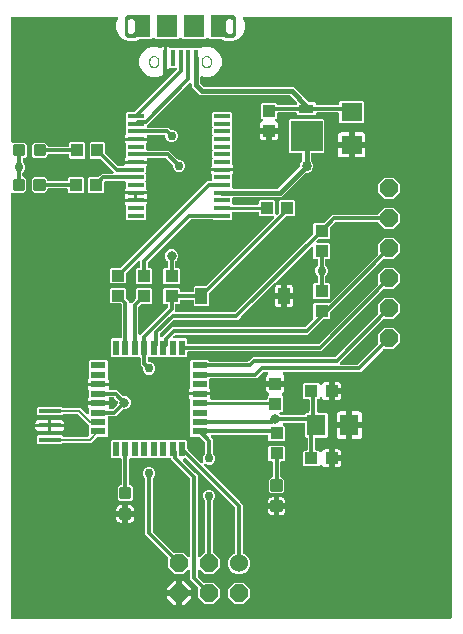
<source format=gbr>
G04 EAGLE Gerber RS-274X export*
G75*
%MOMM*%
%FSLAX34Y34*%
%LPD*%
%INTop Copper*%
%IPPOS*%
%AMOC8*
5,1,8,0,0,1.08239X$1,22.5*%
G01*
%ADD10R,1.000000X1.100000*%
%ADD11R,1.100000X1.000000*%
%ADD12C,0.300000*%
%ADD13R,1.397000X0.348000*%
%ADD14R,0.400000X1.350000*%
%ADD15R,1.175000X1.900000*%
%ADD16R,1.800000X1.900000*%
%ADD17C,1.524000*%
%ADD18P,1.649562X8X202.500000*%
%ADD19R,1.900000X0.400000*%
%ADD20R,1.000000X1.400000*%
%ADD21R,2.667000X2.540000*%
%ADD22R,1.270000X0.762000*%
%ADD23R,1.270000X0.558800*%
%ADD24R,0.558800X1.270000*%
%ADD25R,1.600000X1.800000*%
%ADD26R,1.800000X1.600000*%
%ADD27C,0.304800*%
%ADD28C,0.756400*%
%ADD29C,0.203200*%
%ADD30C,0.254000*%
%ADD31C,0.806400*%
%ADD32C,0.406400*%
%ADD33C,0.856400*%

G36*
X794938Y397526D02*
X794938Y397526D01*
X795057Y397533D01*
X795095Y397546D01*
X795136Y397551D01*
X795246Y397594D01*
X795359Y397631D01*
X795394Y397653D01*
X795431Y397668D01*
X795527Y397737D01*
X795628Y397801D01*
X795656Y397831D01*
X795689Y397854D01*
X795765Y397946D01*
X795846Y398033D01*
X795866Y398068D01*
X795891Y398099D01*
X795942Y398207D01*
X796000Y398311D01*
X796010Y398351D01*
X796027Y398387D01*
X796049Y398504D01*
X796079Y398619D01*
X796083Y398679D01*
X796087Y398699D01*
X796085Y398720D01*
X796089Y398780D01*
X796089Y906020D01*
X796074Y906138D01*
X796067Y906257D01*
X796054Y906295D01*
X796049Y906336D01*
X796006Y906446D01*
X795969Y906559D01*
X795947Y906594D01*
X795932Y906631D01*
X795863Y906727D01*
X795799Y906828D01*
X795769Y906856D01*
X795746Y906889D01*
X795654Y906965D01*
X795567Y907046D01*
X795532Y907066D01*
X795501Y907091D01*
X795393Y907142D01*
X795289Y907200D01*
X795249Y907210D01*
X795213Y907227D01*
X795096Y907249D01*
X794981Y907279D01*
X794921Y907283D01*
X794901Y907287D01*
X794880Y907285D01*
X794820Y907289D01*
X620406Y907289D01*
X620357Y907283D01*
X620307Y907285D01*
X620200Y907263D01*
X620091Y907249D01*
X620044Y907231D01*
X619996Y907221D01*
X619897Y907173D01*
X619795Y907132D01*
X619755Y907103D01*
X619710Y907081D01*
X619626Y907010D01*
X619538Y906946D01*
X619506Y906907D01*
X619468Y906875D01*
X619405Y906785D01*
X619335Y906701D01*
X619314Y906656D01*
X619285Y906615D01*
X619246Y906512D01*
X619199Y906413D01*
X619190Y906364D01*
X619172Y906318D01*
X619160Y906208D01*
X619139Y906101D01*
X619143Y906051D01*
X619137Y906002D01*
X619152Y905893D01*
X619159Y905783D01*
X619175Y905736D01*
X619181Y905687D01*
X619234Y905534D01*
X620831Y901678D01*
X620831Y896642D01*
X618903Y891988D01*
X615342Y888427D01*
X610688Y886499D01*
X605652Y886499D01*
X601935Y888039D01*
X601926Y888041D01*
X601918Y888046D01*
X601773Y888083D01*
X601628Y888123D01*
X601619Y888123D01*
X601610Y888125D01*
X601450Y888135D01*
X591781Y888135D01*
X590564Y889352D01*
X590470Y889426D01*
X590380Y889504D01*
X590344Y889523D01*
X590312Y889547D01*
X590203Y889595D01*
X590097Y889649D01*
X590058Y889658D01*
X590021Y889674D01*
X589903Y889692D01*
X589787Y889718D01*
X589747Y889717D01*
X589707Y889724D01*
X589588Y889712D01*
X589469Y889709D01*
X589430Y889698D01*
X589390Y889694D01*
X589278Y889653D01*
X589164Y889620D01*
X589129Y889600D01*
X589091Y889586D01*
X588992Y889519D01*
X588890Y889459D01*
X588844Y889419D01*
X588828Y889408D01*
X588814Y889392D01*
X588769Y889352D01*
X587552Y888135D01*
X568288Y888135D01*
X567317Y889106D01*
X567223Y889179D01*
X567134Y889258D01*
X567098Y889276D01*
X567066Y889301D01*
X566957Y889349D01*
X566851Y889403D01*
X566812Y889411D01*
X566774Y889427D01*
X566657Y889446D01*
X566541Y889472D01*
X566500Y889471D01*
X566460Y889477D01*
X566342Y889466D01*
X566223Y889463D01*
X566184Y889451D01*
X566144Y889448D01*
X566032Y889407D01*
X565917Y889374D01*
X565882Y889354D01*
X565844Y889340D01*
X565746Y889273D01*
X565643Y889213D01*
X565598Y889173D01*
X565581Y889161D01*
X565568Y889146D01*
X565522Y889106D01*
X564552Y888135D01*
X545288Y888135D01*
X544071Y889352D01*
X543977Y889426D01*
X543888Y889504D01*
X543852Y889523D01*
X543820Y889547D01*
X543711Y889595D01*
X543605Y889649D01*
X543565Y889658D01*
X543528Y889674D01*
X543410Y889692D01*
X543294Y889718D01*
X543254Y889717D01*
X543214Y889724D01*
X543095Y889712D01*
X542977Y889709D01*
X542938Y889698D01*
X542897Y889694D01*
X542785Y889653D01*
X542671Y889620D01*
X542636Y889600D01*
X542598Y889586D01*
X542500Y889519D01*
X542397Y889459D01*
X542352Y889419D01*
X542335Y889408D01*
X542322Y889392D01*
X542276Y889352D01*
X541059Y888135D01*
X531390Y888135D01*
X531381Y888134D01*
X531372Y888135D01*
X531223Y888114D01*
X531075Y888095D01*
X531066Y888092D01*
X531057Y888091D01*
X530905Y888039D01*
X527188Y886499D01*
X522152Y886499D01*
X517498Y888427D01*
X513937Y891988D01*
X512009Y896642D01*
X512009Y901678D01*
X513606Y905534D01*
X513620Y905582D01*
X513641Y905627D01*
X513661Y905735D01*
X513690Y905841D01*
X513691Y905891D01*
X513701Y905940D01*
X513694Y906049D01*
X513695Y906159D01*
X513684Y906207D01*
X513681Y906257D01*
X513647Y906361D01*
X513621Y906468D01*
X513598Y906512D01*
X513583Y906559D01*
X513524Y906652D01*
X513473Y906749D01*
X513439Y906786D01*
X513413Y906828D01*
X513333Y906903D01*
X513259Y906985D01*
X513217Y907012D01*
X513181Y907046D01*
X513085Y907099D01*
X512993Y907159D01*
X512946Y907176D01*
X512902Y907200D01*
X512796Y907227D01*
X512692Y907263D01*
X512643Y907267D01*
X512595Y907279D01*
X512434Y907289D01*
X424180Y907289D01*
X424062Y907274D01*
X423943Y907267D01*
X423905Y907254D01*
X423864Y907249D01*
X423754Y907206D01*
X423641Y907169D01*
X423606Y907147D01*
X423569Y907132D01*
X423473Y907063D01*
X423372Y906999D01*
X423344Y906969D01*
X423311Y906946D01*
X423235Y906854D01*
X423154Y906767D01*
X423134Y906732D01*
X423109Y906701D01*
X423058Y906593D01*
X423000Y906489D01*
X422990Y906449D01*
X422973Y906413D01*
X422951Y906296D01*
X422921Y906181D01*
X422917Y906121D01*
X422913Y906101D01*
X422915Y906080D01*
X422911Y906020D01*
X422911Y801877D01*
X422928Y801739D01*
X422941Y801600D01*
X422948Y801581D01*
X422951Y801561D01*
X423002Y801432D01*
X423049Y801301D01*
X423060Y801284D01*
X423068Y801265D01*
X423149Y801153D01*
X423227Y801038D01*
X423243Y801024D01*
X423254Y801008D01*
X423362Y800919D01*
X423466Y800827D01*
X423484Y800818D01*
X423499Y800805D01*
X423625Y800746D01*
X423749Y800683D01*
X423769Y800678D01*
X423787Y800670D01*
X423924Y800644D01*
X424059Y800613D01*
X424080Y800614D01*
X424099Y800610D01*
X424238Y800619D01*
X424377Y800623D01*
X424397Y800628D01*
X424417Y800630D01*
X424549Y800672D01*
X424683Y800711D01*
X424700Y800721D01*
X424719Y800728D01*
X424806Y800783D01*
X434387Y800783D01*
X436159Y799011D01*
X436159Y789505D01*
X434387Y787733D01*
X433952Y787733D01*
X433834Y787718D01*
X433715Y787711D01*
X433677Y787698D01*
X433636Y787693D01*
X433526Y787650D01*
X433413Y787613D01*
X433378Y787591D01*
X433341Y787576D01*
X433245Y787507D01*
X433144Y787443D01*
X433116Y787413D01*
X433083Y787390D01*
X433007Y787298D01*
X432926Y787211D01*
X432906Y787176D01*
X432881Y787145D01*
X432830Y787037D01*
X432772Y786933D01*
X432762Y786893D01*
X432745Y786857D01*
X432723Y786740D01*
X432693Y786625D01*
X432689Y786565D01*
X432685Y786545D01*
X432687Y786524D01*
X432683Y786464D01*
X432683Y784896D01*
X432695Y784798D01*
X432698Y784699D01*
X432715Y784640D01*
X432723Y784580D01*
X432759Y784488D01*
X432787Y784393D01*
X432817Y784341D01*
X432840Y784285D01*
X432898Y784205D01*
X432948Y784119D01*
X433014Y784044D01*
X433026Y784027D01*
X433036Y784020D01*
X433054Y783998D01*
X434267Y782786D01*
X435075Y780836D01*
X435075Y778724D01*
X434267Y776774D01*
X432800Y775308D01*
X432740Y775229D01*
X432672Y775157D01*
X432643Y775104D01*
X432606Y775056D01*
X432566Y774965D01*
X432518Y774879D01*
X432503Y774820D01*
X432479Y774764D01*
X432464Y774667D01*
X432439Y774571D01*
X432433Y774471D01*
X432429Y774450D01*
X432431Y774438D01*
X432429Y774410D01*
X432429Y772842D01*
X432444Y772724D01*
X432451Y772605D01*
X432464Y772567D01*
X432469Y772526D01*
X432512Y772416D01*
X432549Y772303D01*
X432571Y772268D01*
X432586Y772231D01*
X432655Y772135D01*
X432719Y772034D01*
X432749Y772006D01*
X432772Y771973D01*
X432864Y771897D01*
X432951Y771816D01*
X432986Y771796D01*
X433017Y771771D01*
X433125Y771720D01*
X433229Y771662D01*
X433269Y771652D01*
X433305Y771635D01*
X433422Y771613D01*
X433537Y771583D01*
X433597Y771579D01*
X433617Y771575D01*
X433638Y771577D01*
X433698Y771573D01*
X434133Y771573D01*
X435905Y769801D01*
X435905Y760295D01*
X434133Y758523D01*
X424180Y758523D01*
X424062Y758508D01*
X423943Y758501D01*
X423905Y758488D01*
X423864Y758483D01*
X423754Y758440D01*
X423641Y758403D01*
X423606Y758381D01*
X423569Y758366D01*
X423473Y758297D01*
X423372Y758233D01*
X423344Y758203D01*
X423311Y758180D01*
X423235Y758088D01*
X423154Y758001D01*
X423134Y757966D01*
X423109Y757935D01*
X423058Y757827D01*
X423000Y757723D01*
X422990Y757683D01*
X422973Y757647D01*
X422951Y757530D01*
X422921Y757415D01*
X422917Y757355D01*
X422913Y757335D01*
X422915Y757314D01*
X422911Y757254D01*
X422911Y398780D01*
X422926Y398662D01*
X422933Y398543D01*
X422946Y398505D01*
X422951Y398464D01*
X422994Y398354D01*
X423031Y398241D01*
X423053Y398206D01*
X423068Y398169D01*
X423137Y398073D01*
X423201Y397972D01*
X423231Y397944D01*
X423254Y397911D01*
X423346Y397835D01*
X423433Y397754D01*
X423468Y397734D01*
X423499Y397709D01*
X423607Y397658D01*
X423711Y397600D01*
X423751Y397590D01*
X423787Y397573D01*
X423904Y397551D01*
X424019Y397521D01*
X424079Y397517D01*
X424099Y397513D01*
X424120Y397515D01*
X424180Y397511D01*
X794820Y397511D01*
X794938Y397526D01*
G37*
%LPC*%
G36*
X538694Y604293D02*
X538694Y604293D01*
X536744Y605101D01*
X535251Y606594D01*
X534443Y608544D01*
X534443Y610069D01*
X534431Y610168D01*
X534428Y610267D01*
X534411Y610325D01*
X534403Y610385D01*
X534367Y610477D01*
X534339Y610572D01*
X534309Y610624D01*
X534286Y610681D01*
X534228Y610761D01*
X534178Y610846D01*
X534112Y610921D01*
X534100Y610938D01*
X534090Y610946D01*
X534072Y610967D01*
X532701Y612337D01*
X532701Y617982D01*
X532686Y618100D01*
X532679Y618219D01*
X532666Y618257D01*
X532661Y618298D01*
X532618Y618408D01*
X532581Y618521D01*
X532559Y618556D01*
X532544Y618593D01*
X532475Y618689D01*
X532411Y618790D01*
X532381Y618818D01*
X532358Y618851D01*
X532266Y618927D01*
X532179Y619008D01*
X532144Y619028D01*
X532113Y619053D01*
X532005Y619104D01*
X531901Y619162D01*
X531861Y619172D01*
X531825Y619189D01*
X531708Y619211D01*
X531593Y619241D01*
X531533Y619245D01*
X531513Y619249D01*
X531492Y619247D01*
X531432Y619251D01*
X524093Y619251D01*
X523987Y619268D01*
X523871Y619294D01*
X523830Y619293D01*
X523791Y619299D01*
X523672Y619288D01*
X523553Y619285D01*
X523514Y619273D01*
X523474Y619270D01*
X523423Y619251D01*
X516093Y619251D01*
X515987Y619268D01*
X515871Y619294D01*
X515830Y619293D01*
X515791Y619299D01*
X515672Y619288D01*
X515553Y619285D01*
X515514Y619273D01*
X515474Y619270D01*
X515423Y619251D01*
X508324Y619251D01*
X507431Y620144D01*
X507431Y634108D01*
X508324Y635001D01*
X515432Y635001D01*
X515550Y635016D01*
X515669Y635023D01*
X515707Y635036D01*
X515748Y635041D01*
X515858Y635084D01*
X515971Y635121D01*
X516006Y635143D01*
X516043Y635158D01*
X516139Y635227D01*
X516240Y635291D01*
X516268Y635321D01*
X516301Y635344D01*
X516377Y635436D01*
X516458Y635523D01*
X516478Y635558D01*
X516503Y635589D01*
X516554Y635697D01*
X516612Y635801D01*
X516622Y635841D01*
X516639Y635877D01*
X516661Y635994D01*
X516691Y636109D01*
X516695Y636169D01*
X516699Y636189D01*
X516697Y636210D01*
X516701Y636270D01*
X516701Y663253D01*
X516689Y663352D01*
X516686Y663451D01*
X516669Y663509D01*
X516661Y663569D01*
X516625Y663661D01*
X516598Y663756D01*
X516567Y663808D01*
X516544Y663865D01*
X516486Y663945D01*
X516436Y664030D01*
X516370Y664105D01*
X516358Y664122D01*
X516348Y664130D01*
X516330Y664151D01*
X516173Y664307D01*
X516095Y664368D01*
X516023Y664436D01*
X515970Y664465D01*
X515922Y664502D01*
X515831Y664542D01*
X515744Y664590D01*
X515686Y664605D01*
X515630Y664629D01*
X515532Y664644D01*
X515436Y664669D01*
X515336Y664675D01*
X515316Y664679D01*
X515304Y664677D01*
X515275Y664679D01*
X507456Y664679D01*
X506563Y665572D01*
X506563Y676836D01*
X507456Y677729D01*
X519720Y677729D01*
X520613Y676836D01*
X520613Y669017D01*
X520625Y668918D01*
X520628Y668819D01*
X520645Y668761D01*
X520653Y668701D01*
X520689Y668609D01*
X520717Y668514D01*
X520747Y668462D01*
X520770Y668405D01*
X520828Y668325D01*
X520878Y668240D01*
X520944Y668165D01*
X520956Y668148D01*
X520966Y668140D01*
X520984Y668119D01*
X522799Y666305D01*
X522799Y665693D01*
X522816Y665555D01*
X522829Y665416D01*
X522836Y665397D01*
X522839Y665377D01*
X522890Y665248D01*
X522937Y665117D01*
X522948Y665100D01*
X522956Y665081D01*
X523037Y664969D01*
X523115Y664854D01*
X523131Y664840D01*
X523142Y664824D01*
X523250Y664735D01*
X523354Y664643D01*
X523372Y664634D01*
X523387Y664621D01*
X523513Y664562D01*
X523637Y664499D01*
X523657Y664494D01*
X523675Y664486D01*
X523812Y664460D01*
X523947Y664429D01*
X523968Y664430D01*
X523987Y664426D01*
X524126Y664434D01*
X524265Y664439D01*
X524285Y664444D01*
X524305Y664446D01*
X524437Y664488D01*
X524571Y664527D01*
X524588Y664537D01*
X524607Y664544D01*
X524725Y664618D01*
X524845Y664689D01*
X524866Y664707D01*
X524876Y664714D01*
X524890Y664729D01*
X524965Y664795D01*
X526859Y666688D01*
X528036Y667865D01*
X528096Y667943D01*
X528164Y668015D01*
X528193Y668068D01*
X528230Y668116D01*
X528270Y668207D01*
X528318Y668294D01*
X528333Y668353D01*
X528357Y668408D01*
X528372Y668506D01*
X528397Y668602D01*
X528403Y668702D01*
X528407Y668722D01*
X528405Y668735D01*
X528407Y668763D01*
X528407Y676582D01*
X529300Y677475D01*
X541564Y677475D01*
X542457Y676582D01*
X542457Y665318D01*
X541564Y664425D01*
X533745Y664425D01*
X533646Y664413D01*
X533547Y664410D01*
X533489Y664393D01*
X533429Y664385D01*
X533337Y664349D01*
X533242Y664321D01*
X533190Y664291D01*
X533133Y664268D01*
X533053Y664210D01*
X532968Y664160D01*
X532893Y664094D01*
X532876Y664082D01*
X532868Y664072D01*
X532847Y664054D01*
X531170Y662377D01*
X531110Y662299D01*
X531042Y662227D01*
X531013Y662174D01*
X530976Y662126D01*
X530936Y662035D01*
X530888Y661948D01*
X530873Y661889D01*
X530849Y661834D01*
X530834Y661736D01*
X530809Y661640D01*
X530803Y661540D01*
X530799Y661520D01*
X530801Y661507D01*
X530799Y661479D01*
X530799Y639013D01*
X530816Y638875D01*
X530829Y638736D01*
X530836Y638717D01*
X530839Y638697D01*
X530890Y638568D01*
X530937Y638437D01*
X530948Y638420D01*
X530956Y638401D01*
X531037Y638289D01*
X531115Y638174D01*
X531131Y638160D01*
X531142Y638144D01*
X531250Y638055D01*
X531354Y637963D01*
X531372Y637954D01*
X531387Y637941D01*
X531513Y637882D01*
X531637Y637819D01*
X531657Y637814D01*
X531675Y637806D01*
X531811Y637780D01*
X531947Y637749D01*
X531968Y637750D01*
X531987Y637746D01*
X532126Y637754D01*
X532265Y637759D01*
X532285Y637764D01*
X532305Y637766D01*
X532437Y637808D01*
X532571Y637847D01*
X532588Y637857D01*
X532607Y637864D01*
X532725Y637938D01*
X532845Y638009D01*
X532866Y638027D01*
X532876Y638034D01*
X532890Y638049D01*
X532965Y638115D01*
X555380Y660529D01*
X555440Y660607D01*
X555508Y660679D01*
X555537Y660732D01*
X555574Y660780D01*
X555614Y660871D01*
X555662Y660958D01*
X555677Y661017D01*
X555701Y661072D01*
X555716Y661170D01*
X555741Y661266D01*
X555747Y661366D01*
X555751Y661386D01*
X555749Y661399D01*
X555751Y661427D01*
X555751Y663156D01*
X555736Y663274D01*
X555729Y663393D01*
X555716Y663431D01*
X555711Y663472D01*
X555668Y663582D01*
X555631Y663695D01*
X555609Y663730D01*
X555594Y663767D01*
X555525Y663863D01*
X555461Y663964D01*
X555431Y663992D01*
X555408Y664025D01*
X555316Y664101D01*
X555229Y664182D01*
X555194Y664202D01*
X555163Y664227D01*
X555055Y664278D01*
X554951Y664336D01*
X554911Y664346D01*
X554875Y664363D01*
X554758Y664385D01*
X554643Y664415D01*
X554583Y664419D01*
X554563Y664423D01*
X554542Y664421D01*
X554482Y664425D01*
X552668Y664425D01*
X551775Y665318D01*
X551775Y676582D01*
X552668Y677475D01*
X564932Y677475D01*
X565825Y676582D01*
X565825Y675268D01*
X565840Y675150D01*
X565847Y675031D01*
X565860Y674993D01*
X565865Y674952D01*
X565908Y674842D01*
X565945Y674729D01*
X565967Y674694D01*
X565982Y674657D01*
X566051Y674561D01*
X566115Y674460D01*
X566145Y674432D01*
X566168Y674399D01*
X566260Y674323D01*
X566347Y674242D01*
X566382Y674222D01*
X566413Y674197D01*
X566521Y674146D01*
X566625Y674088D01*
X566665Y674078D01*
X566701Y674061D01*
X566818Y674039D01*
X566933Y674009D01*
X566993Y674005D01*
X567013Y674001D01*
X567034Y674003D01*
X567094Y673999D01*
X576336Y673999D01*
X576454Y674014D01*
X576573Y674021D01*
X576611Y674034D01*
X576652Y674039D01*
X576762Y674082D01*
X576875Y674119D01*
X576910Y674141D01*
X576947Y674156D01*
X577043Y674225D01*
X577144Y674289D01*
X577172Y674319D01*
X577205Y674342D01*
X577281Y674434D01*
X577362Y674521D01*
X577382Y674556D01*
X577407Y674587D01*
X577458Y674695D01*
X577516Y674799D01*
X577526Y674839D01*
X577543Y674875D01*
X577565Y674992D01*
X577595Y675107D01*
X577599Y675167D01*
X577603Y675187D01*
X577601Y675208D01*
X577605Y675268D01*
X577605Y678558D01*
X578498Y679451D01*
X587817Y679451D01*
X587916Y679463D01*
X588015Y679466D01*
X588073Y679483D01*
X588133Y679491D01*
X588225Y679527D01*
X588320Y679555D01*
X588372Y679585D01*
X588429Y679608D01*
X588509Y679666D01*
X588594Y679716D01*
X588669Y679782D01*
X588686Y679794D01*
X588694Y679804D01*
X588715Y679822D01*
X645437Y736545D01*
X645522Y736654D01*
X645611Y736761D01*
X645619Y736780D01*
X645632Y736796D01*
X645687Y736924D01*
X645746Y737049D01*
X645750Y737069D01*
X645758Y737088D01*
X645780Y737226D01*
X645806Y737362D01*
X645805Y737382D01*
X645808Y737402D01*
X645795Y737541D01*
X645786Y737679D01*
X645780Y737698D01*
X645778Y737718D01*
X645731Y737850D01*
X645688Y737981D01*
X645678Y737999D01*
X645671Y738018D01*
X645593Y738133D01*
X645518Y738250D01*
X645503Y738264D01*
X645492Y738281D01*
X645388Y738373D01*
X645287Y738468D01*
X645269Y738478D01*
X645254Y738491D01*
X645130Y738554D01*
X645008Y738622D01*
X644989Y738627D01*
X644970Y738636D01*
X644835Y738666D01*
X644700Y738701D01*
X644672Y738703D01*
X644660Y738706D01*
X644640Y738705D01*
X644539Y738711D01*
X633576Y738711D01*
X632683Y739604D01*
X632683Y741172D01*
X632668Y741290D01*
X632661Y741409D01*
X632648Y741447D01*
X632643Y741488D01*
X632600Y741598D01*
X632563Y741711D01*
X632541Y741746D01*
X632526Y741783D01*
X632457Y741879D01*
X632393Y741980D01*
X632363Y742008D01*
X632340Y742041D01*
X632248Y742117D01*
X632161Y742198D01*
X632126Y742218D01*
X632095Y742243D01*
X631987Y742294D01*
X631883Y742352D01*
X631843Y742362D01*
X631807Y742379D01*
X631690Y742401D01*
X631575Y742431D01*
X631515Y742435D01*
X631495Y742439D01*
X631474Y742437D01*
X631414Y742441D01*
X611489Y742441D01*
X611371Y742426D01*
X611252Y742419D01*
X611214Y742406D01*
X611173Y742401D01*
X611063Y742358D01*
X610950Y742321D01*
X610915Y742299D01*
X610878Y742284D01*
X610782Y742215D01*
X610681Y742151D01*
X610653Y742121D01*
X610620Y742098D01*
X610544Y742006D01*
X610463Y741919D01*
X610443Y741884D01*
X610418Y741853D01*
X610367Y741745D01*
X610309Y741641D01*
X610299Y741601D01*
X610282Y741565D01*
X610260Y741448D01*
X610230Y741333D01*
X610226Y741272D01*
X610222Y741253D01*
X610224Y741232D01*
X610220Y741172D01*
X610220Y736428D01*
X609327Y735535D01*
X594050Y735535D01*
X594046Y735537D01*
X593998Y735574D01*
X593907Y735614D01*
X593820Y735662D01*
X593762Y735677D01*
X593706Y735701D01*
X593608Y735716D01*
X593512Y735741D01*
X593412Y735747D01*
X593392Y735751D01*
X593380Y735749D01*
X593352Y735751D01*
X575489Y735751D01*
X575390Y735739D01*
X575291Y735736D01*
X575233Y735719D01*
X575173Y735711D01*
X575081Y735675D01*
X574986Y735647D01*
X574934Y735617D01*
X574877Y735594D01*
X574797Y735536D01*
X574712Y735486D01*
X574637Y735420D01*
X574620Y735408D01*
X574612Y735398D01*
X574591Y735380D01*
X538852Y699641D01*
X538792Y699563D01*
X538724Y699491D01*
X538695Y699438D01*
X538658Y699390D01*
X538618Y699299D01*
X538570Y699212D01*
X538555Y699153D01*
X538531Y699098D01*
X538516Y699000D01*
X538491Y698904D01*
X538485Y698804D01*
X538481Y698784D01*
X538483Y698771D01*
X538481Y698743D01*
X538481Y695744D01*
X538496Y695626D01*
X538503Y695507D01*
X538516Y695469D01*
X538521Y695428D01*
X538565Y695317D01*
X538601Y695205D01*
X538623Y695170D01*
X538638Y695133D01*
X538707Y695037D01*
X538771Y694936D01*
X538801Y694908D01*
X538824Y694875D01*
X538916Y694799D01*
X539003Y694718D01*
X539038Y694698D01*
X539069Y694673D01*
X539177Y694622D01*
X539281Y694564D01*
X539321Y694554D01*
X539357Y694537D01*
X539474Y694515D01*
X539589Y694485D01*
X539649Y694481D01*
X539669Y694477D01*
X539690Y694479D01*
X539750Y694475D01*
X541564Y694475D01*
X542457Y693582D01*
X542457Y682318D01*
X541564Y681425D01*
X529300Y681425D01*
X528407Y682318D01*
X528407Y693582D01*
X529300Y694475D01*
X531114Y694475D01*
X531232Y694490D01*
X531351Y694497D01*
X531389Y694510D01*
X531430Y694515D01*
X531540Y694558D01*
X531653Y694595D01*
X531688Y694617D01*
X531725Y694632D01*
X531821Y694701D01*
X531922Y694765D01*
X531950Y694795D01*
X531983Y694818D01*
X532059Y694910D01*
X532140Y694997D01*
X532160Y695032D01*
X532185Y695063D01*
X532236Y695171D01*
X532294Y695275D01*
X532304Y695315D01*
X532321Y695351D01*
X532343Y695468D01*
X532373Y695583D01*
X532377Y695643D01*
X532381Y695663D01*
X532379Y695684D01*
X532383Y695744D01*
X532383Y699623D01*
X532366Y699761D01*
X532364Y699783D01*
X532361Y699829D01*
X532359Y699836D01*
X532353Y699900D01*
X532346Y699919D01*
X532343Y699939D01*
X532292Y700068D01*
X532245Y700199D01*
X532234Y700216D01*
X532226Y700235D01*
X532145Y700347D01*
X532067Y700462D01*
X532051Y700476D01*
X532040Y700492D01*
X531932Y700581D01*
X531828Y700673D01*
X531810Y700682D01*
X531795Y700695D01*
X531669Y700754D01*
X531545Y700817D01*
X531525Y700822D01*
X531507Y700830D01*
X531371Y700856D01*
X531235Y700887D01*
X531214Y700886D01*
X531195Y700890D01*
X531056Y700882D01*
X530917Y700877D01*
X530897Y700872D01*
X530877Y700870D01*
X530745Y700828D01*
X530611Y700789D01*
X530594Y700779D01*
X530575Y700772D01*
X530457Y700698D01*
X530337Y700627D01*
X530316Y700609D01*
X530306Y700602D01*
X530292Y700587D01*
X530217Y700521D01*
X520984Y691289D01*
X520924Y691211D01*
X520856Y691139D01*
X520827Y691086D01*
X520790Y691038D01*
X520750Y690947D01*
X520702Y690860D01*
X520687Y690802D01*
X520663Y690746D01*
X520648Y690648D01*
X520623Y690552D01*
X520617Y690452D01*
X520613Y690432D01*
X520615Y690419D01*
X520613Y690391D01*
X520613Y682572D01*
X519720Y681679D01*
X507456Y681679D01*
X506563Y682572D01*
X506563Y693836D01*
X507456Y694729D01*
X515275Y694729D01*
X515374Y694741D01*
X515473Y694744D01*
X515531Y694761D01*
X515591Y694769D01*
X515683Y694805D01*
X515778Y694833D01*
X515830Y694863D01*
X515887Y694886D01*
X515967Y694944D01*
X516052Y694994D01*
X516128Y695060D01*
X516144Y695072D01*
X516152Y695082D01*
X516173Y695100D01*
X586764Y765691D01*
X588921Y767849D01*
X591931Y767849D01*
X592049Y767864D01*
X592168Y767871D01*
X592206Y767884D01*
X592247Y767889D01*
X592357Y767932D01*
X592470Y767969D01*
X592505Y767991D01*
X592542Y768006D01*
X592638Y768075D01*
X592739Y768139D01*
X592767Y768169D01*
X592800Y768192D01*
X592876Y768284D01*
X592957Y768371D01*
X592977Y768406D01*
X593002Y768437D01*
X593053Y768545D01*
X593111Y768649D01*
X593121Y768689D01*
X593138Y768725D01*
X593160Y768842D01*
X593190Y768957D01*
X593194Y769017D01*
X593198Y769037D01*
X593196Y769058D01*
X593200Y769118D01*
X593200Y773466D01*
X593188Y773564D01*
X593185Y773663D01*
X593168Y773721D01*
X593160Y773781D01*
X593124Y773873D01*
X593096Y773969D01*
X593066Y774021D01*
X593043Y774077D01*
X592985Y774157D01*
X592935Y774243D01*
X592869Y774318D01*
X592857Y774334D01*
X592847Y774342D01*
X592829Y774363D01*
X592692Y774500D01*
X592357Y775079D01*
X592184Y775726D01*
X592184Y776531D01*
X601710Y776531D01*
X611236Y776531D01*
X611236Y775726D01*
X611063Y775079D01*
X610728Y774500D01*
X610591Y774363D01*
X610531Y774285D01*
X610463Y774213D01*
X610434Y774160D01*
X610397Y774112D01*
X610357Y774021D01*
X610309Y773934D01*
X610294Y773876D01*
X610270Y773820D01*
X610255Y773722D01*
X610230Y773627D01*
X610224Y773526D01*
X610220Y773506D01*
X610222Y773494D01*
X610220Y773466D01*
X610220Y768923D01*
X610166Y768853D01*
X610087Y768764D01*
X610069Y768728D01*
X610044Y768696D01*
X609997Y768587D01*
X609942Y768481D01*
X609934Y768441D01*
X609918Y768404D01*
X609899Y768287D01*
X609873Y768171D01*
X609874Y768130D01*
X609868Y768090D01*
X609879Y767971D01*
X609882Y767853D01*
X609894Y767814D01*
X609897Y767774D01*
X609938Y767662D01*
X609971Y767547D01*
X609991Y767512D01*
X610005Y767474D01*
X610072Y767376D01*
X610132Y767273D01*
X610172Y767228D01*
X610184Y767211D01*
X610199Y767198D01*
X610220Y767174D01*
X610220Y763126D01*
X610235Y763008D01*
X610242Y762889D01*
X610255Y762851D01*
X610260Y762810D01*
X610303Y762700D01*
X610340Y762587D01*
X610362Y762552D01*
X610377Y762515D01*
X610446Y762419D01*
X610510Y762318D01*
X610540Y762290D01*
X610563Y762257D01*
X610655Y762181D01*
X610742Y762100D01*
X610777Y762080D01*
X610808Y762055D01*
X610916Y762004D01*
X611020Y761946D01*
X611060Y761936D01*
X611096Y761919D01*
X611213Y761897D01*
X611328Y761867D01*
X611388Y761863D01*
X611408Y761859D01*
X611429Y761861D01*
X611489Y761857D01*
X648351Y761857D01*
X648449Y761869D01*
X648548Y761872D01*
X648606Y761889D01*
X648667Y761897D01*
X648759Y761933D01*
X648854Y761961D01*
X648906Y761991D01*
X648962Y762014D01*
X649042Y762072D01*
X649128Y762122D01*
X649203Y762188D01*
X649220Y762200D01*
X649227Y762210D01*
X649249Y762228D01*
X666922Y779901D01*
X666982Y779980D01*
X667050Y780052D01*
X667079Y780105D01*
X667116Y780153D01*
X667156Y780244D01*
X667204Y780330D01*
X667219Y780389D01*
X667243Y780445D01*
X667258Y780543D01*
X667283Y780638D01*
X667289Y780736D01*
X667291Y780744D01*
X667291Y780746D01*
X667293Y780759D01*
X667291Y780771D01*
X667293Y780799D01*
X667293Y782205D01*
X668177Y784339D01*
X669172Y785333D01*
X669232Y785412D01*
X669300Y785484D01*
X669329Y785537D01*
X669366Y785585D01*
X669406Y785676D01*
X669454Y785762D01*
X669469Y785821D01*
X669493Y785877D01*
X669508Y785975D01*
X669533Y786070D01*
X669539Y786170D01*
X669543Y786191D01*
X669541Y786203D01*
X669543Y786231D01*
X669543Y790956D01*
X669528Y791074D01*
X669521Y791193D01*
X669508Y791231D01*
X669503Y791272D01*
X669460Y791382D01*
X669423Y791495D01*
X669401Y791530D01*
X669386Y791567D01*
X669317Y791663D01*
X669253Y791764D01*
X669223Y791792D01*
X669200Y791825D01*
X669108Y791901D01*
X669021Y791982D01*
X668986Y792002D01*
X668955Y792027D01*
X668847Y792078D01*
X668743Y792136D01*
X668703Y792146D01*
X668667Y792163D01*
X668550Y792185D01*
X668435Y792215D01*
X668375Y792219D01*
X668355Y792223D01*
X668334Y792221D01*
X668274Y792225D01*
X659133Y792225D01*
X658240Y793118D01*
X658240Y819782D01*
X659133Y820675D01*
X687067Y820675D01*
X687960Y819782D01*
X687960Y793118D01*
X687067Y792225D01*
X677926Y792225D01*
X677808Y792210D01*
X677689Y792203D01*
X677651Y792190D01*
X677610Y792185D01*
X677500Y792142D01*
X677387Y792105D01*
X677352Y792083D01*
X677315Y792068D01*
X677219Y791999D01*
X677118Y791935D01*
X677090Y791905D01*
X677057Y791882D01*
X676981Y791790D01*
X676900Y791703D01*
X676880Y791668D01*
X676855Y791637D01*
X676804Y791529D01*
X676746Y791425D01*
X676736Y791385D01*
X676719Y791349D01*
X676697Y791232D01*
X676667Y791117D01*
X676663Y791056D01*
X676659Y791037D01*
X676661Y791016D01*
X676657Y790956D01*
X676657Y786231D01*
X676669Y786133D01*
X676672Y786034D01*
X676689Y785976D01*
X676697Y785915D01*
X676733Y785823D01*
X676761Y785728D01*
X676791Y785676D01*
X676814Y785620D01*
X676872Y785540D01*
X676922Y785454D01*
X676988Y785379D01*
X677000Y785362D01*
X677010Y785355D01*
X677028Y785333D01*
X678023Y784339D01*
X678907Y782205D01*
X678907Y779895D01*
X678023Y777761D01*
X676389Y776127D01*
X674255Y775243D01*
X672849Y775243D01*
X672751Y775231D01*
X672652Y775228D01*
X672594Y775211D01*
X672533Y775203D01*
X672441Y775167D01*
X672346Y775139D01*
X672294Y775109D01*
X672238Y775086D01*
X672158Y775028D01*
X672072Y774978D01*
X671997Y774912D01*
X671980Y774900D01*
X671973Y774890D01*
X671951Y774872D01*
X651823Y754743D01*
X611489Y754743D01*
X611371Y754728D01*
X611252Y754721D01*
X611214Y754708D01*
X611173Y754703D01*
X611063Y754660D01*
X610950Y754623D01*
X610915Y754601D01*
X610878Y754586D01*
X610782Y754517D01*
X610681Y754453D01*
X610653Y754423D01*
X610620Y754400D01*
X610544Y754308D01*
X610463Y754221D01*
X610443Y754186D01*
X610418Y754155D01*
X610367Y754047D01*
X610309Y753943D01*
X610299Y753903D01*
X610282Y753867D01*
X610260Y753750D01*
X610230Y753635D01*
X610226Y753575D01*
X610222Y753555D01*
X610224Y753534D01*
X610220Y753474D01*
X610220Y749300D01*
X610235Y749182D01*
X610242Y749063D01*
X610255Y749025D01*
X610260Y748984D01*
X610303Y748874D01*
X610340Y748761D01*
X610362Y748726D01*
X610377Y748689D01*
X610446Y748593D01*
X610510Y748492D01*
X610540Y748464D01*
X610563Y748431D01*
X610655Y748355D01*
X610742Y748274D01*
X610777Y748254D01*
X610808Y748229D01*
X610916Y748178D01*
X611020Y748120D01*
X611060Y748110D01*
X611096Y748093D01*
X611213Y748071D01*
X611328Y748041D01*
X611388Y748037D01*
X611408Y748033D01*
X611429Y748035D01*
X611489Y748031D01*
X631414Y748031D01*
X631532Y748046D01*
X631651Y748053D01*
X631689Y748066D01*
X631730Y748071D01*
X631840Y748114D01*
X631953Y748151D01*
X631988Y748173D01*
X632025Y748188D01*
X632121Y748257D01*
X632222Y748321D01*
X632250Y748351D01*
X632283Y748374D01*
X632359Y748466D01*
X632440Y748553D01*
X632460Y748588D01*
X632485Y748619D01*
X632536Y748727D01*
X632594Y748831D01*
X632604Y748871D01*
X632621Y748907D01*
X632643Y749024D01*
X632673Y749139D01*
X632677Y749199D01*
X632681Y749219D01*
X632679Y749240D01*
X632683Y749300D01*
X632683Y750868D01*
X633576Y751761D01*
X645840Y751761D01*
X646733Y750868D01*
X646733Y740905D01*
X646750Y740767D01*
X646763Y740628D01*
X646770Y740609D01*
X646773Y740589D01*
X646824Y740460D01*
X646871Y740329D01*
X646882Y740312D01*
X646890Y740293D01*
X646971Y740181D01*
X647049Y740066D01*
X647065Y740052D01*
X647076Y740036D01*
X647183Y739947D01*
X647288Y739855D01*
X647306Y739846D01*
X647321Y739833D01*
X647447Y739774D01*
X647571Y739711D01*
X647591Y739706D01*
X647609Y739698D01*
X647745Y739672D01*
X647881Y739641D01*
X647902Y739642D01*
X647921Y739638D01*
X648060Y739646D01*
X648199Y739651D01*
X648219Y739656D01*
X648239Y739658D01*
X648371Y739700D01*
X648505Y739739D01*
X648522Y739749D01*
X648541Y739756D01*
X648659Y739830D01*
X648779Y739901D01*
X648800Y739919D01*
X648810Y739926D01*
X648824Y739941D01*
X648900Y740007D01*
X649312Y740419D01*
X649372Y740497D01*
X649440Y740569D01*
X649469Y740623D01*
X649506Y740670D01*
X649546Y740761D01*
X649594Y740848D01*
X649609Y740907D01*
X649633Y740962D01*
X649648Y741060D01*
X649673Y741156D01*
X649679Y741256D01*
X649683Y741276D01*
X649681Y741289D01*
X649683Y741317D01*
X649683Y750868D01*
X650576Y751761D01*
X662840Y751761D01*
X663733Y750868D01*
X663733Y739604D01*
X662840Y738711D01*
X656753Y738711D01*
X656654Y738699D01*
X656555Y738696D01*
X656497Y738679D01*
X656437Y738671D01*
X656345Y738635D01*
X656250Y738607D01*
X656198Y738577D01*
X656141Y738554D01*
X656061Y738496D01*
X655976Y738446D01*
X655901Y738380D01*
X655884Y738368D01*
X655876Y738358D01*
X655855Y738340D01*
X591026Y673511D01*
X590966Y673433D01*
X590898Y673361D01*
X590869Y673308D01*
X590832Y673260D01*
X590792Y673169D01*
X590744Y673082D01*
X590729Y673023D01*
X590705Y672968D01*
X590690Y672870D01*
X590665Y672774D01*
X590659Y672674D01*
X590655Y672654D01*
X590657Y672641D01*
X590655Y672613D01*
X590655Y663294D01*
X589762Y662401D01*
X578498Y662401D01*
X577605Y663294D01*
X577605Y666632D01*
X577590Y666750D01*
X577583Y666869D01*
X577570Y666907D01*
X577565Y666948D01*
X577522Y667058D01*
X577485Y667171D01*
X577463Y667206D01*
X577448Y667243D01*
X577379Y667339D01*
X577315Y667440D01*
X577285Y667468D01*
X577262Y667501D01*
X577170Y667577D01*
X577083Y667658D01*
X577048Y667678D01*
X577017Y667703D01*
X576909Y667754D01*
X576805Y667812D01*
X576765Y667822D01*
X576729Y667839D01*
X576612Y667861D01*
X576497Y667891D01*
X576437Y667895D01*
X576417Y667899D01*
X576396Y667897D01*
X576336Y667901D01*
X567094Y667901D01*
X566976Y667886D01*
X566857Y667879D01*
X566819Y667866D01*
X566778Y667861D01*
X566668Y667818D01*
X566555Y667781D01*
X566520Y667759D01*
X566483Y667744D01*
X566387Y667675D01*
X566286Y667611D01*
X566258Y667581D01*
X566225Y667558D01*
X566149Y667466D01*
X566068Y667379D01*
X566048Y667344D01*
X566023Y667313D01*
X565972Y667205D01*
X565914Y667101D01*
X565904Y667061D01*
X565887Y667025D01*
X565865Y666908D01*
X565835Y666793D01*
X565831Y666733D01*
X565827Y666713D01*
X565829Y666692D01*
X565825Y666632D01*
X565825Y665318D01*
X564932Y664425D01*
X563118Y664425D01*
X563000Y664410D01*
X562881Y664403D01*
X562843Y664390D01*
X562802Y664385D01*
X562692Y664342D01*
X562579Y664305D01*
X562544Y664283D01*
X562507Y664268D01*
X562411Y664199D01*
X562310Y664135D01*
X562282Y664105D01*
X562249Y664082D01*
X562173Y663990D01*
X562092Y663903D01*
X562072Y663868D01*
X562047Y663837D01*
X561996Y663729D01*
X561938Y663625D01*
X561928Y663585D01*
X561911Y663549D01*
X561889Y663432D01*
X561859Y663317D01*
X561855Y663257D01*
X561851Y663237D01*
X561853Y663216D01*
X561849Y663156D01*
X561849Y658368D01*
X561864Y658250D01*
X561871Y658131D01*
X561884Y658093D01*
X561889Y658052D01*
X561932Y657942D01*
X561969Y657829D01*
X561991Y657794D01*
X562006Y657757D01*
X562075Y657661D01*
X562139Y657560D01*
X562169Y657532D01*
X562192Y657499D01*
X562284Y657423D01*
X562371Y657342D01*
X562406Y657322D01*
X562437Y657297D01*
X562545Y657246D01*
X562649Y657188D01*
X562689Y657178D01*
X562725Y657161D01*
X562842Y657139D01*
X562957Y657109D01*
X563017Y657105D01*
X563037Y657101D01*
X563058Y657103D01*
X563118Y657099D01*
X612011Y657099D01*
X612110Y657111D01*
X612209Y657114D01*
X612267Y657131D01*
X612327Y657139D01*
X612419Y657175D01*
X612514Y657203D01*
X612566Y657233D01*
X612623Y657256D01*
X612703Y657314D01*
X612788Y657364D01*
X612863Y657430D01*
X612880Y657442D01*
X612888Y657452D01*
X612909Y657470D01*
X678404Y722965D01*
X678464Y723043D01*
X678532Y723115D01*
X678561Y723168D01*
X678598Y723216D01*
X678638Y723307D01*
X678686Y723394D01*
X678701Y723453D01*
X678725Y723508D01*
X678740Y723606D01*
X678765Y723702D01*
X678771Y723802D01*
X678775Y723822D01*
X678773Y723835D01*
X678775Y723863D01*
X678775Y731682D01*
X679668Y732575D01*
X687487Y732575D01*
X687586Y732587D01*
X687685Y732590D01*
X687743Y732607D01*
X687803Y732615D01*
X687895Y732651D01*
X687990Y732679D01*
X688042Y732709D01*
X688099Y732732D01*
X688179Y732790D01*
X688264Y732840D01*
X688339Y732906D01*
X688356Y732918D01*
X688364Y732928D01*
X688371Y732935D01*
X688374Y732936D01*
X688375Y732938D01*
X688385Y732946D01*
X695087Y739649D01*
X732540Y739649D01*
X732639Y739661D01*
X732738Y739664D01*
X732796Y739681D01*
X732856Y739689D01*
X732948Y739725D01*
X733043Y739753D01*
X733095Y739783D01*
X733152Y739806D01*
X733232Y739864D01*
X733317Y739914D01*
X733392Y739980D01*
X733409Y739992D01*
X733417Y740002D01*
X733438Y740020D01*
X739162Y745745D01*
X746738Y745745D01*
X752095Y740388D01*
X752095Y732812D01*
X746738Y727455D01*
X739162Y727455D01*
X733438Y733180D01*
X733360Y733240D01*
X733288Y733308D01*
X733235Y733337D01*
X733187Y733374D01*
X733096Y733414D01*
X733009Y733462D01*
X732950Y733477D01*
X732895Y733501D01*
X732797Y733516D01*
X732701Y733541D01*
X732601Y733547D01*
X732581Y733551D01*
X732568Y733549D01*
X732540Y733551D01*
X698139Y733551D01*
X698040Y733539D01*
X697941Y733536D01*
X697883Y733519D01*
X697823Y733511D01*
X697731Y733475D01*
X697636Y733447D01*
X697584Y733417D01*
X697527Y733394D01*
X697447Y733336D01*
X697362Y733286D01*
X697287Y733220D01*
X697270Y733208D01*
X697262Y733198D01*
X697241Y733180D01*
X693196Y729135D01*
X693136Y729057D01*
X693068Y728985D01*
X693039Y728932D01*
X693002Y728884D01*
X692962Y728793D01*
X692914Y728706D01*
X692899Y728647D01*
X692875Y728592D01*
X692860Y728494D01*
X692835Y728398D01*
X692829Y728298D01*
X692825Y728278D01*
X692827Y728265D01*
X692825Y728237D01*
X692825Y720418D01*
X691932Y719525D01*
X684113Y719525D01*
X684014Y719513D01*
X683915Y719510D01*
X683857Y719493D01*
X683797Y719485D01*
X683705Y719449D01*
X683610Y719421D01*
X683558Y719391D01*
X683501Y719368D01*
X683421Y719310D01*
X683336Y719260D01*
X683261Y719194D01*
X683244Y719182D01*
X683236Y719172D01*
X683215Y719154D01*
X681803Y717741D01*
X681718Y717632D01*
X681629Y717525D01*
X681620Y717506D01*
X681608Y717490D01*
X681553Y717363D01*
X681494Y717237D01*
X681490Y717217D01*
X681482Y717198D01*
X681460Y717060D01*
X681434Y716924D01*
X681435Y716904D01*
X681432Y716884D01*
X681445Y716745D01*
X681454Y716607D01*
X681460Y716588D01*
X681462Y716568D01*
X681509Y716436D01*
X681552Y716305D01*
X681562Y716287D01*
X681569Y716268D01*
X681647Y716153D01*
X681722Y716036D01*
X681737Y716022D01*
X681748Y716005D01*
X681852Y715913D01*
X681953Y715818D01*
X681971Y715808D01*
X681986Y715795D01*
X682110Y715731D01*
X682232Y715664D01*
X682251Y715659D01*
X682270Y715650D01*
X682405Y715620D01*
X682540Y715585D01*
X682568Y715583D01*
X682580Y715580D01*
X682600Y715581D01*
X682701Y715575D01*
X691932Y715575D01*
X692825Y714682D01*
X692825Y703418D01*
X691932Y702525D01*
X690118Y702525D01*
X690000Y702510D01*
X689881Y702503D01*
X689843Y702490D01*
X689802Y702485D01*
X689692Y702442D01*
X689579Y702405D01*
X689544Y702383D01*
X689507Y702368D01*
X689411Y702299D01*
X689310Y702235D01*
X689282Y702205D01*
X689249Y702182D01*
X689173Y702090D01*
X689092Y702003D01*
X689072Y701968D01*
X689047Y701937D01*
X688996Y701829D01*
X688938Y701725D01*
X688928Y701685D01*
X688911Y701649D01*
X688889Y701532D01*
X688859Y701417D01*
X688855Y701357D01*
X688851Y701337D01*
X688853Y701316D01*
X688849Y701256D01*
X688849Y697132D01*
X688861Y697034D01*
X688864Y696935D01*
X688881Y696876D01*
X688889Y696816D01*
X688925Y696724D01*
X688953Y696629D01*
X688983Y696577D01*
X689006Y696521D01*
X689064Y696441D01*
X689114Y696355D01*
X689180Y696280D01*
X689192Y696263D01*
X689202Y696256D01*
X689220Y696234D01*
X690299Y695156D01*
X691107Y693206D01*
X691107Y691094D01*
X690299Y689144D01*
X689220Y688066D01*
X689160Y687987D01*
X689092Y687915D01*
X689063Y687862D01*
X689026Y687814D01*
X688986Y687723D01*
X688938Y687637D01*
X688923Y687578D01*
X688899Y687522D01*
X688884Y687425D01*
X688859Y687329D01*
X688853Y687229D01*
X688849Y687208D01*
X688851Y687196D01*
X688849Y687168D01*
X688849Y683044D01*
X688864Y682926D01*
X688871Y682807D01*
X688884Y682769D01*
X688889Y682728D01*
X688932Y682618D01*
X688969Y682505D01*
X688991Y682470D01*
X689006Y682433D01*
X689075Y682337D01*
X689139Y682236D01*
X689169Y682208D01*
X689192Y682175D01*
X689284Y682099D01*
X689371Y682018D01*
X689406Y681998D01*
X689437Y681973D01*
X689545Y681922D01*
X689649Y681864D01*
X689689Y681854D01*
X689725Y681837D01*
X689842Y681815D01*
X689957Y681785D01*
X690017Y681781D01*
X690037Y681777D01*
X690058Y681779D01*
X690118Y681775D01*
X691932Y681775D01*
X692825Y680882D01*
X692825Y669618D01*
X691932Y668725D01*
X679668Y668725D01*
X678775Y669618D01*
X678775Y680882D01*
X679668Y681775D01*
X681482Y681775D01*
X681600Y681790D01*
X681719Y681797D01*
X681757Y681810D01*
X681798Y681815D01*
X681908Y681858D01*
X682021Y681895D01*
X682056Y681917D01*
X682093Y681932D01*
X682189Y682001D01*
X682290Y682065D01*
X682318Y682095D01*
X682351Y682118D01*
X682427Y682210D01*
X682508Y682297D01*
X682528Y682332D01*
X682553Y682363D01*
X682604Y682471D01*
X682662Y682575D01*
X682672Y682615D01*
X682689Y682651D01*
X682711Y682768D01*
X682741Y682883D01*
X682745Y682943D01*
X682749Y682963D01*
X682747Y682984D01*
X682751Y683044D01*
X682751Y687168D01*
X682739Y687266D01*
X682736Y687365D01*
X682719Y687424D01*
X682711Y687484D01*
X682675Y687576D01*
X682647Y687671D01*
X682617Y687723D01*
X682594Y687779D01*
X682536Y687859D01*
X682486Y687945D01*
X682420Y688020D01*
X682408Y688037D01*
X682398Y688044D01*
X682380Y688066D01*
X681301Y689144D01*
X680493Y691094D01*
X680493Y693206D01*
X681301Y695156D01*
X682380Y696234D01*
X682440Y696313D01*
X682508Y696385D01*
X682537Y696438D01*
X682574Y696486D01*
X682614Y696577D01*
X682662Y696663D01*
X682677Y696722D01*
X682701Y696778D01*
X682716Y696875D01*
X682741Y696971D01*
X682747Y697071D01*
X682751Y697092D01*
X682749Y697104D01*
X682751Y697132D01*
X682751Y701256D01*
X682736Y701374D01*
X682729Y701493D01*
X682716Y701531D01*
X682711Y701572D01*
X682668Y701682D01*
X682631Y701795D01*
X682609Y701830D01*
X682594Y701867D01*
X682525Y701963D01*
X682461Y702064D01*
X682431Y702092D01*
X682408Y702125D01*
X682316Y702201D01*
X682229Y702282D01*
X682194Y702302D01*
X682163Y702327D01*
X682055Y702378D01*
X681951Y702436D01*
X681911Y702446D01*
X681875Y702463D01*
X681758Y702485D01*
X681643Y702515D01*
X681583Y702519D01*
X681563Y702523D01*
X681542Y702521D01*
X681482Y702525D01*
X679668Y702525D01*
X678775Y703418D01*
X678775Y711649D01*
X678758Y711787D01*
X678745Y711926D01*
X678738Y711945D01*
X678735Y711965D01*
X678684Y712094D01*
X678637Y712225D01*
X678626Y712242D01*
X678618Y712261D01*
X678537Y712373D01*
X678459Y712488D01*
X678443Y712502D01*
X678432Y712518D01*
X678324Y712607D01*
X678220Y712699D01*
X678202Y712708D01*
X678187Y712721D01*
X678061Y712780D01*
X677937Y712843D01*
X677917Y712848D01*
X677899Y712856D01*
X677763Y712882D01*
X677627Y712913D01*
X677606Y712912D01*
X677587Y712916D01*
X677448Y712908D01*
X677309Y712903D01*
X677289Y712898D01*
X677269Y712896D01*
X677137Y712854D01*
X677003Y712815D01*
X676986Y712805D01*
X676967Y712798D01*
X676849Y712724D01*
X676729Y712653D01*
X676708Y712635D01*
X676698Y712628D01*
X676684Y712613D01*
X676609Y712547D01*
X645989Y681928D01*
X645895Y681807D01*
X645801Y681688D01*
X645799Y681682D01*
X645794Y681676D01*
X645733Y681536D01*
X645672Y681397D01*
X645671Y681391D01*
X645668Y681385D01*
X645667Y681376D01*
X645523Y681335D01*
X645517Y681331D01*
X645511Y681329D01*
X645381Y681251D01*
X645249Y681173D01*
X645242Y681167D01*
X645239Y681165D01*
X645231Y681157D01*
X645128Y681067D01*
X617220Y653159D01*
X615063Y651001D01*
X561466Y651001D01*
X561368Y650989D01*
X561269Y650986D01*
X561211Y650969D01*
X561151Y650961D01*
X561059Y650925D01*
X560964Y650897D01*
X560911Y650867D01*
X560855Y650844D01*
X560775Y650786D01*
X560690Y650736D01*
X560614Y650670D01*
X560598Y650658D01*
X560590Y650648D01*
X560569Y650630D01*
X549328Y639389D01*
X549268Y639311D01*
X549200Y639239D01*
X549171Y639186D01*
X549134Y639138D01*
X549094Y639047D01*
X549046Y638960D01*
X549031Y638902D01*
X549007Y638846D01*
X548992Y638748D01*
X548967Y638652D01*
X548961Y638552D01*
X548957Y638532D01*
X548959Y638520D01*
X548957Y638492D01*
X548957Y637163D01*
X548974Y637025D01*
X548987Y636887D01*
X548994Y636868D01*
X548997Y636847D01*
X549048Y636718D01*
X549095Y636587D01*
X549106Y636571D01*
X549114Y636552D01*
X549195Y636439D01*
X549273Y636324D01*
X549289Y636311D01*
X549300Y636294D01*
X549408Y636206D01*
X549512Y636114D01*
X549530Y636105D01*
X549545Y636092D01*
X549671Y636032D01*
X549795Y635969D01*
X549815Y635965D01*
X549833Y635956D01*
X549969Y635930D01*
X550105Y635900D01*
X550126Y635900D01*
X550145Y635896D01*
X550284Y635905D01*
X550423Y635909D01*
X550443Y635915D01*
X550463Y635916D01*
X550595Y635959D01*
X550729Y635998D01*
X550746Y636008D01*
X550765Y636014D01*
X550883Y636089D01*
X551003Y636159D01*
X551024Y636178D01*
X551034Y636184D01*
X551048Y636199D01*
X551123Y636266D01*
X557099Y642241D01*
X559257Y644399D01*
X671311Y644399D01*
X671410Y644411D01*
X671509Y644414D01*
X671567Y644431D01*
X671627Y644439D01*
X671719Y644475D01*
X671814Y644503D01*
X671866Y644533D01*
X671923Y644556D01*
X672003Y644614D01*
X672088Y644664D01*
X672163Y644730D01*
X672180Y644742D01*
X672188Y644752D01*
X672209Y644770D01*
X678519Y651080D01*
X678592Y651174D01*
X678670Y651264D01*
X678689Y651300D01*
X678714Y651331D01*
X678761Y651441D01*
X678815Y651547D01*
X678824Y651586D01*
X678840Y651623D01*
X678859Y651741D01*
X678885Y651857D01*
X678883Y651897D01*
X678890Y651937D01*
X678879Y652056D01*
X678875Y652175D01*
X678864Y652214D01*
X678860Y652254D01*
X678820Y652366D01*
X678786Y652481D01*
X678775Y652499D01*
X678775Y663882D01*
X679668Y664775D01*
X691687Y664775D01*
X691786Y664787D01*
X691885Y664790D01*
X691943Y664807D01*
X692003Y664815D01*
X692095Y664851D01*
X692190Y664879D01*
X692242Y664909D01*
X692299Y664932D01*
X692379Y664990D01*
X692464Y665040D01*
X692539Y665106D01*
X692556Y665118D01*
X692564Y665128D01*
X692585Y665146D01*
X733434Y705995D01*
X733494Y706073D01*
X733562Y706145D01*
X733591Y706198D01*
X733628Y706246D01*
X733668Y706337D01*
X733716Y706424D01*
X733731Y706483D01*
X733755Y706538D01*
X733770Y706636D01*
X733795Y706732D01*
X733801Y706832D01*
X733805Y706852D01*
X733803Y706865D01*
X733805Y706893D01*
X733805Y714988D01*
X739162Y720345D01*
X746738Y720345D01*
X752095Y714988D01*
X752095Y707412D01*
X746738Y702055D01*
X738643Y702055D01*
X738544Y702043D01*
X738445Y702040D01*
X738387Y702023D01*
X738327Y702015D01*
X738235Y701979D01*
X738140Y701951D01*
X738088Y701921D01*
X738031Y701898D01*
X737951Y701840D01*
X737866Y701790D01*
X737791Y701724D01*
X737774Y701712D01*
X737766Y701702D01*
X737745Y701684D01*
X693196Y657135D01*
X693136Y657057D01*
X693068Y656985D01*
X693039Y656932D01*
X693002Y656884D01*
X692962Y656793D01*
X692914Y656706D01*
X692899Y656647D01*
X692875Y656592D01*
X692860Y656494D01*
X692835Y656398D01*
X692829Y656298D01*
X692825Y656278D01*
X692827Y656265D01*
X692825Y656237D01*
X692825Y652618D01*
X691932Y651725D01*
X688313Y651725D01*
X688214Y651713D01*
X688115Y651710D01*
X688057Y651693D01*
X687997Y651685D01*
X687905Y651649D01*
X687810Y651621D01*
X687758Y651591D01*
X687701Y651568D01*
X687621Y651510D01*
X687536Y651460D01*
X687461Y651394D01*
X687444Y651382D01*
X687436Y651372D01*
X687415Y651354D01*
X674363Y638301D01*
X562308Y638301D01*
X562210Y638289D01*
X562111Y638286D01*
X562053Y638269D01*
X561993Y638261D01*
X561901Y638225D01*
X561805Y638197D01*
X561753Y638167D01*
X561697Y638144D01*
X561617Y638086D01*
X561531Y638036D01*
X561456Y637970D01*
X561440Y637958D01*
X561432Y637948D01*
X561411Y637930D01*
X560649Y637167D01*
X560564Y637058D01*
X560475Y636951D01*
X560466Y636932D01*
X560454Y636916D01*
X560398Y636788D01*
X560339Y636663D01*
X560335Y636643D01*
X560327Y636624D01*
X560305Y636486D01*
X560279Y636350D01*
X560281Y636330D01*
X560277Y636310D01*
X560290Y636171D01*
X560299Y636033D01*
X560305Y636014D01*
X560307Y635994D01*
X560354Y635863D01*
X560397Y635731D01*
X560408Y635713D01*
X560415Y635694D01*
X560493Y635580D01*
X560567Y635462D01*
X560582Y635448D01*
X560593Y635431D01*
X560697Y635339D01*
X560799Y635244D01*
X560817Y635234D01*
X560832Y635221D01*
X560956Y635158D01*
X561077Y635090D01*
X561097Y635085D01*
X561115Y635076D01*
X561251Y635046D01*
X561385Y635011D01*
X561413Y635009D01*
X561425Y635006D01*
X561446Y635007D01*
X561546Y635001D01*
X563407Y635001D01*
X563514Y634984D01*
X563630Y634958D01*
X563670Y634959D01*
X563710Y634953D01*
X563829Y634964D01*
X563948Y634968D01*
X563986Y634979D01*
X564026Y634982D01*
X564077Y635001D01*
X571176Y635001D01*
X572069Y634108D01*
X572069Y631444D01*
X572084Y631326D01*
X572091Y631207D01*
X572104Y631169D01*
X572109Y631128D01*
X572152Y631018D01*
X572189Y630905D01*
X572211Y630870D01*
X572226Y630833D01*
X572295Y630737D01*
X572359Y630636D01*
X572389Y630608D01*
X572412Y630575D01*
X572504Y630499D01*
X572591Y630418D01*
X572626Y630398D01*
X572657Y630373D01*
X572765Y630322D01*
X572869Y630264D01*
X572909Y630254D01*
X572945Y630237D01*
X573062Y630215D01*
X573177Y630185D01*
X573237Y630181D01*
X573257Y630177D01*
X573278Y630179D01*
X573338Y630175D01*
X682487Y630175D01*
X682586Y630187D01*
X682685Y630190D01*
X682743Y630207D01*
X682803Y630215D01*
X682895Y630251D01*
X682990Y630279D01*
X683042Y630309D01*
X683099Y630332D01*
X683179Y630390D01*
X683264Y630440D01*
X683339Y630506D01*
X683356Y630518D01*
X683364Y630528D01*
X683385Y630546D01*
X733434Y680595D01*
X733494Y680673D01*
X733562Y680745D01*
X733591Y680798D01*
X733628Y680846D01*
X733668Y680937D01*
X733716Y681024D01*
X733731Y681083D01*
X733755Y681138D01*
X733770Y681236D01*
X733795Y681332D01*
X733801Y681432D01*
X733805Y681452D01*
X733803Y681465D01*
X733805Y681493D01*
X733805Y689588D01*
X739162Y694945D01*
X746738Y694945D01*
X752095Y689588D01*
X752095Y682012D01*
X746738Y676655D01*
X738643Y676655D01*
X738544Y676643D01*
X738445Y676640D01*
X738387Y676623D01*
X738327Y676615D01*
X738235Y676579D01*
X738140Y676551D01*
X738088Y676521D01*
X738031Y676498D01*
X737951Y676440D01*
X737866Y676390D01*
X737791Y676324D01*
X737774Y676312D01*
X737766Y676302D01*
X737745Y676284D01*
X685539Y624077D01*
X573338Y624077D01*
X573220Y624062D01*
X573101Y624055D01*
X573063Y624042D01*
X573022Y624037D01*
X572912Y623994D01*
X572799Y623957D01*
X572764Y623935D01*
X572727Y623920D01*
X572631Y623851D01*
X572530Y623787D01*
X572502Y623757D01*
X572469Y623734D01*
X572393Y623642D01*
X572312Y623555D01*
X572292Y623520D01*
X572267Y623489D01*
X572216Y623381D01*
X572158Y623277D01*
X572148Y623237D01*
X572131Y623201D01*
X572109Y623084D01*
X572079Y622969D01*
X572075Y622909D01*
X572071Y622889D01*
X572073Y622868D01*
X572069Y622808D01*
X572069Y620144D01*
X571176Y619251D01*
X564093Y619251D01*
X563987Y619268D01*
X563871Y619294D01*
X563830Y619293D01*
X563791Y619299D01*
X563672Y619288D01*
X563553Y619285D01*
X563514Y619273D01*
X563474Y619270D01*
X563423Y619251D01*
X556093Y619251D01*
X555987Y619268D01*
X555871Y619294D01*
X555830Y619293D01*
X555791Y619299D01*
X555672Y619288D01*
X555553Y619285D01*
X555514Y619273D01*
X555474Y619270D01*
X555423Y619251D01*
X548093Y619251D01*
X547987Y619268D01*
X547871Y619294D01*
X547830Y619293D01*
X547791Y619299D01*
X547672Y619288D01*
X547553Y619285D01*
X547514Y619273D01*
X547474Y619270D01*
X547423Y619251D01*
X540068Y619251D01*
X539950Y619236D01*
X539831Y619229D01*
X539793Y619216D01*
X539752Y619211D01*
X539642Y619168D01*
X539529Y619131D01*
X539494Y619109D01*
X539457Y619094D01*
X539361Y619025D01*
X539260Y618961D01*
X539232Y618931D01*
X539199Y618908D01*
X539123Y618816D01*
X539042Y618729D01*
X539022Y618694D01*
X538997Y618663D01*
X538946Y618555D01*
X538888Y618451D01*
X538878Y618411D01*
X538861Y618375D01*
X538839Y618258D01*
X538809Y618143D01*
X538805Y618083D01*
X538801Y618063D01*
X538803Y618042D01*
X538799Y617982D01*
X538799Y616176D01*
X538814Y616058D01*
X538821Y615939D01*
X538834Y615901D01*
X538839Y615860D01*
X538882Y615750D01*
X538919Y615637D01*
X538941Y615602D01*
X538956Y615565D01*
X539025Y615469D01*
X539089Y615368D01*
X539119Y615340D01*
X539142Y615307D01*
X539234Y615231D01*
X539321Y615150D01*
X539356Y615130D01*
X539387Y615105D01*
X539495Y615054D01*
X539599Y614996D01*
X539639Y614986D01*
X539675Y614969D01*
X539792Y614947D01*
X539907Y614917D01*
X539967Y614913D01*
X539987Y614909D01*
X540008Y614911D01*
X540068Y614907D01*
X540806Y614907D01*
X542756Y614099D01*
X544249Y612606D01*
X545057Y610656D01*
X545057Y608544D01*
X544249Y606594D01*
X542756Y605101D01*
X540806Y604293D01*
X538694Y604293D01*
G37*
%LPD*%
%LPC*%
G36*
X586762Y409955D02*
X586762Y409955D01*
X581405Y415312D01*
X581405Y423407D01*
X581393Y423506D01*
X581390Y423605D01*
X581373Y423663D01*
X581365Y423723D01*
X581329Y423815D01*
X581301Y423910D01*
X581271Y423962D01*
X581248Y424019D01*
X581190Y424099D01*
X581140Y424184D01*
X581074Y424259D01*
X581062Y424276D01*
X581052Y424284D01*
X581034Y424305D01*
X576959Y428380D01*
X574801Y430537D01*
X574801Y438154D01*
X574784Y438292D01*
X574782Y438307D01*
X574779Y438364D01*
X574776Y438371D01*
X574771Y438431D01*
X574764Y438450D01*
X574761Y438470D01*
X574710Y438599D01*
X574663Y438730D01*
X574652Y438747D01*
X574644Y438766D01*
X574563Y438878D01*
X574485Y438993D01*
X574469Y439007D01*
X574458Y439023D01*
X574350Y439112D01*
X574246Y439204D01*
X574228Y439213D01*
X574213Y439226D01*
X574087Y439285D01*
X573963Y439348D01*
X573943Y439353D01*
X573925Y439361D01*
X573789Y439387D01*
X573653Y439418D01*
X573632Y439417D01*
X573613Y439421D01*
X573474Y439413D01*
X573335Y439408D01*
X573315Y439403D01*
X573295Y439401D01*
X573163Y439359D01*
X573029Y439320D01*
X573012Y439310D01*
X572993Y439303D01*
X572875Y439229D01*
X572755Y439158D01*
X572734Y439140D01*
X572724Y439133D01*
X572710Y439118D01*
X572635Y439052D01*
X568938Y435355D01*
X561362Y435355D01*
X556005Y440712D01*
X556005Y448807D01*
X555993Y448906D01*
X555990Y449005D01*
X555973Y449063D01*
X555965Y449123D01*
X555929Y449215D01*
X555901Y449310D01*
X555871Y449362D01*
X555848Y449419D01*
X555790Y449499D01*
X555740Y449584D01*
X555674Y449659D01*
X555662Y449676D01*
X555652Y449684D01*
X555634Y449705D01*
X536701Y468637D01*
X536701Y515718D01*
X536689Y515816D01*
X536686Y515915D01*
X536669Y515974D01*
X536661Y516034D01*
X536625Y516126D01*
X536597Y516221D01*
X536567Y516273D01*
X536544Y516329D01*
X536486Y516409D01*
X536436Y516495D01*
X536370Y516570D01*
X536358Y516587D01*
X536348Y516594D01*
X536330Y516616D01*
X535251Y517694D01*
X534443Y519644D01*
X534443Y521756D01*
X535251Y523706D01*
X536744Y525199D01*
X538694Y526007D01*
X540806Y526007D01*
X542756Y525199D01*
X544249Y523706D01*
X545057Y521756D01*
X545057Y519644D01*
X544249Y517694D01*
X543170Y516616D01*
X543110Y516537D01*
X543042Y516465D01*
X543013Y516412D01*
X542976Y516364D01*
X542936Y516273D01*
X542888Y516187D01*
X542873Y516128D01*
X542849Y516072D01*
X542834Y515975D01*
X542809Y515879D01*
X542803Y515779D01*
X542799Y515758D01*
X542801Y515746D01*
X542799Y515718D01*
X542799Y471689D01*
X542811Y471590D01*
X542814Y471491D01*
X542831Y471433D01*
X542839Y471373D01*
X542875Y471281D01*
X542903Y471186D01*
X542933Y471134D01*
X542956Y471077D01*
X543014Y470997D01*
X543064Y470912D01*
X543130Y470837D01*
X543142Y470820D01*
X543152Y470812D01*
X543170Y470791D01*
X559945Y454016D01*
X560023Y453956D01*
X560095Y453888D01*
X560148Y453859D01*
X560196Y453822D01*
X560287Y453782D01*
X560374Y453734D01*
X560433Y453719D01*
X560488Y453695D01*
X560586Y453680D01*
X560682Y453655D01*
X560782Y453649D01*
X560802Y453645D01*
X560815Y453647D01*
X560843Y453645D01*
X568938Y453645D01*
X572635Y449948D01*
X572744Y449863D01*
X572851Y449774D01*
X572870Y449766D01*
X572886Y449753D01*
X573014Y449698D01*
X573139Y449639D01*
X573159Y449635D01*
X573178Y449627D01*
X573316Y449605D01*
X573452Y449579D01*
X573472Y449580D01*
X573492Y449577D01*
X573631Y449590D01*
X573769Y449599D01*
X573788Y449605D01*
X573808Y449607D01*
X573940Y449654D01*
X574071Y449697D01*
X574089Y449707D01*
X574108Y449714D01*
X574223Y449792D01*
X574340Y449867D01*
X574354Y449882D01*
X574371Y449893D01*
X574463Y449997D01*
X574558Y450098D01*
X574568Y450116D01*
X574581Y450131D01*
X574645Y450255D01*
X574712Y450377D01*
X574717Y450396D01*
X574726Y450415D01*
X574756Y450550D01*
X574791Y450685D01*
X574793Y450713D01*
X574796Y450725D01*
X574795Y450745D01*
X574801Y450846D01*
X574801Y515931D01*
X574789Y516029D01*
X574786Y516128D01*
X574769Y516186D01*
X574761Y516246D01*
X574725Y516339D01*
X574697Y516434D01*
X574667Y516486D01*
X574644Y516542D01*
X574586Y516622D01*
X574536Y516708D01*
X574470Y516783D01*
X574458Y516799D01*
X574448Y516807D01*
X574430Y516828D01*
X558820Y532437D01*
X558819Y532446D01*
X558776Y532556D01*
X558739Y532669D01*
X558717Y532704D01*
X558702Y532741D01*
X558633Y532837D01*
X558569Y532938D01*
X558539Y532966D01*
X558516Y532999D01*
X558424Y533075D01*
X558337Y533156D01*
X558302Y533176D01*
X558271Y533201D01*
X558163Y533252D01*
X558059Y533310D01*
X558019Y533320D01*
X557983Y533337D01*
X557866Y533359D01*
X557751Y533389D01*
X557691Y533393D01*
X557671Y533397D01*
X557650Y533395D01*
X557590Y533399D01*
X556093Y533399D01*
X555986Y533416D01*
X555870Y533442D01*
X555830Y533441D01*
X555790Y533447D01*
X555671Y533436D01*
X555552Y533432D01*
X555514Y533421D01*
X555474Y533418D01*
X555423Y533399D01*
X548093Y533399D01*
X547986Y533416D01*
X547870Y533442D01*
X547830Y533441D01*
X547790Y533447D01*
X547671Y533436D01*
X547552Y533432D01*
X547514Y533421D01*
X547474Y533418D01*
X547423Y533399D01*
X540093Y533399D01*
X539986Y533416D01*
X539870Y533442D01*
X539830Y533441D01*
X539790Y533447D01*
X539671Y533436D01*
X539552Y533432D01*
X539514Y533421D01*
X539474Y533418D01*
X539423Y533399D01*
X532093Y533399D01*
X531986Y533416D01*
X531870Y533442D01*
X531830Y533441D01*
X531790Y533447D01*
X531671Y533436D01*
X531552Y533432D01*
X531514Y533421D01*
X531474Y533418D01*
X531423Y533399D01*
X524002Y533399D01*
X523884Y533384D01*
X523765Y533377D01*
X523727Y533364D01*
X523686Y533359D01*
X523576Y533316D01*
X523463Y533279D01*
X523428Y533257D01*
X523391Y533242D01*
X523295Y533173D01*
X523194Y533109D01*
X523166Y533079D01*
X523133Y533056D01*
X523057Y532964D01*
X522976Y532877D01*
X522956Y532842D01*
X522931Y532811D01*
X522880Y532703D01*
X522822Y532599D01*
X522812Y532559D01*
X522795Y532523D01*
X522773Y532406D01*
X522743Y532291D01*
X522739Y532231D01*
X522735Y532211D01*
X522737Y532190D01*
X522733Y532130D01*
X522733Y511864D01*
X522748Y511746D01*
X522755Y511627D01*
X522768Y511589D01*
X522773Y511548D01*
X522816Y511438D01*
X522853Y511325D01*
X522875Y511290D01*
X522890Y511253D01*
X522959Y511157D01*
X523023Y511056D01*
X523053Y511028D01*
X523076Y510995D01*
X523168Y510919D01*
X523255Y510838D01*
X523290Y510818D01*
X523321Y510793D01*
X523429Y510742D01*
X523533Y510684D01*
X523573Y510674D01*
X523609Y510657D01*
X523726Y510635D01*
X523841Y510605D01*
X523901Y510601D01*
X523921Y510597D01*
X523942Y510599D01*
X524002Y510595D01*
X524437Y510595D01*
X526209Y508823D01*
X526209Y499317D01*
X524437Y497545D01*
X514931Y497545D01*
X513159Y499317D01*
X513159Y508823D01*
X514931Y510595D01*
X515366Y510595D01*
X515484Y510610D01*
X515603Y510617D01*
X515641Y510630D01*
X515682Y510635D01*
X515792Y510678D01*
X515905Y510715D01*
X515940Y510737D01*
X515977Y510752D01*
X516073Y510821D01*
X516174Y510885D01*
X516202Y510915D01*
X516235Y510938D01*
X516311Y511030D01*
X516392Y511117D01*
X516412Y511152D01*
X516437Y511183D01*
X516488Y511291D01*
X516546Y511395D01*
X516556Y511435D01*
X516573Y511471D01*
X516595Y511588D01*
X516625Y511703D01*
X516629Y511763D01*
X516633Y511783D01*
X516631Y511804D01*
X516635Y511864D01*
X516635Y532130D01*
X516620Y532248D01*
X516613Y532367D01*
X516600Y532405D01*
X516595Y532446D01*
X516552Y532556D01*
X516515Y532669D01*
X516493Y532704D01*
X516478Y532741D01*
X516409Y532837D01*
X516345Y532938D01*
X516315Y532966D01*
X516292Y532999D01*
X516200Y533075D01*
X516113Y533156D01*
X516078Y533176D01*
X516047Y533201D01*
X515939Y533252D01*
X515835Y533310D01*
X515795Y533320D01*
X515759Y533337D01*
X515642Y533359D01*
X515527Y533389D01*
X515467Y533393D01*
X515447Y533397D01*
X515426Y533395D01*
X515366Y533399D01*
X508324Y533399D01*
X507431Y534292D01*
X507431Y548256D01*
X508324Y549149D01*
X515407Y549149D01*
X515513Y549132D01*
X515629Y549106D01*
X515670Y549107D01*
X515709Y549101D01*
X515828Y549112D01*
X515947Y549115D01*
X515986Y549127D01*
X516026Y549130D01*
X516077Y549149D01*
X523407Y549149D01*
X523513Y549132D01*
X523629Y549106D01*
X523670Y549107D01*
X523709Y549101D01*
X523828Y549112D01*
X523947Y549115D01*
X523986Y549127D01*
X524026Y549130D01*
X524077Y549149D01*
X531407Y549149D01*
X531513Y549132D01*
X531629Y549106D01*
X531670Y549107D01*
X531709Y549101D01*
X531828Y549112D01*
X531947Y549115D01*
X531986Y549127D01*
X532026Y549130D01*
X532077Y549149D01*
X539407Y549149D01*
X539513Y549132D01*
X539629Y549106D01*
X539670Y549107D01*
X539709Y549101D01*
X539828Y549112D01*
X539947Y549115D01*
X539986Y549127D01*
X540026Y549130D01*
X540077Y549149D01*
X547407Y549149D01*
X547513Y549132D01*
X547629Y549106D01*
X547670Y549107D01*
X547709Y549101D01*
X547828Y549112D01*
X547947Y549115D01*
X547986Y549127D01*
X548026Y549130D01*
X548077Y549149D01*
X555407Y549149D01*
X555513Y549132D01*
X555629Y549106D01*
X555670Y549107D01*
X555709Y549101D01*
X555828Y549112D01*
X555947Y549115D01*
X555986Y549127D01*
X556026Y549130D01*
X556077Y549149D01*
X563407Y549149D01*
X563513Y549132D01*
X563629Y549106D01*
X563670Y549107D01*
X563709Y549101D01*
X563828Y549112D01*
X563947Y549115D01*
X563986Y549127D01*
X564026Y549130D01*
X564077Y549149D01*
X571176Y549149D01*
X572069Y548256D01*
X572069Y541793D01*
X572081Y541694D01*
X572084Y541595D01*
X572101Y541537D01*
X572109Y541477D01*
X572145Y541385D01*
X572173Y541290D01*
X572203Y541238D01*
X572226Y541181D01*
X572284Y541101D01*
X572334Y541016D01*
X572400Y540940D01*
X572412Y540924D01*
X572422Y540916D01*
X572440Y540895D01*
X583738Y529598D01*
X583793Y529555D01*
X583842Y529505D01*
X583918Y529458D01*
X583989Y529403D01*
X584053Y529375D01*
X584113Y529338D01*
X584199Y529312D01*
X584281Y529276D01*
X584350Y529265D01*
X584417Y529245D01*
X584506Y529241D01*
X584595Y529226D01*
X584665Y529233D01*
X584734Y529230D01*
X584822Y529248D01*
X584912Y529256D01*
X584978Y529280D01*
X585046Y529294D01*
X585126Y529333D01*
X585211Y529364D01*
X585269Y529403D01*
X585332Y529434D01*
X585400Y529492D01*
X585474Y529542D01*
X585520Y529595D01*
X585574Y529640D01*
X585625Y529713D01*
X585685Y529781D01*
X585716Y529843D01*
X585757Y529900D01*
X585788Y529984D01*
X585829Y530064D01*
X585845Y530132D01*
X585869Y530197D01*
X585879Y530287D01*
X585899Y530374D01*
X585897Y530444D01*
X585905Y530514D01*
X585892Y530602D01*
X585889Y530692D01*
X585870Y530759D01*
X585860Y530828D01*
X585808Y530981D01*
X585243Y532344D01*
X585243Y534456D01*
X586051Y536406D01*
X587129Y537484D01*
X587190Y537562D01*
X587258Y537635D01*
X587287Y537688D01*
X587324Y537736D01*
X587364Y537826D01*
X587412Y537913D01*
X587427Y537972D01*
X587451Y538027D01*
X587466Y538125D01*
X587491Y538221D01*
X587496Y538305D01*
X587499Y538317D01*
X587498Y538326D01*
X587501Y538342D01*
X587499Y538354D01*
X587501Y538382D01*
X587501Y546537D01*
X587489Y546636D01*
X587486Y546735D01*
X587469Y546793D01*
X587461Y546853D01*
X587425Y546945D01*
X587397Y547040D01*
X587367Y547092D01*
X587344Y547149D01*
X587286Y547229D01*
X587236Y547314D01*
X587170Y547389D01*
X587158Y547406D01*
X587148Y547414D01*
X587130Y547435D01*
X583055Y551510D01*
X582977Y551570D01*
X582905Y551638D01*
X582852Y551667D01*
X582804Y551704D01*
X582713Y551744D01*
X582626Y551792D01*
X582568Y551807D01*
X582512Y551831D01*
X582414Y551846D01*
X582318Y551871D01*
X582218Y551877D01*
X582198Y551881D01*
X582185Y551879D01*
X582157Y551881D01*
X575694Y551881D01*
X574801Y552774D01*
X574801Y559857D01*
X574818Y559963D01*
X574844Y560079D01*
X574843Y560120D01*
X574849Y560159D01*
X574838Y560278D01*
X574835Y560397D01*
X574823Y560436D01*
X574820Y560476D01*
X574801Y560527D01*
X574801Y567857D01*
X574818Y567963D01*
X574844Y568079D01*
X574843Y568120D01*
X574849Y568159D01*
X574838Y568278D01*
X574835Y568397D01*
X574823Y568436D01*
X574820Y568476D01*
X574801Y568527D01*
X574801Y575857D01*
X574818Y575963D01*
X574844Y576079D01*
X574843Y576120D01*
X574849Y576159D01*
X574838Y576278D01*
X574835Y576397D01*
X574823Y576436D01*
X574820Y576476D01*
X574801Y576527D01*
X574801Y582812D01*
X574789Y582910D01*
X574786Y583009D01*
X574769Y583067D01*
X574761Y583127D01*
X574725Y583219D01*
X574697Y583315D01*
X574673Y583356D01*
X574672Y583361D01*
X574665Y583371D01*
X574644Y583423D01*
X574586Y583503D01*
X574536Y583589D01*
X574505Y583624D01*
X574501Y583629D01*
X574493Y583637D01*
X574470Y583664D01*
X574458Y583680D01*
X574448Y583688D01*
X574430Y583709D01*
X574293Y583846D01*
X573958Y584425D01*
X573785Y585072D01*
X573785Y586804D01*
X582549Y586804D01*
X582638Y586815D01*
X582643Y586814D01*
X582703Y586810D01*
X582723Y586806D01*
X582743Y586808D01*
X582803Y586804D01*
X591567Y586804D01*
X591567Y585072D01*
X591438Y584593D01*
X591421Y584468D01*
X591398Y584344D01*
X591400Y584311D01*
X591395Y584277D01*
X591410Y584152D01*
X591417Y584027D01*
X591428Y583995D01*
X591432Y583962D01*
X591477Y583844D01*
X591515Y583725D01*
X591533Y583696D01*
X591546Y583665D01*
X591618Y583562D01*
X591686Y583456D01*
X591710Y583433D01*
X591730Y583405D01*
X591826Y583324D01*
X591917Y583238D01*
X591947Y583222D01*
X591972Y583200D01*
X592086Y583145D01*
X592196Y583084D01*
X592228Y583076D01*
X592259Y583061D01*
X592382Y583036D01*
X592504Y583005D01*
X592552Y583002D01*
X592570Y582998D01*
X592592Y582999D01*
X592664Y582995D01*
X638890Y582995D01*
X639008Y583010D01*
X639127Y583017D01*
X639165Y583030D01*
X639206Y583035D01*
X639316Y583078D01*
X639429Y583115D01*
X639464Y583137D01*
X639501Y583152D01*
X639597Y583221D01*
X639698Y583285D01*
X639726Y583315D01*
X639759Y583338D01*
X639835Y583430D01*
X639916Y583517D01*
X639936Y583552D01*
X639961Y583583D01*
X640012Y583691D01*
X640070Y583795D01*
X640080Y583835D01*
X640097Y583871D01*
X640119Y583988D01*
X640149Y584103D01*
X640153Y584163D01*
X640157Y584183D01*
X640155Y584204D01*
X640159Y584264D01*
X640159Y585896D01*
X641091Y586828D01*
X641168Y586927D01*
X641251Y587022D01*
X641266Y587052D01*
X641286Y587079D01*
X641336Y587194D01*
X641392Y587307D01*
X641399Y587340D01*
X641413Y587371D01*
X641432Y587495D01*
X641458Y587618D01*
X641457Y587651D01*
X641462Y587685D01*
X641451Y587810D01*
X641445Y587936D01*
X641436Y587968D01*
X641433Y588001D01*
X641390Y588120D01*
X641354Y588240D01*
X641336Y588269D01*
X641325Y588301D01*
X641254Y588405D01*
X641189Y588512D01*
X641165Y588536D01*
X641146Y588564D01*
X641052Y588647D01*
X640962Y588735D01*
X640922Y588762D01*
X640908Y588774D01*
X640889Y588784D01*
X640828Y588824D01*
X640124Y589231D01*
X639651Y589704D01*
X639316Y590283D01*
X639143Y590930D01*
X639143Y594265D01*
X645454Y594265D01*
X645572Y594280D01*
X645691Y594287D01*
X645729Y594299D01*
X645769Y594305D01*
X645880Y594348D01*
X645993Y594385D01*
X646027Y594407D01*
X646065Y594422D01*
X646161Y594491D01*
X646262Y594555D01*
X646290Y594585D01*
X646322Y594608D01*
X646398Y594700D01*
X646480Y594787D01*
X646499Y594822D01*
X646525Y594853D01*
X646576Y594961D01*
X646633Y595065D01*
X646643Y595105D01*
X646661Y595141D01*
X646681Y595248D01*
X646685Y595218D01*
X646729Y595108D01*
X646765Y594995D01*
X646787Y594960D01*
X646802Y594923D01*
X646872Y594826D01*
X646935Y594726D01*
X646965Y594698D01*
X646989Y594665D01*
X647080Y594589D01*
X647167Y594508D01*
X647202Y594488D01*
X647234Y594463D01*
X647341Y594412D01*
X647446Y594354D01*
X647485Y594344D01*
X647521Y594327D01*
X647638Y594305D01*
X647754Y594275D01*
X647814Y594271D01*
X647834Y594267D01*
X647854Y594269D01*
X647914Y594265D01*
X654225Y594265D01*
X654225Y590930D01*
X654052Y590283D01*
X653717Y589704D01*
X653244Y589231D01*
X652540Y588824D01*
X652440Y588748D01*
X652335Y588678D01*
X652313Y588652D01*
X652286Y588632D01*
X652208Y588534D01*
X652125Y588439D01*
X652110Y588409D01*
X652089Y588383D01*
X652038Y588268D01*
X651980Y588156D01*
X651973Y588123D01*
X651959Y588092D01*
X651938Y587968D01*
X651911Y587846D01*
X651912Y587812D01*
X651906Y587779D01*
X651917Y587653D01*
X651920Y587528D01*
X651930Y587495D01*
X651933Y587462D01*
X651974Y587343D01*
X652009Y587222D01*
X652026Y587193D01*
X652037Y587161D01*
X652107Y587057D01*
X652170Y586948D01*
X652203Y586912D01*
X652213Y586896D01*
X652229Y586882D01*
X652277Y586828D01*
X653209Y585896D01*
X653209Y573632D01*
X652316Y572739D01*
X651287Y572739D01*
X651150Y572722D01*
X651011Y572709D01*
X650992Y572702D01*
X650972Y572699D01*
X650843Y572648D01*
X650712Y572601D01*
X650695Y572590D01*
X650676Y572582D01*
X650564Y572501D01*
X650449Y572423D01*
X650435Y572407D01*
X650419Y572396D01*
X650330Y572288D01*
X650238Y572184D01*
X650229Y572166D01*
X650216Y572151D01*
X650157Y572025D01*
X650094Y571901D01*
X650089Y571881D01*
X650080Y571863D01*
X650054Y571727D01*
X650024Y571591D01*
X650024Y571570D01*
X650021Y571551D01*
X650029Y571412D01*
X650034Y571273D01*
X650039Y571253D01*
X650040Y571233D01*
X650083Y571101D01*
X650122Y570967D01*
X650132Y570950D01*
X650138Y570931D01*
X650213Y570813D01*
X650283Y570693D01*
X650302Y570672D01*
X650309Y570662D01*
X650323Y570648D01*
X650390Y570573D01*
X650868Y570094D01*
X650946Y570034D01*
X651018Y569966D01*
X651071Y569937D01*
X651119Y569900D01*
X651210Y569860D01*
X651297Y569812D01*
X651355Y569797D01*
X651411Y569773D01*
X651509Y569758D01*
X651605Y569733D01*
X651705Y569727D01*
X651725Y569723D01*
X651737Y569725D01*
X651765Y569723D01*
X670658Y569723D01*
X670776Y569738D01*
X670895Y569745D01*
X670933Y569758D01*
X670974Y569763D01*
X671084Y569806D01*
X671197Y569843D01*
X671232Y569865D01*
X671269Y569880D01*
X671365Y569949D01*
X671466Y570013D01*
X671494Y570043D01*
X671527Y570066D01*
X671603Y570158D01*
X671684Y570245D01*
X671704Y570280D01*
X671729Y570311D01*
X671780Y570419D01*
X671838Y570523D01*
X671848Y570563D01*
X671865Y570599D01*
X671887Y570716D01*
X671917Y570831D01*
X671921Y570891D01*
X671925Y570911D01*
X671923Y570932D01*
X671927Y570992D01*
X671927Y571226D01*
X672820Y572119D01*
X674355Y572119D01*
X674473Y572134D01*
X674592Y572141D01*
X674630Y572154D01*
X674671Y572159D01*
X674781Y572202D01*
X674894Y572239D01*
X674929Y572261D01*
X674966Y572276D01*
X675062Y572345D01*
X675163Y572409D01*
X675191Y572439D01*
X675224Y572462D01*
X675300Y572554D01*
X675381Y572641D01*
X675401Y572676D01*
X675426Y572707D01*
X675477Y572815D01*
X675535Y572919D01*
X675545Y572959D01*
X675562Y572995D01*
X675584Y573112D01*
X675614Y573227D01*
X675618Y573287D01*
X675622Y573307D01*
X675620Y573328D01*
X675624Y573388D01*
X675624Y582756D01*
X675609Y582874D01*
X675602Y582993D01*
X675589Y583031D01*
X675584Y583072D01*
X675541Y583182D01*
X675504Y583295D01*
X675482Y583330D01*
X675467Y583367D01*
X675398Y583463D01*
X675334Y583564D01*
X675304Y583592D01*
X675281Y583625D01*
X675189Y583701D01*
X675102Y583782D01*
X675067Y583802D01*
X675036Y583827D01*
X674928Y583878D01*
X674824Y583936D01*
X674784Y583946D01*
X674748Y583963D01*
X674631Y583985D01*
X674516Y584015D01*
X674456Y584019D01*
X674436Y584023D01*
X674415Y584021D01*
X674355Y584025D01*
X671168Y584025D01*
X670275Y584918D01*
X670275Y596182D01*
X671168Y597075D01*
X683432Y597075D01*
X684364Y596143D01*
X684463Y596066D01*
X684558Y595984D01*
X684588Y595969D01*
X684615Y595948D01*
X684730Y595898D01*
X684843Y595842D01*
X684876Y595835D01*
X684907Y595821D01*
X685031Y595802D01*
X685154Y595776D01*
X685187Y595777D01*
X685221Y595772D01*
X685346Y595783D01*
X685472Y595789D01*
X685504Y595798D01*
X685537Y595801D01*
X685656Y595844D01*
X685776Y595880D01*
X685805Y595898D01*
X685837Y595909D01*
X685941Y595980D01*
X686048Y596045D01*
X686072Y596069D01*
X686100Y596088D01*
X686183Y596182D01*
X686271Y596272D01*
X686298Y596312D01*
X686310Y596326D01*
X686320Y596345D01*
X686360Y596406D01*
X686767Y597110D01*
X687240Y597583D01*
X687819Y597918D01*
X688466Y598091D01*
X691801Y598091D01*
X691801Y591780D01*
X691816Y591662D01*
X691823Y591543D01*
X691835Y591505D01*
X691841Y591465D01*
X691884Y591354D01*
X691921Y591241D01*
X691943Y591207D01*
X691958Y591169D01*
X692027Y591073D01*
X692091Y590972D01*
X692121Y590944D01*
X692144Y590912D01*
X692236Y590836D01*
X692323Y590754D01*
X692358Y590735D01*
X692389Y590709D01*
X692497Y590658D01*
X692601Y590601D01*
X692641Y590591D01*
X692677Y590573D01*
X692784Y590553D01*
X692754Y590549D01*
X692644Y590505D01*
X692531Y590469D01*
X692496Y590447D01*
X692459Y590432D01*
X692362Y590362D01*
X692262Y590299D01*
X692234Y590269D01*
X692201Y590245D01*
X692125Y590154D01*
X692044Y590067D01*
X692024Y590032D01*
X691999Y590000D01*
X691948Y589893D01*
X691890Y589788D01*
X691880Y589749D01*
X691863Y589713D01*
X691841Y589596D01*
X691811Y589480D01*
X691807Y589420D01*
X691803Y589400D01*
X691805Y589380D01*
X691801Y589320D01*
X691801Y583009D01*
X688466Y583009D01*
X687819Y583182D01*
X687240Y583517D01*
X686767Y583990D01*
X686360Y584694D01*
X686284Y584794D01*
X686214Y584898D01*
X686188Y584921D01*
X686168Y584948D01*
X686069Y585026D01*
X685975Y585109D01*
X685945Y585124D01*
X685919Y585145D01*
X685804Y585196D01*
X685692Y585254D01*
X685659Y585261D01*
X685628Y585275D01*
X685504Y585296D01*
X685382Y585323D01*
X685348Y585322D01*
X685315Y585328D01*
X685189Y585317D01*
X685064Y585314D01*
X685031Y585304D01*
X684998Y585301D01*
X684879Y585260D01*
X684758Y585225D01*
X684729Y585208D01*
X684697Y585197D01*
X684593Y585128D01*
X684484Y585064D01*
X684448Y585031D01*
X684432Y585021D01*
X684418Y585005D01*
X684364Y584957D01*
X683432Y584025D01*
X682991Y584025D01*
X682873Y584010D01*
X682754Y584003D01*
X682716Y583990D01*
X682675Y583985D01*
X682565Y583942D01*
X682452Y583905D01*
X682417Y583883D01*
X682380Y583868D01*
X682284Y583799D01*
X682183Y583735D01*
X682155Y583705D01*
X682122Y583682D01*
X682046Y583590D01*
X681965Y583503D01*
X681945Y583468D01*
X681920Y583437D01*
X681869Y583329D01*
X681811Y583225D01*
X681801Y583185D01*
X681784Y583149D01*
X681762Y583032D01*
X681732Y582917D01*
X681728Y582857D01*
X681724Y582837D01*
X681726Y582816D01*
X681722Y582756D01*
X681722Y573388D01*
X681737Y573270D01*
X681744Y573151D01*
X681757Y573113D01*
X681762Y573072D01*
X681805Y572962D01*
X681842Y572849D01*
X681864Y572814D01*
X681879Y572777D01*
X681948Y572681D01*
X682012Y572580D01*
X682042Y572552D01*
X682065Y572519D01*
X682157Y572443D01*
X682244Y572362D01*
X682279Y572342D01*
X682310Y572317D01*
X682418Y572266D01*
X682522Y572208D01*
X682562Y572198D01*
X682598Y572181D01*
X682715Y572159D01*
X682830Y572129D01*
X682890Y572125D01*
X682910Y572121D01*
X682931Y572123D01*
X682991Y572119D01*
X690084Y572119D01*
X690977Y571226D01*
X690977Y551962D01*
X690084Y551069D01*
X681618Y551069D01*
X681500Y551054D01*
X681381Y551047D01*
X681343Y551034D01*
X681302Y551029D01*
X681192Y550986D01*
X681079Y550949D01*
X681044Y550927D01*
X681007Y550912D01*
X680911Y550843D01*
X680810Y550779D01*
X680782Y550749D01*
X680749Y550726D01*
X680673Y550634D01*
X680592Y550547D01*
X680572Y550512D01*
X680547Y550481D01*
X680496Y550373D01*
X680438Y550269D01*
X680428Y550229D01*
X680411Y550193D01*
X680389Y550076D01*
X680359Y549961D01*
X680355Y549901D01*
X680351Y549881D01*
X680353Y549860D01*
X680349Y549800D01*
X680349Y541194D01*
X680364Y541076D01*
X680371Y540957D01*
X680384Y540919D01*
X680389Y540878D01*
X680432Y540768D01*
X680469Y540655D01*
X680491Y540620D01*
X680506Y540583D01*
X680575Y540487D01*
X680639Y540386D01*
X680669Y540358D01*
X680692Y540325D01*
X680784Y540249D01*
X680871Y540168D01*
X680906Y540148D01*
X680937Y540123D01*
X681045Y540072D01*
X681149Y540014D01*
X681189Y540004D01*
X681225Y539987D01*
X681342Y539965D01*
X681457Y539935D01*
X681517Y539931D01*
X681537Y539927D01*
X681558Y539929D01*
X681618Y539925D01*
X683432Y539925D01*
X684364Y538993D01*
X684463Y538916D01*
X684558Y538834D01*
X684588Y538819D01*
X684615Y538798D01*
X684730Y538748D01*
X684843Y538692D01*
X684876Y538685D01*
X684907Y538671D01*
X685031Y538652D01*
X685154Y538626D01*
X685187Y538627D01*
X685221Y538622D01*
X685346Y538633D01*
X685472Y538639D01*
X685504Y538648D01*
X685537Y538651D01*
X685656Y538694D01*
X685776Y538730D01*
X685805Y538748D01*
X685837Y538759D01*
X685941Y538830D01*
X686048Y538895D01*
X686072Y538919D01*
X686100Y538938D01*
X686183Y539032D01*
X686271Y539122D01*
X686298Y539162D01*
X686310Y539176D01*
X686320Y539195D01*
X686360Y539256D01*
X686767Y539960D01*
X687240Y540433D01*
X687819Y540768D01*
X688466Y540941D01*
X691801Y540941D01*
X691801Y534630D01*
X691816Y534512D01*
X691823Y534393D01*
X691835Y534355D01*
X691841Y534315D01*
X691884Y534204D01*
X691921Y534091D01*
X691943Y534057D01*
X691958Y534019D01*
X692027Y533923D01*
X692091Y533822D01*
X692121Y533794D01*
X692144Y533762D01*
X692236Y533686D01*
X692323Y533604D01*
X692358Y533585D01*
X692389Y533559D01*
X692497Y533508D01*
X692601Y533451D01*
X692641Y533441D01*
X692677Y533423D01*
X692784Y533403D01*
X692754Y533399D01*
X692644Y533355D01*
X692531Y533319D01*
X692496Y533297D01*
X692459Y533282D01*
X692362Y533212D01*
X692262Y533149D01*
X692234Y533119D01*
X692201Y533095D01*
X692125Y533004D01*
X692044Y532917D01*
X692024Y532882D01*
X691999Y532850D01*
X691948Y532743D01*
X691890Y532638D01*
X691880Y532599D01*
X691863Y532563D01*
X691841Y532446D01*
X691811Y532330D01*
X691807Y532270D01*
X691803Y532250D01*
X691805Y532230D01*
X691801Y532170D01*
X691801Y525859D01*
X688466Y525859D01*
X687819Y526032D01*
X687240Y526367D01*
X686767Y526840D01*
X686360Y527544D01*
X686284Y527644D01*
X686214Y527748D01*
X686188Y527771D01*
X686168Y527798D01*
X686069Y527876D01*
X685975Y527959D01*
X685945Y527974D01*
X685919Y527995D01*
X685804Y528046D01*
X685692Y528104D01*
X685659Y528111D01*
X685628Y528125D01*
X685504Y528146D01*
X685382Y528173D01*
X685348Y528172D01*
X685315Y528178D01*
X685189Y528167D01*
X685064Y528164D01*
X685031Y528154D01*
X684998Y528151D01*
X684879Y528110D01*
X684758Y528075D01*
X684729Y528058D01*
X684697Y528047D01*
X684593Y527978D01*
X684484Y527914D01*
X684448Y527881D01*
X684432Y527871D01*
X684418Y527855D01*
X684364Y527807D01*
X683432Y526875D01*
X671168Y526875D01*
X670275Y527768D01*
X670275Y539032D01*
X671168Y539925D01*
X672982Y539925D01*
X673100Y539940D01*
X673219Y539947D01*
X673257Y539960D01*
X673298Y539965D01*
X673408Y540008D01*
X673521Y540045D01*
X673556Y540067D01*
X673593Y540082D01*
X673689Y540151D01*
X673790Y540215D01*
X673818Y540245D01*
X673851Y540268D01*
X673927Y540360D01*
X674008Y540447D01*
X674028Y540482D01*
X674053Y540513D01*
X674104Y540621D01*
X674162Y540725D01*
X674172Y540765D01*
X674189Y540801D01*
X674211Y540918D01*
X674241Y541033D01*
X674245Y541093D01*
X674249Y541113D01*
X674247Y541134D01*
X674251Y541194D01*
X674251Y549800D01*
X674236Y549918D01*
X674229Y550037D01*
X674216Y550075D01*
X674211Y550116D01*
X674168Y550226D01*
X674131Y550339D01*
X674109Y550374D01*
X674094Y550411D01*
X674025Y550507D01*
X673961Y550608D01*
X673931Y550636D01*
X673908Y550669D01*
X673816Y550745D01*
X673729Y550826D01*
X673694Y550846D01*
X673663Y550871D01*
X673555Y550922D01*
X673451Y550980D01*
X673411Y550990D01*
X673375Y551007D01*
X673258Y551029D01*
X673143Y551059D01*
X673083Y551063D01*
X673063Y551067D01*
X673042Y551065D01*
X672982Y551069D01*
X672820Y551069D01*
X671927Y551962D01*
X671927Y562356D01*
X671912Y562474D01*
X671905Y562593D01*
X671892Y562631D01*
X671887Y562672D01*
X671844Y562782D01*
X671807Y562895D01*
X671785Y562930D01*
X671770Y562967D01*
X671701Y563063D01*
X671637Y563164D01*
X671607Y563192D01*
X671584Y563225D01*
X671492Y563301D01*
X671405Y563382D01*
X671370Y563402D01*
X671339Y563427D01*
X671231Y563478D01*
X671127Y563536D01*
X671087Y563546D01*
X671051Y563563D01*
X670934Y563585D01*
X670819Y563615D01*
X670759Y563619D01*
X670739Y563623D01*
X670718Y563621D01*
X670658Y563625D01*
X654395Y563625D01*
X654257Y563608D01*
X654119Y563595D01*
X654100Y563588D01*
X654080Y563585D01*
X653950Y563534D01*
X653820Y563487D01*
X653803Y563476D01*
X653784Y563468D01*
X653672Y563387D01*
X653556Y563309D01*
X653543Y563293D01*
X653527Y563282D01*
X653438Y563174D01*
X653346Y563070D01*
X653337Y563052D01*
X653324Y563037D01*
X653265Y562911D01*
X653201Y562787D01*
X653197Y562767D01*
X653188Y562749D01*
X653162Y562612D01*
X653132Y562477D01*
X653132Y562456D01*
X653129Y562437D01*
X653137Y562298D01*
X653141Y562159D01*
X653147Y562139D01*
X653148Y562119D01*
X653191Y561987D01*
X653230Y561853D01*
X653240Y561836D01*
X653246Y561817D01*
X653321Y561699D01*
X653391Y561579D01*
X653410Y561558D01*
X653417Y561548D01*
X653432Y561534D01*
X653498Y561459D01*
X654725Y560232D01*
X654725Y548968D01*
X653832Y548075D01*
X641568Y548075D01*
X640675Y548968D01*
X640675Y551882D01*
X640660Y552000D01*
X640653Y552119D01*
X640640Y552157D01*
X640635Y552198D01*
X640592Y552308D01*
X640555Y552421D01*
X640533Y552456D01*
X640518Y552493D01*
X640449Y552589D01*
X640385Y552690D01*
X640355Y552718D01*
X640332Y552751D01*
X640240Y552827D01*
X640153Y552908D01*
X640118Y552928D01*
X640087Y552953D01*
X639979Y553004D01*
X639875Y553062D01*
X639835Y553072D01*
X639799Y553089D01*
X639682Y553111D01*
X639567Y553141D01*
X639507Y553145D01*
X639487Y553149D01*
X639466Y553147D01*
X639406Y553151D01*
X593101Y553151D01*
X592963Y553134D01*
X592824Y553121D01*
X592805Y553114D01*
X592785Y553111D01*
X592656Y553060D01*
X592525Y553013D01*
X592508Y553002D01*
X592489Y552994D01*
X592377Y552913D01*
X592262Y552835D01*
X592248Y552819D01*
X592232Y552808D01*
X592143Y552700D01*
X592051Y552596D01*
X592042Y552578D01*
X592029Y552563D01*
X591970Y552437D01*
X591907Y552313D01*
X591902Y552293D01*
X591894Y552275D01*
X591868Y552138D01*
X591837Y552003D01*
X591838Y551982D01*
X591834Y551963D01*
X591842Y551824D01*
X591847Y551685D01*
X591852Y551665D01*
X591854Y551645D01*
X591896Y551513D01*
X591935Y551379D01*
X591945Y551362D01*
X591952Y551343D01*
X592026Y551225D01*
X592097Y551105D01*
X592115Y551084D01*
X592122Y551074D01*
X592137Y551060D01*
X592203Y550985D01*
X593599Y549589D01*
X593599Y538382D01*
X593611Y538284D01*
X593614Y538185D01*
X593621Y538161D01*
X593621Y538159D01*
X593631Y538126D01*
X593639Y538066D01*
X593675Y537974D01*
X593703Y537879D01*
X593733Y537827D01*
X593756Y537771D01*
X593814Y537690D01*
X593864Y537605D01*
X593930Y537530D01*
X593942Y537513D01*
X593952Y537505D01*
X593971Y537484D01*
X595049Y536406D01*
X595857Y534456D01*
X595857Y532344D01*
X595049Y530394D01*
X593556Y528901D01*
X591606Y528093D01*
X589494Y528093D01*
X588131Y528658D01*
X588064Y528676D01*
X587999Y528704D01*
X587911Y528718D01*
X587824Y528742D01*
X587754Y528743D01*
X587685Y528754D01*
X587596Y528746D01*
X587506Y528747D01*
X587438Y528731D01*
X587369Y528724D01*
X587284Y528694D01*
X587197Y528673D01*
X587135Y528640D01*
X587069Y528617D01*
X586995Y528566D01*
X586916Y528524D01*
X586864Y528477D01*
X586806Y528438D01*
X586747Y528371D01*
X586680Y528310D01*
X586642Y528252D01*
X586596Y528200D01*
X586555Y528120D01*
X586506Y528045D01*
X586483Y527979D01*
X586451Y527916D01*
X586432Y527829D01*
X586402Y527744D01*
X586397Y527674D01*
X586382Y527606D01*
X586384Y527516D01*
X586377Y527427D01*
X586389Y527358D01*
X586391Y527288D01*
X586416Y527202D01*
X586432Y527113D01*
X586460Y527050D01*
X586480Y526983D01*
X586525Y526905D01*
X586562Y526823D01*
X586606Y526769D01*
X586641Y526709D01*
X586748Y526588D01*
X616841Y496494D01*
X618999Y494337D01*
X618999Y453983D01*
X619002Y453954D01*
X619000Y453925D01*
X619022Y453797D01*
X619039Y453668D01*
X619049Y453641D01*
X619054Y453611D01*
X619108Y453493D01*
X619156Y453372D01*
X619173Y453348D01*
X619185Y453321D01*
X619266Y453220D01*
X619342Y453115D01*
X619365Y453096D01*
X619384Y453073D01*
X619487Y452995D01*
X619587Y452912D01*
X619614Y452900D01*
X619638Y452882D01*
X619782Y452811D01*
X621130Y452253D01*
X623703Y449680D01*
X625095Y446319D01*
X625095Y442681D01*
X623703Y439320D01*
X621130Y436747D01*
X617769Y435355D01*
X614131Y435355D01*
X610770Y436747D01*
X608197Y439320D01*
X606805Y442681D01*
X606805Y446319D01*
X608197Y449680D01*
X610770Y452253D01*
X612118Y452811D01*
X612143Y452825D01*
X612171Y452835D01*
X612281Y452904D01*
X612394Y452968D01*
X612415Y452989D01*
X612440Y453005D01*
X612529Y453100D01*
X612622Y453190D01*
X612638Y453215D01*
X612658Y453236D01*
X612721Y453350D01*
X612789Y453461D01*
X612797Y453489D01*
X612812Y453515D01*
X612844Y453641D01*
X612882Y453765D01*
X612884Y453794D01*
X612891Y453823D01*
X612901Y453983D01*
X612901Y491285D01*
X612889Y491384D01*
X612886Y491483D01*
X612869Y491541D01*
X612861Y491601D01*
X612825Y491693D01*
X612797Y491788D01*
X612767Y491840D01*
X612744Y491897D01*
X612686Y491977D01*
X612636Y492062D01*
X612570Y492137D01*
X612558Y492154D01*
X612548Y492162D01*
X612530Y492183D01*
X571685Y533028D01*
X571607Y533088D01*
X571535Y533156D01*
X571482Y533185D01*
X571434Y533222D01*
X571343Y533262D01*
X571256Y533310D01*
X571198Y533325D01*
X571142Y533349D01*
X571044Y533364D01*
X570948Y533389D01*
X570848Y533395D01*
X570828Y533399D01*
X570815Y533397D01*
X570787Y533399D01*
X569546Y533399D01*
X569408Y533382D01*
X569270Y533369D01*
X569251Y533362D01*
X569230Y533359D01*
X569101Y533308D01*
X568970Y533261D01*
X568954Y533250D01*
X568935Y533242D01*
X568823Y533161D01*
X568707Y533083D01*
X568694Y533067D01*
X568677Y533056D01*
X568589Y532948D01*
X568497Y532844D01*
X568488Y532826D01*
X568475Y532811D01*
X568415Y532685D01*
X568352Y532561D01*
X568348Y532541D01*
X568339Y532523D01*
X568313Y532387D01*
X568283Y532251D01*
X568283Y532230D01*
X568279Y532211D01*
X568288Y532072D01*
X568292Y531933D01*
X568298Y531913D01*
X568299Y531893D01*
X568342Y531761D01*
X568381Y531627D01*
X568391Y531610D01*
X568397Y531591D01*
X568472Y531473D01*
X568542Y531353D01*
X568561Y531332D01*
X568567Y531322D01*
X568582Y531308D01*
X568649Y531233D01*
X578741Y521140D01*
X580899Y518982D01*
X580899Y450846D01*
X580916Y450708D01*
X580929Y450569D01*
X580936Y450550D01*
X580939Y450530D01*
X580990Y450401D01*
X581037Y450270D01*
X581048Y450253D01*
X581056Y450234D01*
X581137Y450122D01*
X581215Y450007D01*
X581231Y449993D01*
X581242Y449977D01*
X581350Y449888D01*
X581454Y449796D01*
X581472Y449787D01*
X581487Y449774D01*
X581613Y449715D01*
X581737Y449652D01*
X581757Y449647D01*
X581775Y449639D01*
X581911Y449613D01*
X582047Y449582D01*
X582068Y449583D01*
X582087Y449579D01*
X582226Y449587D01*
X582365Y449592D01*
X582385Y449597D01*
X582405Y449599D01*
X582537Y449641D01*
X582671Y449680D01*
X582688Y449690D01*
X582707Y449697D01*
X582825Y449771D01*
X582945Y449842D01*
X582966Y449860D01*
X582976Y449867D01*
X582990Y449882D01*
X583065Y449948D01*
X587130Y454012D01*
X587190Y454090D01*
X587258Y454162D01*
X587287Y454215D01*
X587324Y454263D01*
X587364Y454354D01*
X587412Y454441D01*
X587427Y454500D01*
X587451Y454555D01*
X587466Y454653D01*
X587491Y454749D01*
X587497Y454849D01*
X587501Y454869D01*
X587499Y454882D01*
X587501Y454910D01*
X587501Y496668D01*
X587489Y496766D01*
X587486Y496865D01*
X587469Y496924D01*
X587461Y496984D01*
X587425Y497076D01*
X587397Y497171D01*
X587367Y497223D01*
X587344Y497279D01*
X587286Y497360D01*
X587236Y497445D01*
X587170Y497520D01*
X587158Y497537D01*
X587148Y497545D01*
X587129Y497566D01*
X586051Y498644D01*
X585243Y500594D01*
X585243Y502706D01*
X586051Y504656D01*
X587544Y506149D01*
X589494Y506957D01*
X591606Y506957D01*
X593556Y506149D01*
X595049Y504656D01*
X595857Y502706D01*
X595857Y500594D01*
X595049Y498644D01*
X593971Y497566D01*
X593910Y497488D01*
X593842Y497415D01*
X593813Y497362D01*
X593776Y497314D01*
X593736Y497224D01*
X593688Y497137D01*
X593673Y497078D01*
X593649Y497023D01*
X593634Y496925D01*
X593609Y496829D01*
X593603Y496729D01*
X593599Y496708D01*
X593601Y496696D01*
X593599Y496668D01*
X593599Y454910D01*
X593611Y454811D01*
X593614Y454712D01*
X593631Y454654D01*
X593639Y454594D01*
X593675Y454502D01*
X593703Y454407D01*
X593733Y454355D01*
X593756Y454298D01*
X593814Y454218D01*
X593864Y454133D01*
X593930Y454058D01*
X593942Y454041D01*
X593952Y454033D01*
X593970Y454012D01*
X599695Y448288D01*
X599695Y440712D01*
X594338Y435355D01*
X586762Y435355D01*
X583065Y439052D01*
X582977Y439121D01*
X582943Y439153D01*
X582925Y439163D01*
X582849Y439226D01*
X582830Y439234D01*
X582814Y439247D01*
X582686Y439302D01*
X582561Y439361D01*
X582541Y439365D01*
X582522Y439373D01*
X582384Y439395D01*
X582248Y439421D01*
X582228Y439420D01*
X582208Y439423D01*
X582069Y439410D01*
X581931Y439401D01*
X581912Y439395D01*
X581892Y439393D01*
X581760Y439346D01*
X581629Y439303D01*
X581611Y439293D01*
X581592Y439286D01*
X581477Y439208D01*
X581360Y439133D01*
X581346Y439118D01*
X581329Y439107D01*
X581237Y439003D01*
X581142Y438902D01*
X581132Y438884D01*
X581119Y438869D01*
X581055Y438745D01*
X580988Y438623D01*
X580983Y438604D01*
X580974Y438585D01*
X580944Y438450D01*
X580909Y438315D01*
X580907Y438287D01*
X580904Y438275D01*
X580905Y438255D01*
X580902Y438213D01*
X580901Y438207D01*
X580902Y438201D01*
X580899Y438154D01*
X580899Y433589D01*
X580911Y433490D01*
X580914Y433391D01*
X580931Y433333D01*
X580939Y433273D01*
X580975Y433181D01*
X581003Y433086D01*
X581033Y433034D01*
X581056Y432977D01*
X581114Y432897D01*
X581164Y432812D01*
X581230Y432737D01*
X581242Y432720D01*
X581252Y432712D01*
X581270Y432691D01*
X585345Y428616D01*
X585423Y428556D01*
X585495Y428488D01*
X585548Y428459D01*
X585596Y428422D01*
X585687Y428382D01*
X585774Y428334D01*
X585833Y428319D01*
X585888Y428295D01*
X585986Y428280D01*
X586082Y428255D01*
X586182Y428249D01*
X586202Y428245D01*
X586215Y428247D01*
X586243Y428245D01*
X594338Y428245D01*
X599695Y422888D01*
X599695Y415312D01*
X594338Y409955D01*
X586762Y409955D01*
G37*
%LPD*%
%LPC*%
G36*
X557744Y801143D02*
X557744Y801143D01*
X555794Y801951D01*
X554301Y803444D01*
X553493Y805394D01*
X553493Y805982D01*
X553478Y806100D01*
X553471Y806219D01*
X553458Y806257D01*
X553453Y806298D01*
X553410Y806408D01*
X553373Y806521D01*
X553351Y806556D01*
X553336Y806593D01*
X553267Y806689D01*
X553203Y806790D01*
X553173Y806818D01*
X553150Y806851D01*
X553058Y806927D01*
X552971Y807008D01*
X552936Y807028D01*
X552905Y807053D01*
X552797Y807104D01*
X552693Y807162D01*
X552653Y807172D01*
X552617Y807189D01*
X552500Y807211D01*
X552385Y807241D01*
X552325Y807245D01*
X552305Y807249D01*
X552284Y807247D01*
X552224Y807251D01*
X539385Y807251D01*
X539267Y807236D01*
X539148Y807229D01*
X539110Y807216D01*
X539069Y807211D01*
X538959Y807168D01*
X538846Y807131D01*
X538811Y807109D01*
X538774Y807094D01*
X538678Y807025D01*
X538577Y806961D01*
X538549Y806931D01*
X538516Y806908D01*
X538440Y806816D01*
X538359Y806729D01*
X538339Y806694D01*
X538314Y806663D01*
X538263Y806555D01*
X538205Y806451D01*
X538195Y806411D01*
X538178Y806375D01*
X538156Y806258D01*
X538126Y806143D01*
X538122Y806083D01*
X538118Y806063D01*
X538120Y806042D01*
X538116Y805982D01*
X538116Y805069D01*
X528590Y805069D01*
X519064Y805069D01*
X519064Y805874D01*
X519237Y806521D01*
X519572Y807100D01*
X519709Y807237D01*
X519769Y807315D01*
X519837Y807387D01*
X519866Y807440D01*
X519903Y807488D01*
X519943Y807579D01*
X519991Y807666D01*
X520006Y807724D01*
X520030Y807780D01*
X520045Y807878D01*
X520070Y807973D01*
X520076Y808073D01*
X520080Y808094D01*
X520078Y808106D01*
X520080Y808134D01*
X520080Y812677D01*
X520134Y812747D01*
X520213Y812836D01*
X520231Y812872D01*
X520256Y812904D01*
X520303Y813013D01*
X520358Y813119D01*
X520366Y813159D01*
X520382Y813196D01*
X520401Y813313D01*
X520427Y813429D01*
X520426Y813470D01*
X520432Y813510D01*
X520421Y813628D01*
X520418Y813747D01*
X520406Y813786D01*
X520403Y813826D01*
X520362Y813939D01*
X520329Y814053D01*
X520309Y814087D01*
X520295Y814126D01*
X520228Y814224D01*
X520168Y814327D01*
X520128Y814372D01*
X520116Y814389D01*
X520101Y814402D01*
X520080Y814426D01*
X520080Y819177D01*
X520134Y819247D01*
X520213Y819336D01*
X520231Y819372D01*
X520256Y819404D01*
X520303Y819513D01*
X520358Y819619D01*
X520366Y819659D01*
X520382Y819696D01*
X520401Y819813D01*
X520427Y819929D01*
X520426Y819970D01*
X520432Y820010D01*
X520421Y820128D01*
X520418Y820247D01*
X520406Y820286D01*
X520403Y820326D01*
X520362Y820439D01*
X520329Y820553D01*
X520309Y820587D01*
X520295Y820626D01*
X520228Y820724D01*
X520168Y820827D01*
X520128Y820872D01*
X520116Y820889D01*
X520101Y820902D01*
X520080Y820926D01*
X520080Y825672D01*
X520973Y826565D01*
X527017Y826565D01*
X527116Y826577D01*
X527215Y826580D01*
X527273Y826597D01*
X527333Y826605D01*
X527425Y826641D01*
X527520Y826669D01*
X527572Y826699D01*
X527629Y826722D01*
X527709Y826780D01*
X527794Y826830D01*
X527869Y826896D01*
X527886Y826908D01*
X527894Y826918D01*
X527915Y826936D01*
X562947Y861969D01*
X563032Y862078D01*
X563121Y862185D01*
X563129Y862204D01*
X563142Y862220D01*
X563197Y862348D01*
X563256Y862473D01*
X563260Y862493D01*
X563268Y862512D01*
X563290Y862650D01*
X563316Y862786D01*
X563315Y862806D01*
X563318Y862826D01*
X563305Y862965D01*
X563296Y863103D01*
X563290Y863122D01*
X563288Y863142D01*
X563241Y863274D01*
X563198Y863405D01*
X563188Y863423D01*
X563181Y863442D01*
X563103Y863557D01*
X563028Y863674D01*
X563013Y863688D01*
X563002Y863705D01*
X562898Y863797D01*
X562797Y863892D01*
X562779Y863902D01*
X562764Y863915D01*
X562640Y863978D01*
X562518Y864046D01*
X562499Y864051D01*
X562480Y864060D01*
X562345Y864090D01*
X562210Y864125D01*
X562182Y864127D01*
X562170Y864130D01*
X562150Y864129D01*
X562049Y864135D01*
X558014Y864135D01*
X557916Y864123D01*
X557817Y864120D01*
X557759Y864103D01*
X557699Y864095D01*
X557607Y864059D01*
X557511Y864031D01*
X557459Y864001D01*
X557403Y863978D01*
X557323Y863920D01*
X557237Y863870D01*
X557162Y863804D01*
X557146Y863792D01*
X557138Y863782D01*
X557117Y863764D01*
X556980Y863627D01*
X556401Y863292D01*
X555929Y863166D01*
X555907Y863157D01*
X555885Y863153D01*
X555761Y863097D01*
X555634Y863046D01*
X555616Y863032D01*
X555595Y863023D01*
X555488Y862938D01*
X555379Y862856D01*
X555364Y862839D01*
X555347Y862824D01*
X555264Y862715D01*
X555179Y862609D01*
X555169Y862588D01*
X555155Y862570D01*
X555084Y862426D01*
X554903Y861988D01*
X551342Y858427D01*
X546688Y856499D01*
X541652Y856499D01*
X536998Y858427D01*
X533437Y861988D01*
X531509Y866642D01*
X531509Y871678D01*
X533437Y876332D01*
X536998Y879893D01*
X541652Y881821D01*
X546688Y881821D01*
X548591Y881033D01*
X548622Y881024D01*
X548651Y881009D01*
X548776Y880982D01*
X548898Y880949D01*
X548930Y880948D01*
X548962Y880941D01*
X549089Y880946D01*
X549216Y880944D01*
X549247Y880951D01*
X549280Y880952D01*
X549402Y880988D01*
X549525Y881018D01*
X549554Y881033D01*
X549585Y881042D01*
X549615Y881060D01*
X549715Y881110D01*
X550439Y881528D01*
X551086Y881701D01*
X552151Y881701D01*
X552151Y879610D01*
X552159Y879542D01*
X552158Y879473D01*
X552179Y879385D01*
X552190Y879295D01*
X552216Y879230D01*
X552232Y879163D01*
X552274Y879083D01*
X552307Y878999D01*
X552348Y878943D01*
X552380Y878882D01*
X552481Y878756D01*
X552488Y878750D01*
X552494Y878742D01*
X552494Y878741D01*
X552495Y878741D01*
X552610Y878646D01*
X552723Y878549D01*
X552732Y878545D01*
X552740Y878538D01*
X552874Y878475D01*
X553008Y878409D01*
X553018Y878407D01*
X553027Y878403D01*
X553174Y878375D01*
X553320Y878345D01*
X553330Y878345D01*
X553340Y878343D01*
X553489Y878352D01*
X553637Y878359D01*
X553647Y878362D01*
X553657Y878363D01*
X553799Y878409D01*
X553941Y878452D01*
X553950Y878458D01*
X553960Y878461D01*
X554086Y878541D01*
X554213Y878618D01*
X554220Y878626D01*
X554228Y878631D01*
X554330Y878739D01*
X554434Y878846D01*
X554439Y878855D01*
X554446Y878863D01*
X554518Y878993D01*
X554592Y879123D01*
X554595Y879132D01*
X554600Y879141D01*
X554637Y879285D01*
X554676Y879429D01*
X554677Y879439D01*
X554679Y879449D01*
X554689Y879610D01*
X554689Y881701D01*
X555754Y881701D01*
X556401Y881528D01*
X556980Y881193D01*
X557117Y881056D01*
X557195Y880996D01*
X557267Y880928D01*
X557320Y880899D01*
X557368Y880862D01*
X557459Y880822D01*
X557546Y880774D01*
X557604Y880759D01*
X557660Y880735D01*
X557758Y880720D01*
X557853Y880695D01*
X557953Y880689D01*
X557974Y880685D01*
X557986Y880687D01*
X558014Y880685D01*
X562705Y880685D01*
X562739Y880667D01*
X562779Y880659D01*
X562816Y880643D01*
X562933Y880624D01*
X563050Y880598D01*
X563090Y880599D01*
X563130Y880593D01*
X563248Y880604D01*
X563367Y880607D01*
X563406Y880619D01*
X563446Y880622D01*
X563558Y880663D01*
X563634Y880685D01*
X569205Y880685D01*
X569239Y880667D01*
X569278Y880659D01*
X569315Y880643D01*
X569433Y880624D01*
X569549Y880598D01*
X569590Y880599D01*
X569629Y880593D01*
X569748Y880604D01*
X569867Y880607D01*
X569906Y880619D01*
X569946Y880622D01*
X570058Y880663D01*
X570134Y880685D01*
X575705Y880685D01*
X575739Y880667D01*
X575778Y880659D01*
X575815Y880643D01*
X575933Y880624D01*
X576049Y880598D01*
X576090Y880599D01*
X576129Y880593D01*
X576248Y880604D01*
X576367Y880607D01*
X576406Y880619D01*
X576446Y880622D01*
X576558Y880663D01*
X576634Y880685D01*
X582117Y880685D01*
X582128Y880680D01*
X582152Y880663D01*
X582273Y880617D01*
X582393Y880566D01*
X582422Y880561D01*
X582449Y880550D01*
X582579Y880536D01*
X582707Y880516D01*
X582736Y880518D01*
X582765Y880515D01*
X582894Y880533D01*
X583023Y880545D01*
X583051Y880555D01*
X583080Y880560D01*
X583233Y880612D01*
X586152Y881821D01*
X591188Y881821D01*
X595842Y879893D01*
X599403Y876332D01*
X601331Y871678D01*
X601331Y866642D01*
X599403Y861988D01*
X595842Y858427D01*
X591188Y856499D01*
X586152Y856499D01*
X584732Y857087D01*
X584684Y857101D01*
X584639Y857122D01*
X584531Y857142D01*
X584425Y857171D01*
X584375Y857172D01*
X584326Y857181D01*
X584217Y857175D01*
X584107Y857176D01*
X584059Y857165D01*
X584009Y857162D01*
X583905Y857128D01*
X583798Y857102D01*
X583754Y857079D01*
X583707Y857064D01*
X583614Y857005D01*
X583517Y856954D01*
X583480Y856920D01*
X583438Y856894D01*
X583363Y856813D01*
X583281Y856740D01*
X583254Y856698D01*
X583220Y856662D01*
X583167Y856566D01*
X583107Y856474D01*
X583090Y856427D01*
X583066Y856383D01*
X583039Y856277D01*
X583003Y856173D01*
X582999Y856124D01*
X582987Y856075D01*
X582977Y855915D01*
X582977Y851329D01*
X582989Y851231D01*
X582992Y851132D01*
X583009Y851074D01*
X583017Y851013D01*
X583053Y850921D01*
X583081Y850826D01*
X583111Y850774D01*
X583134Y850718D01*
X583192Y850638D01*
X583242Y850552D01*
X583308Y850477D01*
X583320Y850460D01*
X583330Y850453D01*
X583348Y850431D01*
X585301Y848478D01*
X585380Y848418D01*
X585452Y848350D01*
X585505Y848321D01*
X585553Y848284D01*
X585644Y848244D01*
X585730Y848196D01*
X585789Y848181D01*
X585845Y848157D01*
X585943Y848142D01*
X586038Y848117D01*
X586138Y848111D01*
X586159Y848107D01*
X586171Y848109D01*
X586199Y848107D01*
X661873Y848107D01*
X674151Y835829D01*
X674786Y835194D01*
X674864Y835134D01*
X674936Y835066D01*
X674989Y835037D01*
X675037Y834999D01*
X675128Y834960D01*
X675215Y834912D01*
X675273Y834897D01*
X675329Y834873D01*
X675427Y834857D01*
X675522Y834833D01*
X675622Y834826D01*
X675643Y834823D01*
X675655Y834824D01*
X675683Y834823D01*
X680031Y834823D01*
X680924Y833929D01*
X680924Y833806D01*
X680939Y833688D01*
X680946Y833569D01*
X680959Y833530D01*
X680964Y833490D01*
X681008Y833380D01*
X681044Y833266D01*
X681066Y833232D01*
X681081Y833195D01*
X681151Y833098D01*
X681214Y832998D01*
X681244Y832970D01*
X681268Y832937D01*
X681359Y832861D01*
X681446Y832780D01*
X681481Y832760D01*
X681513Y832734D01*
X681620Y832684D01*
X681725Y832626D01*
X681764Y832616D01*
X681800Y832599D01*
X681917Y832577D01*
X682032Y832547D01*
X682093Y832543D01*
X682113Y832539D01*
X682133Y832540D01*
X682193Y832537D01*
X699406Y832537D01*
X699524Y832551D01*
X699643Y832559D01*
X699681Y832571D01*
X699722Y832576D01*
X699832Y832620D01*
X699945Y832657D01*
X699980Y832679D01*
X700017Y832693D01*
X700113Y832763D01*
X700214Y832827D01*
X700242Y832857D01*
X700275Y832880D01*
X700351Y832972D01*
X700432Y833059D01*
X700452Y833094D01*
X700477Y833125D01*
X700528Y833233D01*
X700586Y833337D01*
X700596Y833376D01*
X700613Y833413D01*
X700635Y833530D01*
X700665Y833645D01*
X700669Y833705D01*
X700673Y833725D01*
X700671Y833746D01*
X700675Y833806D01*
X700675Y835432D01*
X701568Y836325D01*
X720832Y836325D01*
X721725Y835432D01*
X721725Y818168D01*
X720832Y817275D01*
X701568Y817275D01*
X700675Y818168D01*
X700675Y825170D01*
X700660Y825288D01*
X700653Y825407D01*
X700640Y825445D01*
X700635Y825485D01*
X700592Y825596D01*
X700555Y825709D01*
X700533Y825743D01*
X700518Y825781D01*
X700449Y825877D01*
X700385Y825978D01*
X700355Y826006D01*
X700332Y826038D01*
X700240Y826114D01*
X700153Y826196D01*
X700118Y826215D01*
X700087Y826241D01*
X699979Y826292D01*
X699875Y826349D01*
X699835Y826360D01*
X699799Y826377D01*
X699682Y826399D01*
X699567Y826429D01*
X699507Y826433D01*
X699487Y826437D01*
X699466Y826435D01*
X699406Y826439D01*
X682193Y826439D01*
X682075Y826424D01*
X681956Y826417D01*
X681918Y826404D01*
X681878Y826399D01*
X681767Y826355D01*
X681654Y826319D01*
X681620Y826297D01*
X681582Y826282D01*
X681486Y826212D01*
X681385Y826149D01*
X681357Y826119D01*
X681325Y826095D01*
X681249Y826004D01*
X681167Y825917D01*
X681148Y825882D01*
X681122Y825850D01*
X681071Y825743D01*
X681014Y825638D01*
X681003Y825599D01*
X680986Y825563D01*
X680964Y825446D01*
X680934Y825331D01*
X680930Y825270D01*
X680926Y825250D01*
X680928Y825230D01*
X680924Y825170D01*
X680924Y825046D01*
X680031Y824153D01*
X666068Y824153D01*
X665174Y825046D01*
X665174Y825170D01*
X665160Y825288D01*
X665152Y825407D01*
X665140Y825445D01*
X665135Y825485D01*
X665091Y825596D01*
X665054Y825709D01*
X665032Y825743D01*
X665018Y825781D01*
X664948Y825877D01*
X664884Y825978D01*
X664854Y826006D01*
X664831Y826038D01*
X664739Y826114D01*
X664652Y826196D01*
X664617Y826215D01*
X664586Y826241D01*
X664478Y826292D01*
X664374Y826349D01*
X664335Y826360D01*
X664298Y826377D01*
X664181Y826399D01*
X664066Y826429D01*
X664006Y826433D01*
X663986Y826437D01*
X663965Y826435D01*
X663905Y826439D01*
X649144Y826439D01*
X649026Y826424D01*
X648907Y826417D01*
X648869Y826404D01*
X648828Y826399D01*
X648718Y826355D01*
X648605Y826319D01*
X648570Y826297D01*
X648533Y826282D01*
X648437Y826212D01*
X648336Y826149D01*
X648308Y826119D01*
X648275Y826095D01*
X648199Y826004D01*
X648118Y825917D01*
X648098Y825882D01*
X648073Y825850D01*
X648022Y825743D01*
X647964Y825638D01*
X647954Y825599D01*
X647937Y825563D01*
X647915Y825446D01*
X647885Y825331D01*
X647881Y825270D01*
X647877Y825250D01*
X647879Y825230D01*
X647875Y825170D01*
X647875Y821518D01*
X646943Y820586D01*
X646866Y820487D01*
X646784Y820392D01*
X646769Y820362D01*
X646748Y820335D01*
X646698Y820220D01*
X646642Y820107D01*
X646635Y820074D01*
X646621Y820043D01*
X646602Y819919D01*
X646576Y819796D01*
X646577Y819763D01*
X646572Y819729D01*
X646583Y819604D01*
X646589Y819478D01*
X646598Y819446D01*
X646601Y819413D01*
X646644Y819294D01*
X646680Y819174D01*
X646698Y819145D01*
X646709Y819113D01*
X646780Y819009D01*
X646845Y818902D01*
X646869Y818878D01*
X646888Y818850D01*
X646982Y818767D01*
X647072Y818679D01*
X647112Y818652D01*
X647126Y818640D01*
X647145Y818630D01*
X647206Y818590D01*
X647910Y818183D01*
X648383Y817710D01*
X648718Y817131D01*
X648891Y816484D01*
X648891Y813149D01*
X642580Y813149D01*
X642462Y813134D01*
X642343Y813127D01*
X642305Y813114D01*
X642265Y813109D01*
X642154Y813066D01*
X642041Y813029D01*
X642007Y813007D01*
X641969Y812992D01*
X641873Y812923D01*
X641772Y812859D01*
X641744Y812829D01*
X641712Y812806D01*
X641636Y812714D01*
X641554Y812627D01*
X641535Y812592D01*
X641509Y812561D01*
X641458Y812453D01*
X641401Y812349D01*
X641391Y812309D01*
X641373Y812273D01*
X641353Y812166D01*
X641349Y812196D01*
X641305Y812306D01*
X641269Y812419D01*
X641247Y812454D01*
X641232Y812491D01*
X641162Y812587D01*
X641099Y812688D01*
X641069Y812716D01*
X641045Y812749D01*
X640954Y812825D01*
X640867Y812906D01*
X640832Y812926D01*
X640800Y812951D01*
X640693Y813002D01*
X640588Y813060D01*
X640549Y813070D01*
X640513Y813087D01*
X640396Y813109D01*
X640280Y813139D01*
X640220Y813143D01*
X640200Y813147D01*
X640180Y813145D01*
X640120Y813149D01*
X633809Y813149D01*
X633809Y816484D01*
X633982Y817131D01*
X634317Y817710D01*
X634790Y818183D01*
X635494Y818590D01*
X635594Y818666D01*
X635698Y818736D01*
X635721Y818762D01*
X635748Y818782D01*
X635826Y818881D01*
X635909Y818975D01*
X635924Y819005D01*
X635945Y819031D01*
X635996Y819146D01*
X636054Y819258D01*
X636061Y819291D01*
X636075Y819322D01*
X636096Y819446D01*
X636123Y819568D01*
X636122Y819602D01*
X636128Y819635D01*
X636117Y819761D01*
X636114Y819886D01*
X636104Y819919D01*
X636101Y819952D01*
X636060Y820071D01*
X636025Y820192D01*
X636008Y820221D01*
X635997Y820253D01*
X635928Y820357D01*
X635864Y820466D01*
X635831Y820502D01*
X635821Y820518D01*
X635805Y820532D01*
X635757Y820586D01*
X634825Y821518D01*
X634825Y833782D01*
X635718Y834675D01*
X646982Y834675D01*
X647878Y833778D01*
X647890Y833688D01*
X647897Y833569D01*
X647910Y833530D01*
X647915Y833490D01*
X647958Y833380D01*
X647995Y833266D01*
X648017Y833232D01*
X648032Y833195D01*
X648101Y833098D01*
X648165Y832998D01*
X648195Y832970D01*
X648218Y832937D01*
X648310Y832861D01*
X648397Y832780D01*
X648432Y832760D01*
X648463Y832734D01*
X648571Y832684D01*
X648675Y832626D01*
X648715Y832616D01*
X648751Y832599D01*
X648868Y832577D01*
X648983Y832547D01*
X649043Y832543D01*
X649063Y832539D01*
X649084Y832540D01*
X649144Y832537D01*
X663905Y832537D01*
X664023Y832551D01*
X664142Y832559D01*
X664181Y832571D01*
X664221Y832576D01*
X664331Y832620D01*
X664445Y832657D01*
X664479Y832679D01*
X664516Y832693D01*
X664613Y832763D01*
X664713Y832827D01*
X664741Y832857D01*
X664774Y832880D01*
X664850Y832972D01*
X664931Y833059D01*
X664951Y833094D01*
X664977Y833125D01*
X665027Y833233D01*
X665085Y833337D01*
X665095Y833376D01*
X665112Y833413D01*
X665134Y833530D01*
X665164Y833645D01*
X665168Y833705D01*
X665172Y833725D01*
X665171Y833746D01*
X665174Y833806D01*
X665174Y834220D01*
X665162Y834318D01*
X665159Y834417D01*
X665142Y834475D01*
X665135Y834535D01*
X665098Y834627D01*
X665071Y834723D01*
X665040Y834775D01*
X665018Y834831D01*
X664959Y834911D01*
X664909Y834997D01*
X664843Y835072D01*
X664831Y835088D01*
X664821Y835096D01*
X664803Y835117D01*
X659299Y840622D01*
X659220Y840682D01*
X659148Y840750D01*
X659095Y840779D01*
X659047Y840816D01*
X658956Y840856D01*
X658870Y840904D01*
X658811Y840919D01*
X658755Y840943D01*
X658657Y840958D01*
X658562Y840983D01*
X658462Y840989D01*
X658441Y840993D01*
X658429Y840991D01*
X658401Y840993D01*
X582727Y840993D01*
X575863Y847857D01*
X575863Y850162D01*
X575846Y850300D01*
X575833Y850438D01*
X575826Y850457D01*
X575823Y850478D01*
X575772Y850607D01*
X575725Y850738D01*
X575714Y850754D01*
X575706Y850773D01*
X575625Y850886D01*
X575547Y851001D01*
X575531Y851014D01*
X575520Y851031D01*
X575412Y851119D01*
X575308Y851211D01*
X575290Y851220D01*
X575275Y851233D01*
X575149Y851293D01*
X575025Y851356D01*
X575005Y851360D01*
X574987Y851369D01*
X574851Y851395D01*
X574715Y851425D01*
X574694Y851425D01*
X574675Y851429D01*
X574536Y851420D01*
X574397Y851416D01*
X574377Y851410D01*
X574357Y851409D01*
X574225Y851366D01*
X574091Y851327D01*
X574074Y851317D01*
X574055Y851311D01*
X573937Y851237D01*
X573817Y851166D01*
X573796Y851147D01*
X573786Y851141D01*
X573772Y851126D01*
X573697Y851059D01*
X538153Y815515D01*
X538067Y815406D01*
X537979Y815299D01*
X537970Y815280D01*
X537958Y815264D01*
X537902Y815136D01*
X537843Y815011D01*
X537839Y814991D01*
X537831Y814972D01*
X537809Y814834D01*
X537783Y814698D01*
X537785Y814678D01*
X537781Y814658D01*
X537794Y814519D01*
X537803Y814381D01*
X537809Y814362D01*
X537811Y814342D01*
X537858Y814210D01*
X537901Y814079D01*
X537912Y814061D01*
X537919Y814042D01*
X537997Y813927D01*
X538071Y813810D01*
X538086Y813796D01*
X538097Y813779D01*
X538201Y813687D01*
X538303Y813592D01*
X538321Y813582D01*
X538336Y813569D01*
X538460Y813505D01*
X538581Y813438D01*
X538601Y813433D01*
X538619Y813424D01*
X538755Y813394D01*
X538889Y813359D01*
X538917Y813357D01*
X538929Y813354D01*
X538950Y813355D01*
X539050Y813349D01*
X556213Y813349D01*
X557433Y812128D01*
X557511Y812068D01*
X557583Y812000D01*
X557636Y811971D01*
X557684Y811934D01*
X557775Y811894D01*
X557862Y811846D01*
X557921Y811831D01*
X557976Y811807D01*
X558074Y811792D01*
X558170Y811767D01*
X558270Y811761D01*
X558290Y811757D01*
X558303Y811759D01*
X558331Y811757D01*
X559856Y811757D01*
X561806Y810949D01*
X563299Y809456D01*
X564107Y807506D01*
X564107Y805394D01*
X563299Y803444D01*
X561806Y801951D01*
X559856Y801143D01*
X557744Y801143D01*
G37*
%LPD*%
%LPC*%
G36*
X582709Y589586D02*
X582709Y589586D01*
X582649Y589590D01*
X582629Y589594D01*
X582609Y589592D01*
X582549Y589596D01*
X573785Y589596D01*
X573785Y591328D01*
X573958Y591975D01*
X574293Y592554D01*
X574430Y592691D01*
X574490Y592769D01*
X574558Y592841D01*
X574587Y592894D01*
X574624Y592942D01*
X574664Y593033D01*
X574712Y593120D01*
X574727Y593178D01*
X574751Y593234D01*
X574766Y593332D01*
X574791Y593427D01*
X574797Y593527D01*
X574801Y593548D01*
X574799Y593560D01*
X574801Y593588D01*
X574801Y599857D01*
X574818Y599963D01*
X574844Y600079D01*
X574843Y600120D01*
X574849Y600159D01*
X574838Y600278D01*
X574835Y600397D01*
X574823Y600436D01*
X574820Y600476D01*
X574801Y600527D01*
X574801Y607857D01*
X574818Y607963D01*
X574844Y608079D01*
X574843Y608120D01*
X574849Y608159D01*
X574838Y608278D01*
X574835Y608397D01*
X574823Y608436D01*
X574820Y608476D01*
X574801Y608527D01*
X574801Y615626D01*
X575694Y616519D01*
X589658Y616519D01*
X590556Y615620D01*
X590634Y615560D01*
X590706Y615492D01*
X590759Y615463D01*
X590807Y615426D01*
X590898Y615386D01*
X590985Y615338D01*
X591043Y615323D01*
X591099Y615299D01*
X591197Y615284D01*
X591293Y615259D01*
X591393Y615253D01*
X591413Y615249D01*
X591425Y615251D01*
X591453Y615249D01*
X623111Y615249D01*
X623210Y615261D01*
X623309Y615264D01*
X623367Y615281D01*
X623427Y615289D01*
X623519Y615325D01*
X623614Y615353D01*
X623666Y615383D01*
X623723Y615406D01*
X623803Y615464D01*
X623888Y615514D01*
X623963Y615580D01*
X623980Y615592D01*
X623988Y615602D01*
X624009Y615620D01*
X627387Y618999D01*
X696711Y618999D01*
X696810Y619011D01*
X696909Y619014D01*
X696967Y619031D01*
X697027Y619039D01*
X697119Y619075D01*
X697214Y619103D01*
X697266Y619133D01*
X697323Y619156D01*
X697403Y619214D01*
X697488Y619264D01*
X697563Y619330D01*
X697580Y619342D01*
X697588Y619352D01*
X697609Y619370D01*
X733434Y655195D01*
X733494Y655273D01*
X733562Y655345D01*
X733591Y655398D01*
X733628Y655446D01*
X733668Y655537D01*
X733716Y655624D01*
X733731Y655683D01*
X733755Y655738D01*
X733770Y655836D01*
X733795Y655932D01*
X733801Y656032D01*
X733805Y656052D01*
X733803Y656065D01*
X733805Y656093D01*
X733805Y664188D01*
X739162Y669545D01*
X746738Y669545D01*
X752095Y664188D01*
X752095Y656612D01*
X746738Y651255D01*
X738643Y651255D01*
X738544Y651243D01*
X738445Y651240D01*
X738387Y651223D01*
X738327Y651215D01*
X738235Y651179D01*
X738140Y651151D01*
X738088Y651121D01*
X738031Y651098D01*
X737951Y651040D01*
X737866Y650990D01*
X737791Y650924D01*
X737774Y650912D01*
X737766Y650902D01*
X737745Y650884D01*
X701677Y614815D01*
X701592Y614706D01*
X701503Y614599D01*
X701495Y614580D01*
X701482Y614564D01*
X701427Y614436D01*
X701368Y614311D01*
X701364Y614291D01*
X701356Y614272D01*
X701334Y614134D01*
X701308Y613998D01*
X701309Y613978D01*
X701306Y613958D01*
X701319Y613819D01*
X701328Y613681D01*
X701334Y613662D01*
X701336Y613642D01*
X701383Y613510D01*
X701426Y613379D01*
X701436Y613361D01*
X701443Y613342D01*
X701521Y613227D01*
X701596Y613110D01*
X701611Y613096D01*
X701622Y613079D01*
X701726Y612987D01*
X701827Y612892D01*
X701845Y612882D01*
X701860Y612869D01*
X701984Y612805D01*
X702106Y612738D01*
X702125Y612733D01*
X702144Y612724D01*
X702279Y612694D01*
X702414Y612659D01*
X702442Y612657D01*
X702454Y612654D01*
X702474Y612655D01*
X702575Y612649D01*
X715761Y612649D01*
X715860Y612661D01*
X715959Y612664D01*
X716017Y612681D01*
X716077Y612689D01*
X716169Y612725D01*
X716264Y612753D01*
X716316Y612783D01*
X716373Y612806D01*
X716453Y612864D01*
X716538Y612914D01*
X716613Y612980D01*
X716630Y612992D01*
X716638Y613002D01*
X716659Y613020D01*
X733434Y629795D01*
X733494Y629873D01*
X733562Y629945D01*
X733591Y629998D01*
X733628Y630046D01*
X733668Y630137D01*
X733716Y630224D01*
X733731Y630283D01*
X733755Y630338D01*
X733770Y630436D01*
X733795Y630532D01*
X733801Y630632D01*
X733805Y630652D01*
X733803Y630665D01*
X733805Y630693D01*
X733805Y638788D01*
X739162Y644145D01*
X746738Y644145D01*
X752095Y638788D01*
X752095Y631212D01*
X746738Y625855D01*
X738643Y625855D01*
X738544Y625843D01*
X738445Y625840D01*
X738387Y625823D01*
X738327Y625815D01*
X738235Y625779D01*
X738140Y625751D01*
X738088Y625721D01*
X738031Y625698D01*
X737951Y625640D01*
X737866Y625590D01*
X737791Y625524D01*
X737774Y625512D01*
X737766Y625502D01*
X737745Y625484D01*
X718813Y606551D01*
X654054Y606551D01*
X653916Y606534D01*
X653778Y606521D01*
X653759Y606514D01*
X653739Y606511D01*
X653609Y606460D01*
X653478Y606413D01*
X653462Y606402D01*
X653443Y606394D01*
X653330Y606313D01*
X653215Y606235D01*
X653202Y606219D01*
X653186Y606208D01*
X653097Y606100D01*
X653005Y605996D01*
X652996Y605978D01*
X652983Y605963D01*
X652923Y605837D01*
X652860Y605713D01*
X652856Y605693D01*
X652847Y605675D01*
X652821Y605538D01*
X652791Y605403D01*
X652791Y605382D01*
X652787Y605363D01*
X652796Y605224D01*
X652800Y605085D01*
X652806Y605065D01*
X652807Y605045D01*
X652850Y604913D01*
X652889Y604779D01*
X652899Y604762D01*
X652905Y604743D01*
X652979Y604625D01*
X653050Y604505D01*
X653069Y604484D01*
X653075Y604474D01*
X653090Y604460D01*
X653157Y604384D01*
X653717Y603824D01*
X654052Y603245D01*
X654225Y602598D01*
X654225Y599263D01*
X647914Y599263D01*
X647796Y599248D01*
X647677Y599241D01*
X647639Y599228D01*
X647599Y599223D01*
X647488Y599180D01*
X647375Y599143D01*
X647341Y599121D01*
X647303Y599106D01*
X647207Y599037D01*
X647106Y598973D01*
X647078Y598943D01*
X647046Y598920D01*
X646970Y598828D01*
X646888Y598741D01*
X646869Y598706D01*
X646843Y598675D01*
X646792Y598567D01*
X646735Y598463D01*
X646725Y598423D01*
X646707Y598387D01*
X646687Y598280D01*
X646683Y598310D01*
X646639Y598420D01*
X646603Y598533D01*
X646581Y598568D01*
X646566Y598605D01*
X646496Y598701D01*
X646433Y598802D01*
X646403Y598830D01*
X646379Y598863D01*
X646288Y598939D01*
X646201Y599020D01*
X646166Y599040D01*
X646134Y599065D01*
X646027Y599116D01*
X645922Y599174D01*
X645883Y599184D01*
X645847Y599201D01*
X645730Y599223D01*
X645614Y599253D01*
X645554Y599257D01*
X645534Y599261D01*
X645514Y599259D01*
X645454Y599263D01*
X639143Y599263D01*
X639143Y602598D01*
X639316Y603245D01*
X639651Y603824D01*
X640211Y604384D01*
X640297Y604494D01*
X640385Y604601D01*
X640394Y604620D01*
X640406Y604636D01*
X640462Y604764D01*
X640521Y604889D01*
X640525Y604909D01*
X640533Y604928D01*
X640555Y605066D01*
X640581Y605202D01*
X640579Y605222D01*
X640583Y605242D01*
X640569Y605381D01*
X640561Y605519D01*
X640555Y605538D01*
X640553Y605558D01*
X640506Y605689D01*
X640463Y605821D01*
X640452Y605839D01*
X640445Y605858D01*
X640367Y605972D01*
X640293Y606090D01*
X640278Y606104D01*
X640267Y606121D01*
X640163Y606213D01*
X640061Y606308D01*
X640043Y606318D01*
X640028Y606331D01*
X639904Y606394D01*
X639783Y606462D01*
X639763Y606467D01*
X639745Y606476D01*
X639609Y606506D01*
X639475Y606541D01*
X639447Y606543D01*
X639435Y606546D01*
X639414Y606545D01*
X639314Y606551D01*
X636789Y606551D01*
X636690Y606539D01*
X636591Y606536D01*
X636533Y606519D01*
X636473Y606511D01*
X636381Y606475D01*
X636286Y606447D01*
X636234Y606417D01*
X636177Y606394D01*
X636097Y606336D01*
X636012Y606286D01*
X635937Y606220D01*
X635920Y606208D01*
X635912Y606198D01*
X635891Y606180D01*
X630863Y601151D01*
X591820Y601151D01*
X591702Y601136D01*
X591583Y601129D01*
X591545Y601116D01*
X591504Y601111D01*
X591394Y601068D01*
X591281Y601031D01*
X591246Y601009D01*
X591209Y600994D01*
X591113Y600925D01*
X591012Y600861D01*
X590984Y600831D01*
X590951Y600808D01*
X590875Y600716D01*
X590794Y600629D01*
X590774Y600594D01*
X590749Y600563D01*
X590698Y600455D01*
X590640Y600351D01*
X590630Y600311D01*
X590613Y600275D01*
X590591Y600158D01*
X590561Y600043D01*
X590557Y599983D01*
X590553Y599963D01*
X590555Y599942D01*
X590551Y599882D01*
X590551Y593588D01*
X590563Y593490D01*
X590566Y593391D01*
X590583Y593333D01*
X590591Y593273D01*
X590627Y593181D01*
X590655Y593085D01*
X590685Y593033D01*
X590708Y592977D01*
X590766Y592897D01*
X590816Y592811D01*
X590882Y592736D01*
X590894Y592720D01*
X590904Y592712D01*
X590922Y592691D01*
X591059Y592554D01*
X591394Y591975D01*
X591567Y591328D01*
X591567Y589596D01*
X582803Y589596D01*
X582714Y589585D01*
X582709Y589586D01*
G37*
%LPD*%
%LPC*%
G36*
X445450Y545845D02*
X445450Y545845D01*
X444557Y546738D01*
X444557Y552002D01*
X445450Y552895D01*
X465714Y552895D01*
X466326Y552283D01*
X466404Y552222D01*
X466476Y552154D01*
X466529Y552125D01*
X466577Y552088D01*
X466668Y552048D01*
X466755Y552000D01*
X466813Y551985D01*
X466869Y551961D01*
X466967Y551946D01*
X467063Y551921D01*
X467163Y551915D01*
X467183Y551911D01*
X467195Y551913D01*
X467223Y551911D01*
X487680Y551911D01*
X487798Y551926D01*
X487917Y551933D01*
X487955Y551946D01*
X487996Y551951D01*
X488106Y551994D01*
X488219Y552031D01*
X488254Y552053D01*
X488291Y552068D01*
X488387Y552137D01*
X488488Y552201D01*
X488516Y552231D01*
X488549Y552254D01*
X488625Y552346D01*
X488706Y552433D01*
X488726Y552468D01*
X488751Y552499D01*
X488802Y552607D01*
X488860Y552711D01*
X488870Y552751D01*
X488887Y552787D01*
X488909Y552904D01*
X488939Y553019D01*
X488943Y553079D01*
X488947Y553099D01*
X488945Y553120D01*
X488949Y553180D01*
X488949Y559857D01*
X488966Y559964D01*
X488992Y560080D01*
X488991Y560120D01*
X488997Y560160D01*
X488986Y560279D01*
X488982Y560398D01*
X488971Y560436D01*
X488968Y560476D01*
X488949Y560527D01*
X488949Y561032D01*
X488937Y561130D01*
X488934Y561229D01*
X488917Y561287D01*
X488909Y561347D01*
X488873Y561439D01*
X488845Y561535D01*
X488815Y561587D01*
X488792Y561643D01*
X488734Y561723D01*
X488684Y561808D01*
X488618Y561884D01*
X488606Y561900D01*
X488596Y561908D01*
X488578Y561929D01*
X480049Y570458D01*
X479971Y570518D01*
X479899Y570586D01*
X479846Y570615D01*
X479798Y570652D01*
X479707Y570692D01*
X479620Y570740D01*
X479562Y570755D01*
X479506Y570779D01*
X479408Y570794D01*
X479313Y570819D01*
X479212Y570825D01*
X479192Y570829D01*
X479180Y570827D01*
X479152Y570829D01*
X467223Y570829D01*
X467125Y570817D01*
X467026Y570814D01*
X466968Y570797D01*
X466908Y570789D01*
X466816Y570753D01*
X466721Y570725D01*
X466668Y570695D01*
X466612Y570672D01*
X466532Y570614D01*
X466447Y570564D01*
X466371Y570498D01*
X466355Y570486D01*
X466347Y570476D01*
X466326Y570457D01*
X465714Y569845D01*
X445450Y569845D01*
X444557Y570738D01*
X444557Y576002D01*
X445450Y576895D01*
X465714Y576895D01*
X466326Y576283D01*
X466404Y576222D01*
X466476Y576154D01*
X466529Y576125D01*
X466577Y576088D01*
X466668Y576048D01*
X466755Y576000D01*
X466813Y575985D01*
X466869Y575961D01*
X466967Y575946D01*
X467063Y575921D01*
X467163Y575915D01*
X467183Y575911D01*
X467195Y575913D01*
X467223Y575911D01*
X481782Y575911D01*
X486783Y570911D01*
X486892Y570825D01*
X486999Y570737D01*
X487018Y570728D01*
X487034Y570716D01*
X487162Y570660D01*
X487287Y570601D01*
X487307Y570597D01*
X487326Y570589D01*
X487464Y570567D01*
X487600Y570541D01*
X487620Y570543D01*
X487640Y570539D01*
X487779Y570553D01*
X487917Y570561D01*
X487936Y570567D01*
X487956Y570569D01*
X488088Y570616D01*
X488219Y570659D01*
X488237Y570670D01*
X488256Y570677D01*
X488371Y570755D01*
X488488Y570829D01*
X488502Y570844D01*
X488519Y570855D01*
X488611Y570960D01*
X488706Y571061D01*
X488716Y571079D01*
X488729Y571094D01*
X488793Y571218D01*
X488860Y571339D01*
X488865Y571359D01*
X488874Y571377D01*
X488904Y571513D01*
X488939Y571647D01*
X488941Y571675D01*
X488944Y571687D01*
X488943Y571708D01*
X488949Y571808D01*
X488949Y574812D01*
X488937Y574910D01*
X488934Y575009D01*
X488917Y575067D01*
X488909Y575127D01*
X488873Y575219D01*
X488845Y575315D01*
X488815Y575367D01*
X488792Y575423D01*
X488734Y575503D01*
X488684Y575589D01*
X488618Y575664D01*
X488606Y575680D01*
X488596Y575688D01*
X488578Y575709D01*
X488441Y575846D01*
X488106Y576425D01*
X487933Y577072D01*
X487933Y578804D01*
X496697Y578804D01*
X496786Y578815D01*
X496791Y578814D01*
X496851Y578810D01*
X496871Y578806D01*
X496891Y578808D01*
X496951Y578804D01*
X505715Y578804D01*
X505715Y577071D01*
X505654Y576847D01*
X505637Y576722D01*
X505614Y576598D01*
X505616Y576565D01*
X505611Y576531D01*
X505626Y576406D01*
X505633Y576281D01*
X505644Y576249D01*
X505648Y576216D01*
X505693Y576098D01*
X505732Y575979D01*
X505750Y575950D01*
X505762Y575919D01*
X505834Y575816D01*
X505902Y575710D01*
X505926Y575687D01*
X505946Y575659D01*
X506042Y575578D01*
X506133Y575492D01*
X506163Y575476D01*
X506189Y575454D01*
X506302Y575399D01*
X506412Y575338D01*
X506444Y575330D01*
X506475Y575315D01*
X506598Y575290D01*
X506720Y575259D01*
X506768Y575256D01*
X506786Y575252D01*
X506808Y575253D01*
X506880Y575249D01*
X508689Y575249D01*
X508788Y575261D01*
X508887Y575264D01*
X508945Y575281D01*
X509005Y575289D01*
X509097Y575325D01*
X509192Y575353D01*
X509244Y575383D01*
X509301Y575406D01*
X509381Y575464D01*
X509466Y575514D01*
X509541Y575580D01*
X509558Y575592D01*
X509566Y575602D01*
X509587Y575620D01*
X512994Y579027D01*
X513054Y579105D01*
X513122Y579177D01*
X513151Y579230D01*
X513188Y579278D01*
X513228Y579369D01*
X513276Y579456D01*
X513291Y579515D01*
X513315Y579570D01*
X513330Y579668D01*
X513355Y579764D01*
X513361Y579864D01*
X513365Y579884D01*
X513363Y579897D01*
X513365Y579925D01*
X513365Y581363D01*
X513353Y581462D01*
X513350Y581561D01*
X513333Y581619D01*
X513325Y581679D01*
X513289Y581771D01*
X513261Y581866D01*
X513231Y581918D01*
X513208Y581975D01*
X513150Y582055D01*
X513100Y582140D01*
X513034Y582215D01*
X513022Y582232D01*
X513012Y582240D01*
X512994Y582261D01*
X510475Y584780D01*
X510397Y584840D01*
X510325Y584908D01*
X510272Y584937D01*
X510224Y584974D01*
X510133Y585014D01*
X510046Y585062D01*
X509987Y585077D01*
X509932Y585101D01*
X509834Y585116D01*
X509738Y585141D01*
X509638Y585147D01*
X509618Y585151D01*
X509605Y585149D01*
X509577Y585151D01*
X506880Y585151D01*
X506755Y585135D01*
X506630Y585126D01*
X506598Y585116D01*
X506565Y585111D01*
X506448Y585065D01*
X506329Y585025D01*
X506301Y585007D01*
X506269Y584994D01*
X506168Y584921D01*
X506062Y584852D01*
X506039Y584827D01*
X506012Y584808D01*
X505932Y584711D01*
X505846Y584618D01*
X505831Y584589D01*
X505809Y584563D01*
X505756Y584449D01*
X505696Y584338D01*
X505688Y584305D01*
X505674Y584275D01*
X505650Y584152D01*
X505620Y584029D01*
X505620Y583996D01*
X505614Y583963D01*
X505622Y583837D01*
X505623Y583711D01*
X505632Y583663D01*
X505633Y583645D01*
X505640Y583625D01*
X505654Y583553D01*
X505715Y583329D01*
X505715Y581596D01*
X496951Y581596D01*
X496862Y581585D01*
X496857Y581586D01*
X496797Y581590D01*
X496777Y581594D01*
X496757Y581592D01*
X496697Y581596D01*
X487933Y581596D01*
X487933Y583328D01*
X488106Y583975D01*
X488441Y584554D01*
X488578Y584691D01*
X488638Y584769D01*
X488706Y584841D01*
X488735Y584894D01*
X488772Y584942D01*
X488812Y585033D01*
X488860Y585120D01*
X488875Y585178D01*
X488899Y585234D01*
X488914Y585332D01*
X488939Y585427D01*
X488945Y585527D01*
X488949Y585548D01*
X488947Y585560D01*
X488949Y585588D01*
X488949Y590812D01*
X488937Y590910D01*
X488934Y591009D01*
X488917Y591067D01*
X488909Y591127D01*
X488873Y591219D01*
X488845Y591315D01*
X488815Y591367D01*
X488792Y591423D01*
X488734Y591503D01*
X488684Y591589D01*
X488618Y591664D01*
X488606Y591680D01*
X488596Y591688D01*
X488578Y591709D01*
X488441Y591846D01*
X488106Y592425D01*
X487933Y593072D01*
X487933Y594804D01*
X496697Y594804D01*
X496786Y594815D01*
X496791Y594814D01*
X496851Y594810D01*
X496871Y594806D01*
X496891Y594808D01*
X496951Y594804D01*
X505715Y594804D01*
X505715Y593071D01*
X505654Y592847D01*
X505637Y592722D01*
X505614Y592598D01*
X505616Y592565D01*
X505611Y592531D01*
X505626Y592406D01*
X505633Y592281D01*
X505644Y592249D01*
X505648Y592216D01*
X505693Y592098D01*
X505732Y591979D01*
X505750Y591950D01*
X505762Y591919D01*
X505834Y591816D01*
X505902Y591710D01*
X505926Y591687D01*
X505946Y591659D01*
X506042Y591578D01*
X506133Y591492D01*
X506163Y591476D01*
X506189Y591454D01*
X506302Y591399D01*
X506412Y591338D01*
X506444Y591330D01*
X506475Y591315D01*
X506598Y591290D01*
X506720Y591259D01*
X506768Y591256D01*
X506786Y591252D01*
X506808Y591253D01*
X506880Y591249D01*
X512629Y591249D01*
X517305Y586572D01*
X517383Y586512D01*
X517455Y586444D01*
X517508Y586415D01*
X517556Y586378D01*
X517647Y586338D01*
X517734Y586290D01*
X517793Y586275D01*
X517848Y586251D01*
X517946Y586236D01*
X518042Y586211D01*
X518142Y586205D01*
X518162Y586201D01*
X518175Y586203D01*
X518203Y586201D01*
X520027Y586201D01*
X522070Y585355D01*
X523633Y583792D01*
X524479Y581749D01*
X524479Y579539D01*
X523633Y577496D01*
X522070Y575933D01*
X520027Y575087D01*
X518203Y575087D01*
X518104Y575075D01*
X518005Y575072D01*
X517947Y575055D01*
X517887Y575047D01*
X517795Y575011D01*
X517700Y574983D01*
X517648Y574953D01*
X517591Y574930D01*
X517511Y574872D01*
X517426Y574822D01*
X517351Y574756D01*
X517334Y574744D01*
X517326Y574734D01*
X517305Y574716D01*
X511741Y569151D01*
X505968Y569151D01*
X505850Y569136D01*
X505731Y569129D01*
X505693Y569116D01*
X505652Y569111D01*
X505542Y569068D01*
X505429Y569031D01*
X505394Y569009D01*
X505357Y568994D01*
X505261Y568925D01*
X505160Y568861D01*
X505132Y568831D01*
X505099Y568808D01*
X505023Y568716D01*
X504942Y568629D01*
X504922Y568594D01*
X504897Y568563D01*
X504846Y568455D01*
X504788Y568351D01*
X504778Y568311D01*
X504761Y568275D01*
X504739Y568158D01*
X504709Y568043D01*
X504705Y567983D01*
X504701Y567963D01*
X504703Y567942D01*
X504699Y567882D01*
X504699Y560543D01*
X504682Y560437D01*
X504656Y560321D01*
X504657Y560280D01*
X504651Y560241D01*
X504662Y560122D01*
X504665Y560003D01*
X504677Y559964D01*
X504680Y559924D01*
X504699Y559873D01*
X504699Y552774D01*
X503806Y551881D01*
X496624Y551881D01*
X496526Y551869D01*
X496427Y551866D01*
X496369Y551849D01*
X496309Y551841D01*
X496217Y551805D01*
X496121Y551777D01*
X496069Y551747D01*
X496013Y551724D01*
X495933Y551666D01*
X495848Y551616D01*
X495772Y551550D01*
X495756Y551538D01*
X495748Y551528D01*
X495727Y551510D01*
X491046Y546829D01*
X467223Y546829D01*
X467125Y546817D01*
X467026Y546814D01*
X466968Y546797D01*
X466908Y546789D01*
X466816Y546753D01*
X466721Y546725D01*
X466668Y546695D01*
X466612Y546672D01*
X466532Y546614D01*
X466447Y546564D01*
X466371Y546498D01*
X466355Y546486D01*
X466347Y546476D01*
X466326Y546457D01*
X465714Y545845D01*
X445450Y545845D01*
G37*
%LPD*%
%LPC*%
G36*
X489278Y758023D02*
X489278Y758023D01*
X488385Y758916D01*
X488385Y771180D01*
X489278Y772073D01*
X497097Y772073D01*
X497196Y772085D01*
X497295Y772088D01*
X497353Y772105D01*
X497413Y772113D01*
X497505Y772149D01*
X497600Y772177D01*
X497652Y772207D01*
X497709Y772230D01*
X497789Y772288D01*
X497874Y772338D01*
X497949Y772404D01*
X497966Y772416D01*
X497974Y772426D01*
X497995Y772444D01*
X499899Y774349D01*
X508459Y774349D01*
X508597Y774366D01*
X508736Y774379D01*
X508755Y774386D01*
X508775Y774389D01*
X508904Y774440D01*
X509035Y774487D01*
X509052Y774498D01*
X509071Y774506D01*
X509183Y774587D01*
X509298Y774665D01*
X509312Y774681D01*
X509328Y774692D01*
X509417Y774800D01*
X509509Y774904D01*
X509518Y774922D01*
X509531Y774937D01*
X509590Y775063D01*
X509653Y775187D01*
X509658Y775207D01*
X509666Y775225D01*
X509692Y775361D01*
X509723Y775497D01*
X509722Y775518D01*
X509726Y775537D01*
X509718Y775676D01*
X509713Y775815D01*
X509708Y775835D01*
X509706Y775855D01*
X509664Y775987D01*
X509625Y776121D01*
X509615Y776138D01*
X509608Y776157D01*
X509534Y776275D01*
X509463Y776395D01*
X509445Y776416D01*
X509438Y776426D01*
X509423Y776440D01*
X509357Y776515D01*
X499011Y786862D01*
X498933Y786922D01*
X498861Y786990D01*
X498808Y787019D01*
X498760Y787056D01*
X498669Y787096D01*
X498582Y787144D01*
X498523Y787159D01*
X498468Y787183D01*
X498370Y787198D01*
X498274Y787223D01*
X498174Y787229D01*
X498154Y787233D01*
X498141Y787231D01*
X498113Y787233D01*
X490294Y787233D01*
X489401Y788126D01*
X489401Y800390D01*
X490294Y801283D01*
X501558Y801283D01*
X502451Y800390D01*
X502451Y792571D01*
X502463Y792472D01*
X502466Y792373D01*
X502483Y792315D01*
X502491Y792255D01*
X502527Y792163D01*
X502555Y792068D01*
X502585Y792016D01*
X502608Y791959D01*
X502666Y791879D01*
X502716Y791794D01*
X502782Y791719D01*
X502794Y791702D01*
X502804Y791694D01*
X502822Y791673D01*
X513275Y781220D01*
X513353Y781160D01*
X513425Y781092D01*
X513478Y781063D01*
X513526Y781026D01*
X513617Y780986D01*
X513704Y780938D01*
X513763Y780923D01*
X513818Y780899D01*
X513916Y780884D01*
X514012Y780859D01*
X514112Y780853D01*
X514132Y780849D01*
X514145Y780851D01*
X514173Y780849D01*
X517795Y780849D01*
X517913Y780864D01*
X518032Y780871D01*
X518070Y780884D01*
X518111Y780889D01*
X518221Y780932D01*
X518334Y780969D01*
X518369Y780991D01*
X518406Y781006D01*
X518502Y781075D01*
X518603Y781139D01*
X518631Y781169D01*
X518664Y781192D01*
X518740Y781284D01*
X518821Y781371D01*
X518841Y781406D01*
X518866Y781437D01*
X518917Y781545D01*
X518975Y781649D01*
X518985Y781689D01*
X519002Y781725D01*
X519024Y781842D01*
X519054Y781957D01*
X519058Y782017D01*
X519062Y782037D01*
X519060Y782058D01*
X519064Y782118D01*
X519064Y783031D01*
X528590Y783031D01*
X538116Y783031D01*
X538116Y782226D01*
X537943Y781579D01*
X537608Y781000D01*
X537471Y780863D01*
X537411Y780785D01*
X537343Y780713D01*
X537314Y780660D01*
X537277Y780612D01*
X537237Y780521D01*
X537189Y780434D01*
X537174Y780376D01*
X537150Y780320D01*
X537135Y780222D01*
X537110Y780127D01*
X537104Y780027D01*
X537100Y780006D01*
X537102Y779994D01*
X537100Y779966D01*
X537100Y775423D01*
X537046Y775353D01*
X536967Y775264D01*
X536949Y775228D01*
X536924Y775196D01*
X536877Y775087D01*
X536822Y774981D01*
X536814Y774941D01*
X536798Y774904D01*
X536779Y774787D01*
X536753Y774671D01*
X536754Y774630D01*
X536748Y774590D01*
X536759Y774471D01*
X536762Y774353D01*
X536774Y774314D01*
X536777Y774274D01*
X536818Y774162D01*
X536851Y774047D01*
X536871Y774012D01*
X536885Y773974D01*
X536952Y773876D01*
X537012Y773773D01*
X537052Y773728D01*
X537064Y773711D01*
X537079Y773698D01*
X537100Y773674D01*
X537100Y768923D01*
X537046Y768853D01*
X536967Y768764D01*
X536949Y768728D01*
X536924Y768696D01*
X536877Y768587D01*
X536822Y768481D01*
X536814Y768441D01*
X536798Y768404D01*
X536779Y768287D01*
X536753Y768171D01*
X536754Y768130D01*
X536748Y768090D01*
X536759Y767971D01*
X536762Y767853D01*
X536774Y767814D01*
X536777Y767774D01*
X536818Y767662D01*
X536851Y767547D01*
X536871Y767512D01*
X536885Y767474D01*
X536952Y767376D01*
X537012Y767273D01*
X537052Y767228D01*
X537064Y767211D01*
X537079Y767198D01*
X537100Y767174D01*
X537100Y762634D01*
X537112Y762536D01*
X537115Y762437D01*
X537132Y762379D01*
X537140Y762319D01*
X537176Y762227D01*
X537204Y762131D01*
X537234Y762079D01*
X537257Y762023D01*
X537315Y761943D01*
X537365Y761857D01*
X537431Y761782D01*
X537443Y761766D01*
X537453Y761758D01*
X537471Y761737D01*
X537608Y761600D01*
X537943Y761021D01*
X538116Y760374D01*
X538116Y759569D01*
X528590Y759569D01*
X519064Y759569D01*
X519064Y760374D01*
X519237Y761021D01*
X519572Y761600D01*
X519709Y761737D01*
X519769Y761815D01*
X519837Y761887D01*
X519866Y761940D01*
X519903Y761988D01*
X519943Y762079D01*
X519991Y762166D01*
X520006Y762224D01*
X520030Y762280D01*
X520045Y762378D01*
X520070Y762473D01*
X520076Y762573D01*
X520080Y762594D01*
X520078Y762606D01*
X520080Y762634D01*
X520080Y766982D01*
X520065Y767100D01*
X520058Y767219D01*
X520045Y767257D01*
X520040Y767298D01*
X519997Y767408D01*
X519960Y767521D01*
X519938Y767556D01*
X519923Y767593D01*
X519854Y767689D01*
X519790Y767790D01*
X519760Y767818D01*
X519737Y767851D01*
X519645Y767927D01*
X519558Y768008D01*
X519523Y768028D01*
X519492Y768053D01*
X519384Y768104D01*
X519280Y768162D01*
X519240Y768172D01*
X519204Y768189D01*
X519087Y768211D01*
X518972Y768241D01*
X518912Y768245D01*
X518892Y768249D01*
X518871Y768247D01*
X518811Y768251D01*
X502951Y768251D01*
X502852Y768239D01*
X502753Y768236D01*
X502695Y768219D01*
X502635Y768211D01*
X502543Y768175D01*
X502448Y768147D01*
X502396Y768117D01*
X502339Y768094D01*
X502259Y768036D01*
X502174Y767986D01*
X502099Y767920D01*
X502082Y767908D01*
X502074Y767898D01*
X502053Y767880D01*
X501806Y767633D01*
X501746Y767555D01*
X501678Y767483D01*
X501649Y767430D01*
X501612Y767382D01*
X501572Y767291D01*
X501524Y767204D01*
X501509Y767145D01*
X501485Y767090D01*
X501470Y766992D01*
X501445Y766896D01*
X501439Y766796D01*
X501435Y766776D01*
X501437Y766763D01*
X501435Y766735D01*
X501435Y758916D01*
X500542Y758023D01*
X489278Y758023D01*
G37*
%LPD*%
%LPC*%
G36*
X601710Y779069D02*
X601710Y779069D01*
X592184Y779069D01*
X592184Y779874D01*
X592357Y780521D01*
X592692Y781100D01*
X592829Y781237D01*
X592889Y781315D01*
X592957Y781387D01*
X592986Y781440D01*
X593023Y781488D01*
X593063Y781579D01*
X593111Y781666D01*
X593126Y781724D01*
X593150Y781780D01*
X593165Y781878D01*
X593190Y781973D01*
X593196Y782073D01*
X593200Y782094D01*
X593198Y782106D01*
X593200Y782134D01*
X593200Y786677D01*
X593254Y786747D01*
X593333Y786836D01*
X593351Y786872D01*
X593376Y786904D01*
X593423Y787013D01*
X593478Y787119D01*
X593486Y787159D01*
X593502Y787196D01*
X593521Y787313D01*
X593547Y787429D01*
X593546Y787470D01*
X593552Y787510D01*
X593541Y787628D01*
X593538Y787747D01*
X593526Y787786D01*
X593523Y787826D01*
X593482Y787939D01*
X593449Y788053D01*
X593429Y788087D01*
X593415Y788126D01*
X593348Y788224D01*
X593288Y788327D01*
X593248Y788372D01*
X593236Y788389D01*
X593221Y788402D01*
X593200Y788426D01*
X593200Y793177D01*
X593254Y793247D01*
X593333Y793336D01*
X593351Y793372D01*
X593376Y793404D01*
X593423Y793513D01*
X593478Y793619D01*
X593486Y793659D01*
X593502Y793696D01*
X593521Y793813D01*
X593547Y793929D01*
X593546Y793970D01*
X593552Y794010D01*
X593541Y794128D01*
X593538Y794247D01*
X593526Y794286D01*
X593523Y794326D01*
X593482Y794439D01*
X593449Y794553D01*
X593429Y794587D01*
X593415Y794626D01*
X593348Y794724D01*
X593288Y794827D01*
X593248Y794872D01*
X593236Y794889D01*
X593221Y794902D01*
X593200Y794926D01*
X593200Y799677D01*
X593254Y799747D01*
X593333Y799836D01*
X593351Y799872D01*
X593376Y799904D01*
X593423Y800013D01*
X593478Y800119D01*
X593486Y800159D01*
X593502Y800196D01*
X593521Y800313D01*
X593547Y800429D01*
X593546Y800470D01*
X593552Y800510D01*
X593541Y800628D01*
X593538Y800747D01*
X593526Y800786D01*
X593523Y800826D01*
X593482Y800938D01*
X593449Y801053D01*
X593429Y801087D01*
X593415Y801126D01*
X593348Y801224D01*
X593288Y801327D01*
X593248Y801372D01*
X593236Y801389D01*
X593221Y801402D01*
X593200Y801426D01*
X593200Y806177D01*
X593254Y806247D01*
X593333Y806336D01*
X593351Y806372D01*
X593376Y806404D01*
X593423Y806513D01*
X593478Y806619D01*
X593486Y806659D01*
X593502Y806696D01*
X593521Y806813D01*
X593547Y806929D01*
X593546Y806970D01*
X593552Y807010D01*
X593541Y807128D01*
X593538Y807247D01*
X593526Y807286D01*
X593523Y807326D01*
X593482Y807439D01*
X593449Y807553D01*
X593429Y807587D01*
X593415Y807626D01*
X593348Y807724D01*
X593288Y807827D01*
X593248Y807872D01*
X593236Y807889D01*
X593221Y807902D01*
X593200Y807926D01*
X593200Y812677D01*
X593254Y812747D01*
X593333Y812836D01*
X593351Y812872D01*
X593376Y812904D01*
X593423Y813013D01*
X593478Y813119D01*
X593486Y813159D01*
X593502Y813196D01*
X593521Y813313D01*
X593547Y813429D01*
X593546Y813470D01*
X593552Y813510D01*
X593541Y813628D01*
X593538Y813747D01*
X593526Y813786D01*
X593523Y813826D01*
X593482Y813939D01*
X593449Y814053D01*
X593429Y814087D01*
X593415Y814126D01*
X593348Y814224D01*
X593288Y814327D01*
X593248Y814372D01*
X593236Y814389D01*
X593221Y814402D01*
X593200Y814426D01*
X593200Y819177D01*
X593254Y819247D01*
X593333Y819336D01*
X593351Y819372D01*
X593376Y819404D01*
X593423Y819513D01*
X593478Y819619D01*
X593486Y819659D01*
X593502Y819696D01*
X593521Y819813D01*
X593547Y819929D01*
X593546Y819970D01*
X593552Y820010D01*
X593541Y820128D01*
X593538Y820247D01*
X593526Y820286D01*
X593523Y820326D01*
X593482Y820439D01*
X593449Y820553D01*
X593429Y820587D01*
X593415Y820626D01*
X593348Y820724D01*
X593288Y820827D01*
X593248Y820872D01*
X593236Y820889D01*
X593221Y820902D01*
X593200Y820926D01*
X593200Y825672D01*
X594093Y826565D01*
X609327Y826565D01*
X610220Y825672D01*
X610220Y820923D01*
X610166Y820853D01*
X610087Y820764D01*
X610069Y820728D01*
X610044Y820696D01*
X609997Y820587D01*
X609942Y820481D01*
X609934Y820441D01*
X609918Y820404D01*
X609899Y820287D01*
X609873Y820171D01*
X609874Y820130D01*
X609868Y820090D01*
X609879Y819971D01*
X609882Y819853D01*
X609894Y819814D01*
X609897Y819774D01*
X609938Y819662D01*
X609971Y819547D01*
X609991Y819512D01*
X610005Y819474D01*
X610072Y819376D01*
X610132Y819273D01*
X610172Y819228D01*
X610184Y819211D01*
X610199Y819198D01*
X610220Y819174D01*
X610220Y814423D01*
X610166Y814353D01*
X610087Y814264D01*
X610069Y814228D01*
X610044Y814196D01*
X609997Y814087D01*
X609942Y813981D01*
X609934Y813941D01*
X609918Y813904D01*
X609899Y813787D01*
X609873Y813671D01*
X609874Y813630D01*
X609868Y813590D01*
X609879Y813471D01*
X609882Y813353D01*
X609894Y813314D01*
X609897Y813274D01*
X609938Y813162D01*
X609971Y813047D01*
X609991Y813012D01*
X610005Y812974D01*
X610072Y812876D01*
X610132Y812773D01*
X610172Y812728D01*
X610184Y812711D01*
X610199Y812698D01*
X610220Y812674D01*
X610220Y807923D01*
X610166Y807853D01*
X610087Y807764D01*
X610069Y807728D01*
X610044Y807696D01*
X609997Y807587D01*
X609942Y807481D01*
X609934Y807441D01*
X609918Y807404D01*
X609899Y807287D01*
X609873Y807171D01*
X609874Y807130D01*
X609868Y807090D01*
X609879Y806971D01*
X609882Y806853D01*
X609894Y806814D01*
X609897Y806774D01*
X609938Y806662D01*
X609971Y806547D01*
X609991Y806512D01*
X610005Y806474D01*
X610072Y806376D01*
X610132Y806273D01*
X610172Y806228D01*
X610184Y806211D01*
X610199Y806198D01*
X610220Y806174D01*
X610220Y801423D01*
X610166Y801353D01*
X610087Y801264D01*
X610069Y801228D01*
X610044Y801196D01*
X609997Y801087D01*
X609942Y800981D01*
X609934Y800941D01*
X609918Y800904D01*
X609899Y800787D01*
X609873Y800671D01*
X609874Y800630D01*
X609868Y800590D01*
X609879Y800471D01*
X609882Y800353D01*
X609894Y800314D01*
X609897Y800274D01*
X609938Y800162D01*
X609971Y800047D01*
X609991Y800012D01*
X610005Y799974D01*
X610072Y799876D01*
X610132Y799773D01*
X610172Y799728D01*
X610184Y799711D01*
X610199Y799698D01*
X610220Y799674D01*
X610220Y794923D01*
X610166Y794853D01*
X610087Y794764D01*
X610069Y794728D01*
X610044Y794696D01*
X609997Y794587D01*
X609942Y794481D01*
X609934Y794441D01*
X609918Y794404D01*
X609899Y794287D01*
X609873Y794171D01*
X609874Y794130D01*
X609868Y794090D01*
X609879Y793971D01*
X609882Y793853D01*
X609894Y793814D01*
X609897Y793774D01*
X609938Y793662D01*
X609971Y793547D01*
X609991Y793512D01*
X610005Y793474D01*
X610072Y793376D01*
X610132Y793273D01*
X610172Y793228D01*
X610184Y793211D01*
X610199Y793198D01*
X610220Y793174D01*
X610220Y788423D01*
X610166Y788353D01*
X610087Y788264D01*
X610069Y788228D01*
X610044Y788196D01*
X609997Y788087D01*
X609942Y787981D01*
X609934Y787941D01*
X609918Y787904D01*
X609899Y787787D01*
X609873Y787671D01*
X609874Y787630D01*
X609868Y787590D01*
X609879Y787471D01*
X609882Y787353D01*
X609894Y787314D01*
X609897Y787274D01*
X609938Y787162D01*
X609971Y787047D01*
X609991Y787012D01*
X610005Y786974D01*
X610072Y786876D01*
X610132Y786773D01*
X610172Y786728D01*
X610184Y786711D01*
X610199Y786698D01*
X610220Y786674D01*
X610220Y782134D01*
X610232Y782036D01*
X610235Y781937D01*
X610252Y781879D01*
X610260Y781819D01*
X610296Y781727D01*
X610324Y781631D01*
X610354Y781579D01*
X610377Y781523D01*
X610435Y781443D01*
X610485Y781357D01*
X610551Y781282D01*
X610563Y781266D01*
X610573Y781258D01*
X610591Y781237D01*
X610728Y781100D01*
X611063Y780521D01*
X611236Y779874D01*
X611236Y779069D01*
X601710Y779069D01*
X601710Y779069D01*
G37*
%LPD*%
%LPC*%
G36*
X564094Y775743D02*
X564094Y775743D01*
X562144Y776551D01*
X560651Y778044D01*
X559843Y779994D01*
X559843Y781519D01*
X559831Y781618D01*
X559828Y781717D01*
X559811Y781775D01*
X559803Y781835D01*
X559767Y781927D01*
X559739Y782022D01*
X559709Y782074D01*
X559686Y782131D01*
X559628Y782211D01*
X559578Y782296D01*
X559512Y782371D01*
X559500Y782388D01*
X559490Y782396D01*
X559472Y782417D01*
X554509Y787380D01*
X554431Y787440D01*
X554359Y787508D01*
X554306Y787537D01*
X554258Y787574D01*
X554167Y787614D01*
X554080Y787662D01*
X554021Y787677D01*
X553966Y787701D01*
X553868Y787716D01*
X553772Y787741D01*
X553672Y787747D01*
X553652Y787751D01*
X553639Y787749D01*
X553611Y787751D01*
X539385Y787751D01*
X539267Y787736D01*
X539148Y787729D01*
X539110Y787716D01*
X539069Y787711D01*
X538959Y787668D01*
X538846Y787631D01*
X538811Y787609D01*
X538774Y787594D01*
X538678Y787525D01*
X538577Y787461D01*
X538549Y787431D01*
X538516Y787408D01*
X538440Y787316D01*
X538359Y787229D01*
X538339Y787194D01*
X538314Y787163D01*
X538263Y787055D01*
X538205Y786951D01*
X538195Y786911D01*
X538178Y786875D01*
X538156Y786758D01*
X538126Y786643D01*
X538122Y786583D01*
X538118Y786563D01*
X538120Y786542D01*
X538116Y786482D01*
X538116Y785569D01*
X528590Y785569D01*
X519064Y785569D01*
X519064Y786374D01*
X519237Y787021D01*
X519572Y787600D01*
X519709Y787737D01*
X519769Y787815D01*
X519837Y787887D01*
X519866Y787940D01*
X519903Y787988D01*
X519943Y788079D01*
X519991Y788166D01*
X520006Y788224D01*
X520030Y788280D01*
X520045Y788378D01*
X520070Y788473D01*
X520076Y788573D01*
X520080Y788594D01*
X520078Y788606D01*
X520080Y788634D01*
X520080Y793177D01*
X520134Y793247D01*
X520213Y793336D01*
X520231Y793372D01*
X520256Y793404D01*
X520303Y793513D01*
X520358Y793619D01*
X520366Y793659D01*
X520382Y793696D01*
X520401Y793813D01*
X520427Y793929D01*
X520426Y793970D01*
X520432Y794010D01*
X520421Y794128D01*
X520418Y794247D01*
X520406Y794286D01*
X520403Y794326D01*
X520362Y794439D01*
X520329Y794553D01*
X520309Y794587D01*
X520295Y794626D01*
X520228Y794724D01*
X520168Y794827D01*
X520128Y794872D01*
X520116Y794889D01*
X520101Y794902D01*
X520080Y794926D01*
X520080Y799466D01*
X520068Y799564D01*
X520065Y799663D01*
X520048Y799721D01*
X520040Y799781D01*
X520004Y799873D01*
X519976Y799969D01*
X519946Y800021D01*
X519923Y800077D01*
X519865Y800157D01*
X519815Y800243D01*
X519749Y800318D01*
X519737Y800334D01*
X519727Y800342D01*
X519709Y800363D01*
X519572Y800500D01*
X519237Y801079D01*
X519064Y801726D01*
X519064Y802531D01*
X528590Y802531D01*
X538116Y802531D01*
X538116Y801726D01*
X537943Y801079D01*
X537608Y800500D01*
X537471Y800363D01*
X537411Y800285D01*
X537343Y800213D01*
X537314Y800160D01*
X537277Y800112D01*
X537237Y800021D01*
X537189Y799934D01*
X537174Y799876D01*
X537150Y799820D01*
X537135Y799722D01*
X537110Y799627D01*
X537104Y799527D01*
X537100Y799506D01*
X537102Y799494D01*
X537100Y799466D01*
X537100Y795118D01*
X537115Y795000D01*
X537122Y794881D01*
X537135Y794843D01*
X537140Y794802D01*
X537183Y794692D01*
X537220Y794579D01*
X537242Y794544D01*
X537257Y794507D01*
X537326Y794411D01*
X537390Y794310D01*
X537420Y794282D01*
X537443Y794249D01*
X537535Y794173D01*
X537622Y794092D01*
X537657Y794072D01*
X537688Y794047D01*
X537796Y793996D01*
X537900Y793938D01*
X537940Y793928D01*
X537976Y793911D01*
X538093Y793889D01*
X538208Y793859D01*
X538268Y793855D01*
X538288Y793851D01*
X538309Y793853D01*
X538369Y793849D01*
X556663Y793849D01*
X563783Y786728D01*
X563861Y786668D01*
X563933Y786600D01*
X563986Y786571D01*
X564034Y786534D01*
X564125Y786494D01*
X564212Y786446D01*
X564271Y786431D01*
X564326Y786407D01*
X564424Y786392D01*
X564520Y786367D01*
X564620Y786361D01*
X564640Y786357D01*
X564653Y786359D01*
X564681Y786357D01*
X566206Y786357D01*
X568156Y785549D01*
X569649Y784056D01*
X570457Y782106D01*
X570457Y779994D01*
X569649Y778044D01*
X568156Y776551D01*
X566206Y775743D01*
X564094Y775743D01*
G37*
%LPD*%
%LPC*%
G36*
X473294Y787233D02*
X473294Y787233D01*
X472401Y788126D01*
X472401Y789940D01*
X472386Y790058D01*
X472379Y790177D01*
X472366Y790215D01*
X472361Y790256D01*
X472318Y790366D01*
X472281Y790479D01*
X472259Y790514D01*
X472244Y790551D01*
X472175Y790647D01*
X472111Y790748D01*
X472081Y790776D01*
X472058Y790809D01*
X471966Y790885D01*
X471879Y790966D01*
X471844Y790986D01*
X471813Y791011D01*
X471705Y791062D01*
X471601Y791120D01*
X471561Y791130D01*
X471525Y791147D01*
X471408Y791169D01*
X471293Y791199D01*
X471233Y791203D01*
X471213Y791207D01*
X471192Y791205D01*
X471132Y791209D01*
X454968Y791209D01*
X454850Y791194D01*
X454731Y791187D01*
X454693Y791174D01*
X454652Y791169D01*
X454542Y791126D01*
X454429Y791089D01*
X454394Y791067D01*
X454357Y791052D01*
X454261Y790983D01*
X454160Y790919D01*
X454132Y790889D01*
X454099Y790866D01*
X454023Y790774D01*
X453942Y790687D01*
X453922Y790652D01*
X453897Y790621D01*
X453846Y790513D01*
X453788Y790409D01*
X453778Y790369D01*
X453761Y790333D01*
X453739Y790216D01*
X453709Y790101D01*
X453705Y790041D01*
X453701Y790021D01*
X453703Y790000D01*
X453699Y789940D01*
X453699Y789505D01*
X451927Y787733D01*
X442421Y787733D01*
X440649Y789505D01*
X440649Y799011D01*
X442421Y800783D01*
X451927Y800783D01*
X453699Y799011D01*
X453699Y798576D01*
X453714Y798458D01*
X453721Y798339D01*
X453734Y798301D01*
X453739Y798260D01*
X453782Y798150D01*
X453819Y798037D01*
X453841Y798002D01*
X453856Y797965D01*
X453925Y797869D01*
X453989Y797768D01*
X454019Y797740D01*
X454042Y797707D01*
X454134Y797631D01*
X454221Y797550D01*
X454256Y797530D01*
X454287Y797505D01*
X454395Y797454D01*
X454499Y797396D01*
X454539Y797386D01*
X454575Y797369D01*
X454692Y797347D01*
X454807Y797317D01*
X454867Y797313D01*
X454887Y797309D01*
X454908Y797311D01*
X454968Y797307D01*
X471132Y797307D01*
X471250Y797322D01*
X471369Y797329D01*
X471407Y797342D01*
X471448Y797347D01*
X471558Y797390D01*
X471671Y797427D01*
X471706Y797449D01*
X471743Y797464D01*
X471839Y797533D01*
X471940Y797597D01*
X471968Y797627D01*
X472001Y797650D01*
X472077Y797742D01*
X472158Y797829D01*
X472178Y797864D01*
X472203Y797895D01*
X472254Y798003D01*
X472312Y798107D01*
X472322Y798147D01*
X472339Y798183D01*
X472361Y798300D01*
X472391Y798415D01*
X472395Y798475D01*
X472399Y798495D01*
X472398Y798509D01*
X472399Y798513D01*
X472398Y798525D01*
X472401Y798576D01*
X472401Y800390D01*
X473294Y801283D01*
X484558Y801283D01*
X485451Y800390D01*
X485451Y788126D01*
X484558Y787233D01*
X473294Y787233D01*
G37*
%LPD*%
%LPC*%
G36*
X472278Y758023D02*
X472278Y758023D01*
X471385Y758916D01*
X471385Y760730D01*
X471370Y760848D01*
X471363Y760967D01*
X471350Y761005D01*
X471345Y761046D01*
X471302Y761156D01*
X471265Y761269D01*
X471243Y761304D01*
X471228Y761341D01*
X471159Y761437D01*
X471095Y761538D01*
X471065Y761566D01*
X471042Y761599D01*
X470950Y761675D01*
X470863Y761756D01*
X470828Y761776D01*
X470797Y761801D01*
X470689Y761852D01*
X470585Y761910D01*
X470545Y761920D01*
X470509Y761937D01*
X470392Y761959D01*
X470277Y761989D01*
X470217Y761993D01*
X470197Y761997D01*
X470176Y761995D01*
X470116Y761999D01*
X454714Y761999D01*
X454596Y761984D01*
X454477Y761977D01*
X454439Y761964D01*
X454398Y761959D01*
X454288Y761916D01*
X454175Y761879D01*
X454140Y761857D01*
X454103Y761842D01*
X454007Y761773D01*
X453906Y761709D01*
X453878Y761679D01*
X453845Y761656D01*
X453769Y761564D01*
X453688Y761477D01*
X453668Y761442D01*
X453643Y761411D01*
X453592Y761303D01*
X453534Y761199D01*
X453524Y761159D01*
X453507Y761123D01*
X453485Y761006D01*
X453455Y760891D01*
X453451Y760831D01*
X453447Y760811D01*
X453449Y760790D01*
X453445Y760730D01*
X453445Y760295D01*
X451673Y758523D01*
X442167Y758523D01*
X440395Y760295D01*
X440395Y769801D01*
X442167Y771573D01*
X451673Y771573D01*
X453445Y769801D01*
X453445Y769366D01*
X453460Y769248D01*
X453467Y769129D01*
X453480Y769091D01*
X453485Y769050D01*
X453528Y768940D01*
X453565Y768827D01*
X453587Y768792D01*
X453602Y768755D01*
X453671Y768659D01*
X453735Y768558D01*
X453765Y768530D01*
X453788Y768497D01*
X453880Y768421D01*
X453967Y768340D01*
X454002Y768320D01*
X454033Y768295D01*
X454141Y768244D01*
X454245Y768186D01*
X454285Y768176D01*
X454321Y768159D01*
X454438Y768137D01*
X454553Y768107D01*
X454613Y768103D01*
X454633Y768099D01*
X454654Y768101D01*
X454714Y768097D01*
X470116Y768097D01*
X470234Y768112D01*
X470353Y768119D01*
X470391Y768132D01*
X470432Y768137D01*
X470542Y768180D01*
X470655Y768217D01*
X470690Y768239D01*
X470727Y768254D01*
X470823Y768323D01*
X470924Y768387D01*
X470952Y768417D01*
X470985Y768440D01*
X471061Y768532D01*
X471142Y768619D01*
X471162Y768654D01*
X471187Y768685D01*
X471238Y768793D01*
X471296Y768897D01*
X471306Y768937D01*
X471323Y768973D01*
X471345Y769090D01*
X471375Y769205D01*
X471379Y769265D01*
X471383Y769285D01*
X471381Y769306D01*
X471382Y769318D01*
X471383Y769320D01*
X471383Y769323D01*
X471385Y769366D01*
X471385Y771180D01*
X472278Y772073D01*
X483542Y772073D01*
X484435Y771180D01*
X484435Y758916D01*
X483542Y758023D01*
X472278Y758023D01*
G37*
%LPD*%
%LPC*%
G36*
X642947Y503895D02*
X642947Y503895D01*
X641175Y505667D01*
X641175Y515173D01*
X642947Y516945D01*
X643382Y516945D01*
X643500Y516960D01*
X643619Y516967D01*
X643657Y516980D01*
X643698Y516985D01*
X643808Y517028D01*
X643921Y517065D01*
X643956Y517087D01*
X643993Y517102D01*
X644089Y517171D01*
X644190Y517235D01*
X644218Y517265D01*
X644251Y517288D01*
X644327Y517380D01*
X644408Y517467D01*
X644428Y517502D01*
X644453Y517533D01*
X644504Y517641D01*
X644562Y517745D01*
X644572Y517785D01*
X644589Y517821D01*
X644611Y517938D01*
X644641Y518053D01*
X644645Y518113D01*
X644649Y518133D01*
X644647Y518154D01*
X644651Y518214D01*
X644651Y529806D01*
X644636Y529924D01*
X644629Y530043D01*
X644616Y530081D01*
X644611Y530122D01*
X644568Y530232D01*
X644531Y530345D01*
X644509Y530380D01*
X644494Y530417D01*
X644425Y530513D01*
X644361Y530614D01*
X644331Y530642D01*
X644308Y530675D01*
X644216Y530751D01*
X644129Y530832D01*
X644094Y530852D01*
X644063Y530877D01*
X643955Y530928D01*
X643851Y530986D01*
X643811Y530996D01*
X643775Y531013D01*
X643658Y531035D01*
X643543Y531065D01*
X643483Y531069D01*
X643463Y531073D01*
X643442Y531071D01*
X643382Y531075D01*
X641568Y531075D01*
X640675Y531968D01*
X640675Y543232D01*
X641568Y544125D01*
X653832Y544125D01*
X654725Y543232D01*
X654725Y531968D01*
X653832Y531075D01*
X652018Y531075D01*
X651900Y531060D01*
X651781Y531053D01*
X651743Y531040D01*
X651702Y531035D01*
X651592Y530992D01*
X651479Y530955D01*
X651444Y530933D01*
X651407Y530918D01*
X651311Y530849D01*
X651210Y530785D01*
X651182Y530755D01*
X651149Y530732D01*
X651073Y530640D01*
X650992Y530553D01*
X650972Y530518D01*
X650947Y530487D01*
X650896Y530379D01*
X650838Y530275D01*
X650828Y530235D01*
X650811Y530199D01*
X650789Y530082D01*
X650759Y529967D01*
X650755Y529907D01*
X650751Y529887D01*
X650753Y529866D01*
X650749Y529806D01*
X650749Y518214D01*
X650764Y518096D01*
X650771Y517977D01*
X650784Y517939D01*
X650789Y517898D01*
X650832Y517788D01*
X650869Y517675D01*
X650891Y517640D01*
X650906Y517603D01*
X650975Y517507D01*
X651039Y517406D01*
X651069Y517378D01*
X651092Y517345D01*
X651184Y517269D01*
X651271Y517188D01*
X651306Y517168D01*
X651337Y517143D01*
X651445Y517092D01*
X651549Y517034D01*
X651589Y517024D01*
X651625Y517007D01*
X651742Y516985D01*
X651857Y516955D01*
X651917Y516951D01*
X651937Y516947D01*
X651958Y516949D01*
X652018Y516945D01*
X652453Y516945D01*
X654225Y515173D01*
X654225Y505667D01*
X652453Y503895D01*
X642947Y503895D01*
G37*
%LPD*%
%LPC*%
G36*
X552668Y681425D02*
X552668Y681425D01*
X551775Y682318D01*
X551775Y693582D01*
X552668Y694475D01*
X554482Y694475D01*
X554600Y694490D01*
X554719Y694497D01*
X554757Y694510D01*
X554798Y694515D01*
X554908Y694558D01*
X555021Y694595D01*
X555056Y694617D01*
X555093Y694632D01*
X555189Y694701D01*
X555290Y694765D01*
X555318Y694795D01*
X555351Y694818D01*
X555427Y694910D01*
X555508Y694997D01*
X555528Y695032D01*
X555553Y695063D01*
X555604Y695171D01*
X555662Y695275D01*
X555672Y695315D01*
X555689Y695351D01*
X555711Y695468D01*
X555741Y695583D01*
X555745Y695643D01*
X555749Y695663D01*
X555747Y695684D01*
X555751Y695744D01*
X555751Y699515D01*
X555739Y699613D01*
X555736Y699712D01*
X555719Y699770D01*
X555711Y699830D01*
X555675Y699922D01*
X555647Y700017D01*
X555617Y700069D01*
X555594Y700126D01*
X555536Y700206D01*
X555486Y700291D01*
X555420Y700367D01*
X555408Y700383D01*
X555398Y700391D01*
X555380Y700412D01*
X554089Y701702D01*
X553243Y703745D01*
X553243Y705955D01*
X554089Y707998D01*
X555652Y709561D01*
X557695Y710407D01*
X559905Y710407D01*
X561948Y709561D01*
X563511Y707998D01*
X564357Y705955D01*
X564357Y703745D01*
X563511Y701702D01*
X562220Y700412D01*
X562160Y700334D01*
X562092Y700262D01*
X562063Y700209D01*
X562026Y700161D01*
X561986Y700070D01*
X561938Y699983D01*
X561923Y699925D01*
X561899Y699869D01*
X561884Y699771D01*
X561859Y699675D01*
X561853Y699575D01*
X561849Y699555D01*
X561851Y699543D01*
X561849Y699515D01*
X561849Y695744D01*
X561864Y695626D01*
X561871Y695507D01*
X561884Y695469D01*
X561889Y695428D01*
X561933Y695317D01*
X561969Y695205D01*
X561991Y695170D01*
X562006Y695133D01*
X562075Y695037D01*
X562139Y694936D01*
X562169Y694908D01*
X562192Y694875D01*
X562284Y694799D01*
X562371Y694718D01*
X562406Y694698D01*
X562437Y694673D01*
X562545Y694622D01*
X562649Y694564D01*
X562689Y694554D01*
X562725Y694537D01*
X562842Y694515D01*
X562957Y694485D01*
X563017Y694481D01*
X563037Y694477D01*
X563058Y694479D01*
X563118Y694475D01*
X564932Y694475D01*
X565825Y693582D01*
X565825Y682318D01*
X564932Y681425D01*
X552668Y681425D01*
G37*
%LPD*%
%LPC*%
G36*
X496857Y597586D02*
X496857Y597586D01*
X496797Y597590D01*
X496777Y597594D01*
X496757Y597592D01*
X496697Y597596D01*
X487933Y597596D01*
X487933Y599328D01*
X488106Y599975D01*
X488441Y600554D01*
X488578Y600691D01*
X488638Y600769D01*
X488706Y600841D01*
X488735Y600894D01*
X488772Y600942D01*
X488812Y601033D01*
X488860Y601120D01*
X488875Y601178D01*
X488899Y601234D01*
X488914Y601332D01*
X488939Y601427D01*
X488945Y601527D01*
X488949Y601548D01*
X488947Y601560D01*
X488949Y601588D01*
X488949Y607857D01*
X488966Y607964D01*
X488992Y608080D01*
X488991Y608120D01*
X488997Y608160D01*
X488986Y608279D01*
X488982Y608398D01*
X488971Y608436D01*
X488968Y608476D01*
X488949Y608527D01*
X488949Y615626D01*
X489842Y616519D01*
X503806Y616519D01*
X504699Y615626D01*
X504699Y608543D01*
X504682Y608437D01*
X504656Y608321D01*
X504657Y608280D01*
X504651Y608241D01*
X504662Y608122D01*
X504665Y608003D01*
X504677Y607964D01*
X504680Y607924D01*
X504699Y607873D01*
X504699Y601588D01*
X504711Y601490D01*
X504714Y601391D01*
X504731Y601333D01*
X504739Y601273D01*
X504775Y601181D01*
X504803Y601085D01*
X504833Y601033D01*
X504856Y600977D01*
X504914Y600897D01*
X504964Y600811D01*
X505030Y600736D01*
X505042Y600720D01*
X505052Y600712D01*
X505070Y600691D01*
X505207Y600554D01*
X505542Y599975D01*
X505715Y599328D01*
X505715Y597596D01*
X496951Y597596D01*
X496862Y597585D01*
X496857Y597586D01*
G37*
%LPD*%
%LPC*%
G36*
X739162Y752855D02*
X739162Y752855D01*
X733805Y758212D01*
X733805Y765788D01*
X739162Y771145D01*
X746738Y771145D01*
X752095Y765788D01*
X752095Y758212D01*
X746738Y752855D01*
X739162Y752855D01*
G37*
%LPD*%
%LPC*%
G36*
X612162Y409955D02*
X612162Y409955D01*
X606805Y415312D01*
X606805Y422888D01*
X612162Y428245D01*
X619738Y428245D01*
X625095Y422888D01*
X625095Y415312D01*
X619738Y409955D01*
X612162Y409955D01*
G37*
%LPD*%
%LPC*%
G36*
X520973Y735535D02*
X520973Y735535D01*
X520080Y736428D01*
X520080Y741177D01*
X520134Y741247D01*
X520213Y741336D01*
X520231Y741372D01*
X520256Y741404D01*
X520303Y741513D01*
X520358Y741619D01*
X520366Y741659D01*
X520382Y741696D01*
X520401Y741813D01*
X520427Y741929D01*
X520426Y741970D01*
X520432Y742010D01*
X520421Y742128D01*
X520418Y742247D01*
X520406Y742286D01*
X520403Y742326D01*
X520362Y742439D01*
X520329Y742553D01*
X520309Y742587D01*
X520295Y742626D01*
X520228Y742724D01*
X520168Y742827D01*
X520128Y742872D01*
X520116Y742889D01*
X520101Y742902D01*
X520080Y742926D01*
X520080Y747466D01*
X520068Y747564D01*
X520065Y747663D01*
X520048Y747721D01*
X520040Y747781D01*
X520004Y747873D01*
X519976Y747969D01*
X519946Y748021D01*
X519923Y748077D01*
X519865Y748157D01*
X519815Y748243D01*
X519749Y748318D01*
X519737Y748334D01*
X519727Y748342D01*
X519709Y748363D01*
X519572Y748500D01*
X519237Y749079D01*
X519064Y749726D01*
X519064Y750531D01*
X528590Y750531D01*
X538116Y750531D01*
X538116Y749726D01*
X537943Y749079D01*
X537608Y748500D01*
X537471Y748363D01*
X537411Y748285D01*
X537343Y748213D01*
X537314Y748160D01*
X537277Y748112D01*
X537237Y748021D01*
X537189Y747934D01*
X537174Y747876D01*
X537150Y747820D01*
X537135Y747722D01*
X537110Y747627D01*
X537104Y747527D01*
X537100Y747506D01*
X537102Y747494D01*
X537100Y747466D01*
X537100Y742923D01*
X537046Y742853D01*
X536967Y742764D01*
X536949Y742728D01*
X536924Y742696D01*
X536877Y742587D01*
X536822Y742481D01*
X536814Y742441D01*
X536798Y742404D01*
X536779Y742287D01*
X536753Y742171D01*
X536754Y742130D01*
X536748Y742090D01*
X536759Y741971D01*
X536762Y741853D01*
X536774Y741814D01*
X536777Y741774D01*
X536818Y741662D01*
X536851Y741547D01*
X536871Y741512D01*
X536885Y741474D01*
X536952Y741376D01*
X537012Y741273D01*
X537052Y741228D01*
X537064Y741211D01*
X537079Y741198D01*
X537100Y741174D01*
X537100Y736428D01*
X536207Y735535D01*
X520973Y735535D01*
G37*
%LPD*%
G36*
X528675Y889659D02*
X528675Y889659D01*
X528675Y889660D01*
X528675Y908660D01*
X528671Y908665D01*
X528670Y908665D01*
X522170Y908665D01*
X522169Y908665D01*
X521522Y908580D01*
X521522Y908579D01*
X521521Y908579D01*
X520918Y908330D01*
X520918Y908329D01*
X520917Y908329D01*
X520399Y907932D01*
X520399Y907931D01*
X520398Y907931D01*
X520001Y907413D01*
X520001Y907412D01*
X520000Y907412D01*
X519751Y906809D01*
X519751Y906808D01*
X519750Y906808D01*
X519746Y906778D01*
X519746Y906773D01*
X519745Y906768D01*
X519744Y906763D01*
X519744Y906758D01*
X519737Y906703D01*
X519736Y906698D01*
X519735Y906694D01*
X519735Y906693D01*
X519735Y906689D01*
X519735Y906688D01*
X519734Y906684D01*
X519727Y906629D01*
X519726Y906624D01*
X519725Y906619D01*
X519725Y906614D01*
X519724Y906609D01*
X519717Y906554D01*
X519716Y906549D01*
X519716Y906544D01*
X519715Y906539D01*
X519714Y906535D01*
X519714Y906534D01*
X519708Y906485D01*
X519707Y906480D01*
X519706Y906475D01*
X519706Y906470D01*
X519705Y906465D01*
X519704Y906460D01*
X519698Y906410D01*
X519697Y906405D01*
X519697Y906400D01*
X519696Y906395D01*
X519695Y906390D01*
X519695Y906385D01*
X519688Y906336D01*
X519687Y906331D01*
X519687Y906326D01*
X519686Y906321D01*
X519686Y906316D01*
X519685Y906316D01*
X519686Y906316D01*
X519685Y906311D01*
X519678Y906261D01*
X519678Y906256D01*
X519677Y906251D01*
X519676Y906246D01*
X519676Y906241D01*
X519675Y906236D01*
X519669Y906187D01*
X519668Y906187D01*
X519668Y906182D01*
X519667Y906177D01*
X519667Y906172D01*
X519666Y906167D01*
X519665Y906161D01*
X519665Y906160D01*
X519665Y892160D01*
X519665Y892159D01*
X519750Y891512D01*
X519751Y891512D01*
X519751Y891511D01*
X520000Y890908D01*
X520001Y890908D01*
X520001Y890907D01*
X520398Y890389D01*
X520399Y890389D01*
X520399Y890388D01*
X520917Y889991D01*
X520918Y889991D01*
X520918Y889990D01*
X521521Y889741D01*
X521522Y889741D01*
X521522Y889740D01*
X522169Y889655D01*
X522170Y889655D01*
X528670Y889655D01*
X528675Y889659D01*
G37*
G36*
X610670Y889655D02*
X610670Y889655D01*
X610671Y889655D01*
X611318Y889740D01*
X611318Y889741D01*
X611319Y889741D01*
X611922Y889990D01*
X611922Y889991D01*
X611923Y889991D01*
X612441Y890388D01*
X612441Y890389D01*
X612442Y890389D01*
X612839Y890907D01*
X612839Y890908D01*
X612840Y890908D01*
X613089Y891511D01*
X613089Y891512D01*
X613090Y891512D01*
X613175Y892159D01*
X613175Y892160D01*
X613175Y906160D01*
X613175Y906161D01*
X613090Y906808D01*
X613089Y906808D01*
X613089Y906809D01*
X612840Y907412D01*
X612839Y907412D01*
X612839Y907413D01*
X612442Y907931D01*
X612441Y907931D01*
X612441Y907932D01*
X611923Y908329D01*
X611922Y908329D01*
X611922Y908330D01*
X611319Y908579D01*
X611318Y908579D01*
X611318Y908580D01*
X610671Y908665D01*
X610670Y908665D01*
X604170Y908665D01*
X604165Y908661D01*
X604165Y908660D01*
X604165Y889660D01*
X604169Y889655D01*
X604170Y889655D01*
X610670Y889655D01*
X610670Y889655D01*
G37*
G36*
X545116Y864012D02*
X545116Y864012D01*
X545117Y864012D01*
X546016Y864326D01*
X546016Y864327D01*
X546017Y864327D01*
X546823Y864833D01*
X546823Y864834D01*
X547496Y865507D01*
X547497Y865508D01*
X548003Y866313D01*
X548003Y866314D01*
X548004Y866314D01*
X548318Y867213D01*
X548318Y867214D01*
X548425Y868159D01*
X548425Y868160D01*
X548425Y870160D01*
X548425Y870161D01*
X548318Y871106D01*
X548318Y871107D01*
X548004Y872006D01*
X548003Y872006D01*
X548003Y872007D01*
X547497Y872813D01*
X547496Y872813D01*
X546823Y873486D01*
X546823Y873487D01*
X546017Y873993D01*
X546016Y873993D01*
X546016Y873994D01*
X545117Y874308D01*
X545116Y874308D01*
X544858Y874337D01*
X544814Y874342D01*
X544770Y874347D01*
X544373Y874392D01*
X544329Y874397D01*
X544285Y874402D01*
X544171Y874415D01*
X544170Y874415D01*
X544169Y874415D01*
X543224Y874308D01*
X543223Y874308D01*
X542324Y873994D01*
X542324Y873993D01*
X542323Y873993D01*
X541518Y873487D01*
X541517Y873486D01*
X540844Y872813D01*
X540843Y872813D01*
X540337Y872007D01*
X540337Y872006D01*
X540336Y872006D01*
X540022Y871107D01*
X540022Y871106D01*
X539915Y870161D01*
X539915Y870160D01*
X539915Y868160D01*
X539915Y868159D01*
X540022Y867214D01*
X540022Y867213D01*
X540336Y866314D01*
X540337Y866314D01*
X540337Y866313D01*
X540843Y865508D01*
X540844Y865507D01*
X541517Y864834D01*
X541518Y864833D01*
X542323Y864327D01*
X542324Y864327D01*
X542324Y864326D01*
X543223Y864012D01*
X543224Y864012D01*
X544169Y863905D01*
X544170Y863906D01*
X544171Y863905D01*
X545116Y864012D01*
G37*
G36*
X589616Y864012D02*
X589616Y864012D01*
X589617Y864012D01*
X590516Y864326D01*
X590516Y864327D01*
X590517Y864327D01*
X591323Y864833D01*
X591323Y864834D01*
X591996Y865507D01*
X591997Y865508D01*
X592503Y866313D01*
X592503Y866314D01*
X592504Y866314D01*
X592818Y867213D01*
X592818Y867214D01*
X592925Y868159D01*
X592925Y868160D01*
X592925Y870160D01*
X592925Y870161D01*
X592818Y871106D01*
X592818Y871107D01*
X592504Y872006D01*
X592503Y872006D01*
X592503Y872007D01*
X591997Y872813D01*
X591996Y872813D01*
X591323Y873486D01*
X591323Y873487D01*
X590517Y873993D01*
X590516Y873993D01*
X590516Y873994D01*
X589617Y874308D01*
X589616Y874308D01*
X589358Y874337D01*
X589314Y874342D01*
X589270Y874347D01*
X588873Y874392D01*
X588829Y874397D01*
X588785Y874402D01*
X588671Y874415D01*
X588670Y874415D01*
X588669Y874415D01*
X587724Y874308D01*
X587723Y874308D01*
X586824Y873994D01*
X586824Y873993D01*
X586823Y873993D01*
X586018Y873487D01*
X586017Y873486D01*
X585344Y872813D01*
X585343Y872813D01*
X584837Y872007D01*
X584837Y872006D01*
X584836Y872006D01*
X584522Y871107D01*
X584522Y871106D01*
X584415Y870161D01*
X584415Y870160D01*
X584415Y868160D01*
X584415Y868159D01*
X584522Y867214D01*
X584522Y867213D01*
X584836Y866314D01*
X584837Y866314D01*
X584837Y866313D01*
X585343Y865508D01*
X585344Y865507D01*
X586017Y864834D01*
X586018Y864833D01*
X586823Y864327D01*
X586824Y864327D01*
X586824Y864326D01*
X587723Y864012D01*
X587724Y864012D01*
X588669Y863905D01*
X588670Y863906D01*
X588671Y863905D01*
X589616Y864012D01*
G37*
%LPC*%
G36*
X713739Y801339D02*
X713739Y801339D01*
X713739Y809341D01*
X720534Y809341D01*
X721181Y809168D01*
X721760Y808833D01*
X722233Y808360D01*
X722568Y807781D01*
X722741Y807134D01*
X722741Y801339D01*
X713739Y801339D01*
G37*
%LPD*%
%LPC*%
G36*
X711991Y564133D02*
X711991Y564133D01*
X711991Y573135D01*
X717786Y573135D01*
X718433Y572962D01*
X719012Y572627D01*
X719485Y572154D01*
X719820Y571575D01*
X719993Y570928D01*
X719993Y564133D01*
X711991Y564133D01*
G37*
%LPD*%
%LPC*%
G36*
X699659Y801339D02*
X699659Y801339D01*
X699659Y807134D01*
X699832Y807781D01*
X700167Y808360D01*
X700640Y808833D01*
X701219Y809168D01*
X701866Y809341D01*
X708661Y809341D01*
X708661Y801339D01*
X699659Y801339D01*
G37*
%LPD*%
%LPC*%
G36*
X711991Y550053D02*
X711991Y550053D01*
X711991Y559055D01*
X719993Y559055D01*
X719993Y552260D01*
X719820Y551613D01*
X719485Y551034D01*
X719012Y550561D01*
X718433Y550226D01*
X717786Y550053D01*
X711991Y550053D01*
G37*
%LPD*%
%LPC*%
G36*
X713739Y788259D02*
X713739Y788259D01*
X713739Y796261D01*
X722741Y796261D01*
X722741Y790466D01*
X722568Y789819D01*
X722233Y789240D01*
X721760Y788767D01*
X721181Y788432D01*
X720534Y788259D01*
X713739Y788259D01*
G37*
%LPD*%
%LPC*%
G36*
X698911Y564133D02*
X698911Y564133D01*
X698911Y570928D01*
X699084Y571575D01*
X699419Y572154D01*
X699892Y572627D01*
X700471Y572962D01*
X701118Y573135D01*
X706913Y573135D01*
X706913Y564133D01*
X698911Y564133D01*
G37*
%LPD*%
%LPC*%
G36*
X701866Y788259D02*
X701866Y788259D01*
X701219Y788432D01*
X700640Y788767D01*
X700167Y789240D01*
X699832Y789819D01*
X699659Y790466D01*
X699659Y796261D01*
X708661Y796261D01*
X708661Y788259D01*
X701866Y788259D01*
G37*
%LPD*%
%LPC*%
G36*
X701118Y550053D02*
X701118Y550053D01*
X700471Y550226D01*
X699892Y550561D01*
X699419Y551034D01*
X699084Y551613D01*
X698911Y552260D01*
X698911Y559055D01*
X706913Y559055D01*
X706913Y550053D01*
X701118Y550053D01*
G37*
%LPD*%
%LPC*%
G36*
X524004Y892740D02*
X524004Y892740D01*
X523370Y892962D01*
X522803Y893318D01*
X522328Y893793D01*
X521972Y894360D01*
X521750Y894994D01*
X521675Y895660D01*
X521675Y902660D01*
X521675Y902663D01*
X521676Y902668D01*
X521676Y902672D01*
X521676Y902673D01*
X521677Y902677D01*
X521677Y902678D01*
X521678Y902682D01*
X521678Y902687D01*
X521681Y902712D01*
X521681Y902717D01*
X521682Y902722D01*
X521683Y902727D01*
X521683Y902732D01*
X521684Y902737D01*
X521684Y902742D01*
X521685Y902747D01*
X521687Y902767D01*
X521688Y902772D01*
X521688Y902777D01*
X521689Y902782D01*
X521689Y902787D01*
X521690Y902792D01*
X521690Y902797D01*
X521691Y902802D01*
X521692Y902807D01*
X521694Y902827D01*
X521694Y902831D01*
X521694Y902832D01*
X521695Y902836D01*
X521695Y902837D01*
X521695Y902841D01*
X521696Y902846D01*
X521697Y902851D01*
X521697Y902856D01*
X521698Y902861D01*
X521698Y902866D01*
X521700Y902886D01*
X521701Y902886D01*
X521701Y902891D01*
X521702Y902896D01*
X521702Y902901D01*
X521703Y902906D01*
X521703Y902911D01*
X521704Y902916D01*
X521704Y902921D01*
X521705Y902926D01*
X521707Y902946D01*
X521708Y902951D01*
X521708Y902956D01*
X521709Y902961D01*
X521709Y902966D01*
X521710Y902971D01*
X521711Y902976D01*
X521711Y902981D01*
X521712Y902986D01*
X521714Y903005D01*
X521714Y903010D01*
X521715Y903010D01*
X521714Y903010D01*
X521715Y903015D01*
X521716Y903020D01*
X521716Y903025D01*
X521717Y903030D01*
X521717Y903035D01*
X521718Y903040D01*
X521721Y903065D01*
X521721Y903070D01*
X521722Y903075D01*
X521722Y903080D01*
X521723Y903085D01*
X521723Y903090D01*
X521724Y903095D01*
X521725Y903100D01*
X521727Y903125D01*
X521728Y903130D01*
X521728Y903135D01*
X521729Y903135D01*
X521728Y903135D01*
X521729Y903140D01*
X521730Y903145D01*
X521730Y903149D01*
X521730Y903150D01*
X521731Y903154D01*
X521731Y903155D01*
X521731Y903159D01*
X521734Y903179D01*
X521734Y903184D01*
X521735Y903189D01*
X521735Y903194D01*
X521736Y903199D01*
X521736Y903204D01*
X521737Y903209D01*
X521737Y903214D01*
X521738Y903219D01*
X521740Y903239D01*
X521741Y903244D01*
X521741Y903249D01*
X521742Y903254D01*
X521742Y903259D01*
X521743Y903259D01*
X521742Y903259D01*
X521743Y903264D01*
X521744Y903269D01*
X521744Y903274D01*
X521745Y903279D01*
X521747Y903299D01*
X521748Y903304D01*
X521748Y903308D01*
X521748Y903309D01*
X521749Y903313D01*
X521749Y903314D01*
X521749Y903318D01*
X521750Y903323D01*
X521750Y903326D01*
X521972Y903960D01*
X522328Y904527D01*
X522803Y905002D01*
X523370Y905358D01*
X524004Y905580D01*
X524670Y905655D01*
X525336Y905580D01*
X525970Y905358D01*
X526537Y905002D01*
X527012Y904527D01*
X527368Y903960D01*
X527590Y903326D01*
X527665Y902660D01*
X527665Y895660D01*
X527663Y895643D01*
X527663Y895638D01*
X527662Y895633D01*
X527661Y895628D01*
X527661Y895623D01*
X527660Y895618D01*
X527660Y895613D01*
X527659Y895608D01*
X527656Y895583D01*
X527656Y895578D01*
X527655Y895573D01*
X527655Y895568D01*
X527654Y895564D01*
X527654Y895563D01*
X527654Y895559D01*
X527654Y895558D01*
X527653Y895554D01*
X527652Y895549D01*
X527650Y895529D01*
X527650Y895524D01*
X527649Y895519D01*
X527649Y895514D01*
X527648Y895509D01*
X527647Y895504D01*
X527647Y895499D01*
X527646Y895494D01*
X527646Y895489D01*
X527644Y895469D01*
X527643Y895469D01*
X527643Y895464D01*
X527642Y895459D01*
X527642Y895454D01*
X527641Y895449D01*
X527641Y895444D01*
X527640Y895439D01*
X527640Y895434D01*
X527639Y895429D01*
X527637Y895409D01*
X527636Y895405D01*
X527636Y895404D01*
X527636Y895400D01*
X527636Y895399D01*
X527635Y895395D01*
X527635Y895390D01*
X527634Y895385D01*
X527633Y895380D01*
X527633Y895375D01*
X527632Y895370D01*
X527630Y895350D01*
X527630Y895345D01*
X527629Y895345D01*
X527630Y895345D01*
X527629Y895340D01*
X527628Y895335D01*
X527628Y895330D01*
X527627Y895325D01*
X527627Y895320D01*
X527626Y895315D01*
X527626Y895310D01*
X527623Y895290D01*
X527623Y895285D01*
X527622Y895280D01*
X527622Y895275D01*
X527621Y895270D01*
X527621Y895265D01*
X527620Y895260D01*
X527619Y895255D01*
X527617Y895231D01*
X527616Y895226D01*
X527616Y895221D01*
X527615Y895221D01*
X527616Y895221D01*
X527615Y895216D01*
X527614Y895211D01*
X527614Y895206D01*
X527613Y895201D01*
X527613Y895196D01*
X527610Y895171D01*
X527609Y895166D01*
X527609Y895161D01*
X527608Y895156D01*
X527608Y895151D01*
X527607Y895146D01*
X527607Y895141D01*
X527606Y895136D01*
X527604Y895116D01*
X527603Y895111D01*
X527603Y895106D01*
X527602Y895101D01*
X527602Y895096D01*
X527601Y895096D01*
X527602Y895096D01*
X527601Y895091D01*
X527600Y895087D01*
X527600Y895086D01*
X527600Y895082D01*
X527600Y895081D01*
X527599Y895077D01*
X527597Y895057D01*
X527596Y895052D01*
X527596Y895047D01*
X527595Y895042D01*
X527595Y895037D01*
X527594Y895032D01*
X527594Y895027D01*
X527593Y895022D01*
X527593Y895017D01*
X527590Y894997D01*
X527590Y894994D01*
X527368Y894360D01*
X527012Y893793D01*
X526537Y893318D01*
X525970Y892962D01*
X525336Y892740D01*
X525165Y892721D01*
X525121Y892716D01*
X524812Y892681D01*
X524768Y892676D01*
X524670Y892665D01*
X524004Y892740D01*
G37*
%LPD*%
%LPC*%
G36*
X608072Y892676D02*
X608072Y892676D01*
X608028Y892681D01*
X607719Y892716D01*
X607675Y892721D01*
X607504Y892740D01*
X606870Y892962D01*
X606303Y893318D01*
X605828Y893793D01*
X605472Y894360D01*
X605250Y894994D01*
X605175Y895660D01*
X605175Y902660D01*
X605250Y903326D01*
X605472Y903960D01*
X605828Y904527D01*
X606303Y905002D01*
X606870Y905358D01*
X607504Y905580D01*
X608170Y905655D01*
X608836Y905580D01*
X609470Y905358D01*
X610037Y905002D01*
X610512Y904527D01*
X610868Y903960D01*
X611090Y903326D01*
X611165Y902660D01*
X611165Y895660D01*
X611090Y894994D01*
X610868Y894360D01*
X610512Y893793D01*
X610037Y893318D01*
X609470Y892962D01*
X608836Y892740D01*
X608170Y892665D01*
X608072Y892676D01*
G37*
%LPD*%
%LPC*%
G36*
X588505Y864934D02*
X588505Y864934D01*
X588285Y864958D01*
X588197Y864968D01*
X588196Y864968D01*
X587976Y864993D01*
X587948Y864996D01*
X587262Y865236D01*
X586647Y865623D01*
X586133Y866137D01*
X585746Y866752D01*
X585506Y867438D01*
X585425Y868160D01*
X585425Y870160D01*
X585506Y870882D01*
X585746Y871568D01*
X586133Y872183D01*
X586647Y872697D01*
X587262Y873084D01*
X587948Y873324D01*
X588670Y873405D01*
X589392Y873324D01*
X590078Y873084D01*
X590693Y872697D01*
X591207Y872183D01*
X591594Y871568D01*
X591834Y870882D01*
X591915Y870160D01*
X591915Y868160D01*
X591834Y867438D01*
X591594Y866752D01*
X591207Y866137D01*
X590693Y865623D01*
X590078Y865236D01*
X589392Y864996D01*
X588670Y864915D01*
X588505Y864934D01*
G37*
%LPD*%
%LPC*%
G36*
X544005Y864934D02*
X544005Y864934D01*
X543785Y864958D01*
X543697Y864968D01*
X543696Y864968D01*
X543476Y864993D01*
X543448Y864996D01*
X542762Y865236D01*
X542147Y865623D01*
X541633Y866137D01*
X541246Y866752D01*
X541006Y867438D01*
X540925Y868160D01*
X540925Y870160D01*
X541006Y870882D01*
X541246Y871568D01*
X541633Y872183D01*
X542147Y872697D01*
X542762Y873084D01*
X543448Y873324D01*
X544170Y873405D01*
X544892Y873324D01*
X545578Y873084D01*
X546193Y872697D01*
X546707Y872183D01*
X547094Y871568D01*
X547334Y870882D01*
X547415Y870160D01*
X547415Y868160D01*
X547334Y867438D01*
X547094Y866752D01*
X546707Y866137D01*
X546193Y865623D01*
X545578Y865236D01*
X544892Y864996D01*
X544170Y864915D01*
X544005Y864934D01*
G37*
%LPD*%
%LPC*%
G36*
X567689Y421639D02*
X567689Y421639D01*
X567689Y429261D01*
X569359Y429261D01*
X575311Y423309D01*
X575311Y421639D01*
X567689Y421639D01*
G37*
%LPD*%
%LPC*%
G36*
X554989Y421639D02*
X554989Y421639D01*
X554989Y423309D01*
X560941Y429261D01*
X562611Y429261D01*
X562611Y421639D01*
X554989Y421639D01*
G37*
%LPD*%
%LPC*%
G36*
X567689Y408939D02*
X567689Y408939D01*
X567689Y416561D01*
X575311Y416561D01*
X575311Y414891D01*
X569359Y408939D01*
X567689Y408939D01*
G37*
%LPD*%
%LPC*%
G36*
X560941Y408939D02*
X560941Y408939D01*
X554989Y414891D01*
X554989Y416561D01*
X562611Y416561D01*
X562611Y408939D01*
X560941Y408939D01*
G37*
%LPD*%
%LPC*%
G36*
X646589Y673425D02*
X646589Y673425D01*
X646589Y678260D01*
X646762Y678907D01*
X647125Y679535D01*
X647183Y679674D01*
X647245Y679815D01*
X647246Y679822D01*
X647246Y679823D01*
X647377Y679860D01*
X647385Y679864D01*
X647389Y679865D01*
X647399Y679870D01*
X647521Y679931D01*
X648149Y680294D01*
X648796Y680467D01*
X651631Y680467D01*
X651631Y673425D01*
X646589Y673425D01*
G37*
%LPD*%
%LPC*%
G36*
X656629Y673425D02*
X656629Y673425D01*
X656629Y680467D01*
X659464Y680467D01*
X660111Y680294D01*
X660690Y679959D01*
X661163Y679486D01*
X661498Y678907D01*
X661671Y678260D01*
X661671Y673425D01*
X656629Y673425D01*
G37*
%LPD*%
%LPC*%
G36*
X656629Y661385D02*
X656629Y661385D01*
X656629Y668427D01*
X661671Y668427D01*
X661671Y663592D01*
X661498Y662945D01*
X661163Y662366D01*
X660690Y661893D01*
X660111Y661558D01*
X659464Y661385D01*
X656629Y661385D01*
G37*
%LPD*%
%LPC*%
G36*
X648796Y661385D02*
X648796Y661385D01*
X648149Y661558D01*
X647570Y661893D01*
X647097Y662366D01*
X646762Y662945D01*
X646589Y663592D01*
X646589Y668427D01*
X651631Y668427D01*
X651631Y661385D01*
X648796Y661385D01*
G37*
%LPD*%
%LPC*%
G36*
X443541Y562639D02*
X443541Y562639D01*
X443541Y563704D01*
X443714Y564351D01*
X444049Y564930D01*
X444522Y565403D01*
X445101Y565738D01*
X445748Y565911D01*
X454313Y565911D01*
X454313Y562639D01*
X443541Y562639D01*
G37*
%LPD*%
%LPC*%
G36*
X456851Y562639D02*
X456851Y562639D01*
X456851Y565911D01*
X465416Y565911D01*
X466063Y565738D01*
X466642Y565403D01*
X467115Y564930D01*
X467450Y564351D01*
X467623Y563704D01*
X467623Y562639D01*
X456851Y562639D01*
G37*
%LPD*%
%LPC*%
G36*
X456851Y556829D02*
X456851Y556829D01*
X456851Y560101D01*
X467623Y560101D01*
X467623Y559036D01*
X467450Y558389D01*
X467115Y557810D01*
X466642Y557337D01*
X466063Y557002D01*
X465416Y556829D01*
X456851Y556829D01*
G37*
%LPD*%
%LPC*%
G36*
X445748Y556829D02*
X445748Y556829D01*
X445101Y557002D01*
X444522Y557337D01*
X444049Y557810D01*
X443714Y558389D01*
X443541Y559036D01*
X443541Y560101D01*
X454313Y560101D01*
X454313Y556829D01*
X445748Y556829D01*
G37*
%LPD*%
%LPC*%
G36*
X529859Y753069D02*
X529859Y753069D01*
X529859Y757031D01*
X538116Y757031D01*
X538116Y756226D01*
X537926Y755518D01*
X537913Y755493D01*
X537901Y755441D01*
X537880Y755391D01*
X537865Y755287D01*
X537840Y755184D01*
X537841Y755130D01*
X537834Y755077D01*
X537845Y754971D01*
X537847Y754866D01*
X537861Y754814D01*
X537867Y754761D01*
X537904Y754661D01*
X537932Y754559D01*
X537932Y754558D01*
X538116Y753874D01*
X538116Y753069D01*
X529859Y753069D01*
G37*
%LPD*%
%LPC*%
G36*
X519064Y753069D02*
X519064Y753069D01*
X519064Y753874D01*
X519254Y754582D01*
X519267Y754606D01*
X519279Y754659D01*
X519300Y754708D01*
X519315Y754813D01*
X519340Y754916D01*
X519339Y754970D01*
X519346Y755023D01*
X519335Y755128D01*
X519333Y755234D01*
X519319Y755286D01*
X519313Y755339D01*
X519277Y755438D01*
X519248Y755540D01*
X519248Y755542D01*
X519064Y756226D01*
X519064Y757031D01*
X527321Y757031D01*
X527321Y753069D01*
X519064Y753069D01*
G37*
%LPD*%
%LPC*%
G36*
X696799Y535899D02*
X696799Y535899D01*
X696799Y540941D01*
X700134Y540941D01*
X700781Y540768D01*
X701360Y540433D01*
X701833Y539960D01*
X702168Y539381D01*
X702341Y538734D01*
X702341Y535899D01*
X696799Y535899D01*
G37*
%LPD*%
%LPC*%
G36*
X696799Y593049D02*
X696799Y593049D01*
X696799Y598091D01*
X700134Y598091D01*
X700781Y597918D01*
X701360Y597583D01*
X701833Y597110D01*
X702168Y596531D01*
X702341Y595884D01*
X702341Y593049D01*
X696799Y593049D01*
G37*
%LPD*%
%LPC*%
G36*
X643849Y802609D02*
X643849Y802609D01*
X643849Y808151D01*
X648891Y808151D01*
X648891Y804816D01*
X648718Y804169D01*
X648383Y803590D01*
X647910Y803117D01*
X647331Y802782D01*
X646684Y802609D01*
X643849Y802609D01*
G37*
%LPD*%
%LPC*%
G36*
X696799Y583009D02*
X696799Y583009D01*
X696799Y588051D01*
X702341Y588051D01*
X702341Y585216D01*
X702168Y584569D01*
X701833Y583990D01*
X701360Y583517D01*
X700781Y583182D01*
X700134Y583009D01*
X696799Y583009D01*
G37*
%LPD*%
%LPC*%
G36*
X696799Y525859D02*
X696799Y525859D01*
X696799Y530901D01*
X702341Y530901D01*
X702341Y528066D01*
X702168Y527419D01*
X701833Y526840D01*
X701360Y526367D01*
X700781Y526032D01*
X700134Y525859D01*
X696799Y525859D01*
G37*
%LPD*%
%LPC*%
G36*
X636016Y802609D02*
X636016Y802609D01*
X635369Y802782D01*
X634790Y803117D01*
X634317Y803590D01*
X633982Y804169D01*
X633809Y804816D01*
X633809Y808151D01*
X638851Y808151D01*
X638851Y802609D01*
X636016Y802609D01*
G37*
%LPD*%
%LPC*%
G36*
X650199Y495379D02*
X650199Y495379D01*
X650199Y500421D01*
X651732Y500421D01*
X652760Y500145D01*
X653681Y499613D01*
X654433Y498861D01*
X654965Y497940D01*
X655241Y496912D01*
X655241Y495379D01*
X650199Y495379D01*
G37*
%LPD*%
%LPC*%
G36*
X522183Y489029D02*
X522183Y489029D01*
X522183Y494071D01*
X523716Y494071D01*
X524744Y493795D01*
X525665Y493263D01*
X526417Y492511D01*
X526949Y491590D01*
X527225Y490562D01*
X527225Y489029D01*
X522183Y489029D01*
G37*
%LPD*%
%LPC*%
G36*
X640159Y495379D02*
X640159Y495379D01*
X640159Y496912D01*
X640435Y497940D01*
X640967Y498861D01*
X641719Y499613D01*
X642640Y500145D01*
X643668Y500421D01*
X645201Y500421D01*
X645201Y495379D01*
X640159Y495379D01*
G37*
%LPD*%
%LPC*%
G36*
X512143Y489029D02*
X512143Y489029D01*
X512143Y490562D01*
X512419Y491590D01*
X512951Y492511D01*
X513703Y493263D01*
X514624Y493795D01*
X515652Y494071D01*
X517185Y494071D01*
X517185Y489029D01*
X512143Y489029D01*
G37*
%LPD*%
%LPC*%
G36*
X650199Y485339D02*
X650199Y485339D01*
X650199Y490381D01*
X655241Y490381D01*
X655241Y488848D01*
X654965Y487820D01*
X654433Y486899D01*
X653681Y486147D01*
X652760Y485615D01*
X651732Y485339D01*
X650199Y485339D01*
G37*
%LPD*%
%LPC*%
G36*
X522183Y478989D02*
X522183Y478989D01*
X522183Y484031D01*
X527225Y484031D01*
X527225Y482498D01*
X526949Y481470D01*
X526417Y480549D01*
X525665Y479797D01*
X524744Y479265D01*
X523716Y478989D01*
X522183Y478989D01*
G37*
%LPD*%
%LPC*%
G36*
X515652Y478989D02*
X515652Y478989D01*
X514624Y479265D01*
X513703Y479797D01*
X512951Y480549D01*
X512419Y481470D01*
X512143Y482498D01*
X512143Y484031D01*
X517185Y484031D01*
X517185Y478989D01*
X515652Y478989D01*
G37*
%LPD*%
%LPC*%
G36*
X643668Y485339D02*
X643668Y485339D01*
X642640Y485615D01*
X641719Y486147D01*
X640967Y486899D01*
X640435Y487820D01*
X640159Y488848D01*
X640159Y490381D01*
X645201Y490381D01*
X645201Y485339D01*
X643668Y485339D01*
G37*
%LPD*%
%LPC*%
G36*
X565149Y419099D02*
X565149Y419099D01*
X565149Y419101D01*
X565151Y419101D01*
X565151Y419099D01*
X565149Y419099D01*
G37*
%LPD*%
%LPC*%
G36*
X709451Y561593D02*
X709451Y561593D01*
X709451Y561595D01*
X709453Y561595D01*
X709453Y561593D01*
X709451Y561593D01*
G37*
%LPD*%
%LPC*%
G36*
X711199Y798799D02*
X711199Y798799D01*
X711199Y798801D01*
X711201Y798801D01*
X711201Y798799D01*
X711199Y798799D01*
G37*
%LPD*%
D10*
X646684Y579764D03*
X646684Y596764D03*
D11*
X677300Y533400D03*
X694300Y533400D03*
X677300Y590550D03*
X694300Y590550D03*
X639708Y745236D03*
X656708Y745236D03*
D10*
X641350Y827650D03*
X641350Y810650D03*
D12*
X644200Y496380D02*
X651200Y496380D01*
X651200Y489380D01*
X644200Y489380D01*
X644200Y496380D01*
X644200Y492230D02*
X651200Y492230D01*
X651200Y495080D02*
X644200Y495080D01*
X644200Y513920D02*
X651200Y513920D01*
X651200Y506920D01*
X644200Y506920D01*
X644200Y513920D01*
X644200Y509770D02*
X651200Y509770D01*
X651200Y512620D02*
X644200Y512620D01*
X443420Y761548D02*
X443420Y768548D01*
X450420Y768548D01*
X450420Y761548D01*
X443420Y761548D01*
X443420Y764398D02*
X450420Y764398D01*
X450420Y767248D02*
X443420Y767248D01*
X425880Y768548D02*
X425880Y761548D01*
X425880Y768548D02*
X432880Y768548D01*
X432880Y761548D01*
X425880Y761548D01*
X425880Y764398D02*
X432880Y764398D01*
X432880Y767248D02*
X425880Y767248D01*
X443674Y790758D02*
X443674Y797758D01*
X450674Y797758D01*
X450674Y790758D01*
X443674Y790758D01*
X443674Y793608D02*
X450674Y793608D01*
X450674Y796458D02*
X443674Y796458D01*
X426134Y797758D02*
X426134Y790758D01*
X426134Y797758D02*
X433134Y797758D01*
X433134Y790758D01*
X426134Y790758D01*
X426134Y793608D02*
X433134Y793608D01*
X433134Y796458D02*
X426134Y796458D01*
X516184Y490030D02*
X523184Y490030D01*
X523184Y483030D01*
X516184Y483030D01*
X516184Y490030D01*
X516184Y485880D02*
X523184Y485880D01*
X523184Y488730D02*
X516184Y488730D01*
X516184Y507570D02*
X523184Y507570D01*
X523184Y500570D01*
X516184Y500570D01*
X516184Y507570D01*
X516184Y503420D02*
X523184Y503420D01*
X523184Y506270D02*
X516184Y506270D01*
D13*
X528590Y738800D03*
X528590Y745300D03*
X528590Y751800D03*
X528590Y758300D03*
X528590Y764800D03*
X528590Y771300D03*
X528590Y777800D03*
X528590Y790800D03*
X528590Y784300D03*
X528590Y797300D03*
X528590Y803800D03*
X528590Y810300D03*
X528590Y816800D03*
X528590Y823300D03*
X601710Y738800D03*
X601710Y745300D03*
X601710Y751800D03*
X601710Y758300D03*
X601710Y764800D03*
X601710Y771300D03*
X601710Y777800D03*
X601710Y784300D03*
X601710Y790800D03*
X601710Y797300D03*
X601710Y803800D03*
X601710Y810300D03*
X601710Y816800D03*
X601710Y823300D03*
D14*
X566420Y872410D03*
X559920Y872410D03*
X553420Y872410D03*
X572920Y872410D03*
X579420Y872410D03*
D15*
X598288Y899160D03*
D16*
X554920Y899160D03*
X577920Y899160D03*
D15*
X534553Y899160D03*
D11*
X558800Y670950D03*
X558800Y687950D03*
X535432Y687950D03*
X535432Y670950D03*
X513588Y688204D03*
X513588Y671204D03*
X647700Y537600D03*
X647700Y554600D03*
D10*
X477910Y765048D03*
X494910Y765048D03*
X478926Y794258D03*
X495926Y794258D03*
D17*
X615950Y444500D03*
D18*
X590550Y444500D03*
X565150Y444500D03*
X615950Y419100D03*
X590550Y419100D03*
X565150Y419100D03*
D19*
X455582Y549370D03*
X455582Y561370D03*
X455582Y573370D03*
D20*
X654130Y670926D03*
X584130Y670926D03*
D21*
X673100Y806450D03*
D22*
X673049Y829488D03*
D23*
X496824Y612200D03*
X496824Y604200D03*
X496824Y596200D03*
X496824Y588200D03*
X496824Y580200D03*
X496824Y572200D03*
X496824Y564200D03*
X496824Y556200D03*
D24*
X511750Y541274D03*
X519750Y541274D03*
X527750Y541274D03*
X535750Y541274D03*
X543750Y541274D03*
X551750Y541274D03*
X559750Y541274D03*
X567750Y541274D03*
D23*
X582676Y556200D03*
X582676Y564200D03*
X582676Y572200D03*
X582676Y580200D03*
X582676Y588200D03*
X582676Y596200D03*
X582676Y604200D03*
X582676Y612200D03*
D24*
X567750Y627126D03*
X559750Y627126D03*
X551750Y627126D03*
X543750Y627126D03*
X535750Y627126D03*
X527750Y627126D03*
X519750Y627126D03*
X511750Y627126D03*
D25*
X681452Y561594D03*
X709452Y561594D03*
D26*
X711200Y826800D03*
X711200Y798800D03*
D18*
X742950Y635000D03*
X742950Y660400D03*
X742950Y685800D03*
X742950Y711200D03*
X742950Y736600D03*
X742950Y762000D03*
D11*
X685800Y675250D03*
X685800Y658250D03*
X685800Y709050D03*
X685800Y726050D03*
D27*
X558800Y670950D02*
X558800Y659638D01*
X535750Y636588D02*
X535750Y627126D01*
X535750Y636588D02*
X558800Y659638D01*
X558800Y670950D02*
X584106Y670950D01*
X584130Y670926D01*
X656708Y743504D01*
X656708Y745236D01*
X539750Y469900D02*
X565150Y444500D01*
X539750Y469900D02*
X539750Y520700D01*
D28*
X539750Y520700D03*
X539750Y609600D03*
D27*
X535750Y613600D01*
X535750Y627126D01*
D29*
X480730Y573370D02*
X455582Y573370D01*
X489900Y564200D02*
X496824Y564200D01*
X489900Y564200D02*
X480730Y573370D01*
X489994Y549370D02*
X455582Y549370D01*
X489994Y549370D02*
X496824Y556200D01*
D27*
X553420Y858220D02*
X553420Y872410D01*
X553420Y858220D02*
X552450Y857250D01*
D30*
X582676Y580200D02*
X646248Y580200D01*
X646684Y579764D01*
D31*
X646430Y566674D03*
D27*
X643956Y564200D02*
X582676Y564200D01*
X643956Y564200D02*
X646430Y566674D01*
X678673Y564373D02*
X681452Y561594D01*
X678673Y564373D02*
X676372Y566674D01*
X646430Y566674D01*
X677300Y557442D02*
X677300Y533400D01*
X677300Y557442D02*
X681452Y561594D01*
X678673Y589177D02*
X677300Y590550D01*
X678673Y589177D02*
X678673Y564373D01*
D31*
X518922Y580644D03*
D27*
X510478Y572200D01*
X496824Y572200D01*
X511366Y588200D02*
X518922Y580644D01*
X511366Y588200D02*
X496824Y588200D01*
X558800Y687950D02*
X558800Y704850D01*
D31*
X558800Y704850D03*
D28*
X565150Y781050D03*
D27*
X555400Y790800D01*
X528590Y790800D01*
X429634Y794258D02*
X429634Y779914D01*
X429768Y779780D01*
D28*
X429768Y779780D03*
D27*
X429380Y779660D02*
X429380Y765048D01*
X429380Y779660D02*
X429634Y779914D01*
D32*
X673100Y781050D02*
X673100Y806450D01*
D33*
X673100Y781050D03*
D32*
X650350Y758300D01*
X601710Y758300D01*
D27*
X685800Y709050D02*
X685800Y692150D01*
D28*
X685800Y692150D03*
D27*
X685800Y675250D01*
X646100Y556200D02*
X582676Y556200D01*
X646100Y556200D02*
X647700Y554600D01*
X590550Y501650D02*
X590550Y444500D01*
D28*
X590550Y501650D03*
X590550Y533400D03*
D27*
X590550Y548326D01*
X582676Y556200D01*
X567750Y541274D02*
X615950Y493074D01*
X615950Y444500D01*
X590550Y419100D02*
X577850Y431800D01*
X561908Y533662D02*
X561908Y539116D01*
X559750Y541274D01*
X561908Y533662D02*
X577850Y517720D01*
X577850Y431800D01*
X519750Y665042D02*
X513588Y671204D01*
X519750Y665042D02*
X519750Y627126D01*
X573700Y738800D02*
X601710Y738800D01*
X535432Y700532D02*
X535432Y687950D01*
X535432Y700532D02*
X573700Y738800D01*
X590184Y764800D02*
X513588Y688204D01*
X590184Y764800D02*
X601710Y764800D01*
X647700Y537600D02*
X647700Y510420D01*
X566420Y861130D02*
X566420Y872410D01*
X566420Y861130D02*
X528590Y823300D01*
X530302Y818512D02*
X536838Y818512D01*
X530302Y818512D02*
X528590Y816800D01*
X572920Y854595D02*
X572920Y872410D01*
X572920Y854595D02*
X536838Y818512D01*
D30*
X601774Y745236D02*
X639708Y745236D01*
X601774Y745236D02*
X601710Y745300D01*
D27*
X528590Y771300D02*
X501162Y771300D01*
X494910Y765048D01*
X512384Y777800D02*
X528590Y777800D01*
X512384Y777800D02*
X495926Y794258D01*
X477910Y765048D02*
X446920Y765048D01*
X447174Y794258D02*
X478926Y794258D01*
X535432Y670950D02*
X527750Y663268D01*
X527750Y627126D01*
X641350Y827650D02*
X643188Y829488D01*
X673049Y829488D01*
X708512Y829488D02*
X711200Y826800D01*
X708512Y829488D02*
X673049Y829488D01*
D32*
X579420Y849330D02*
X579420Y872410D01*
X579420Y849330D02*
X584200Y844550D01*
X660400Y844550D01*
X673049Y831901D01*
X673049Y829488D01*
D27*
X519750Y541274D02*
X519684Y541208D01*
X519684Y504070D01*
X543750Y627126D02*
X545908Y629284D01*
X545908Y640280D01*
X559678Y654050D01*
X696350Y736600D02*
X742950Y736600D01*
X696350Y736600D02*
X685800Y726050D01*
X613800Y654050D01*
X559678Y654050D01*
X553908Y629284D02*
X551750Y627126D01*
X553908Y629284D02*
X553908Y634739D01*
X560520Y641350D01*
X673100Y641350D02*
X742950Y711200D01*
X673100Y641350D02*
X560520Y641350D01*
X567750Y627126D02*
X684276Y627126D01*
X742950Y685800D01*
X624900Y612200D02*
X582676Y612200D01*
X624900Y612200D02*
X628650Y615950D01*
X698500Y615950D01*
X742950Y660400D01*
X629600Y604200D02*
X582676Y604200D01*
X629600Y604200D02*
X635000Y609600D01*
X717550Y609600D01*
X742950Y635000D01*
X554950Y810300D02*
X528590Y810300D01*
X554950Y810300D02*
X558800Y806450D01*
D28*
X558800Y806450D03*
M02*

</source>
